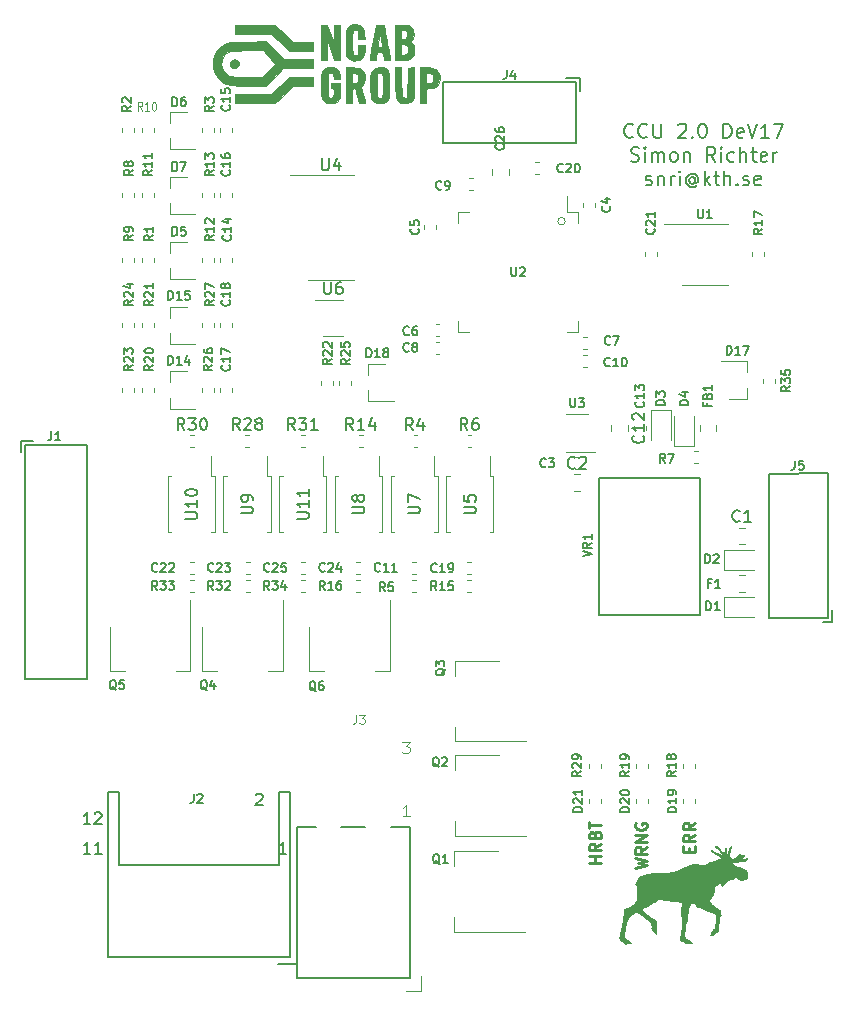
<source format=gbr>
G04 #@! TF.GenerationSoftware,KiCad,Pcbnew,(5.1.4-0)*
G04 #@! TF.CreationDate,2021-02-17T16:02:49+01:00*
G04 #@! TF.ProjectId,cooling control unit,636f6f6c-696e-4672-9063-6f6e74726f6c,rev?*
G04 #@! TF.SameCoordinates,Original*
G04 #@! TF.FileFunction,Legend,Top*
G04 #@! TF.FilePolarity,Positive*
%FSLAX46Y46*%
G04 Gerber Fmt 4.6, Leading zero omitted, Abs format (unit mm)*
G04 Created by KiCad (PCBNEW (5.1.4-0)) date 2021-02-17 16:02:49*
%MOMM*%
%LPD*%
G04 APERTURE LIST*
%ADD10C,0.120000*%
%ADD11C,0.250000*%
%ADD12C,0.200000*%
%ADD13C,0.010000*%
%ADD14C,0.127000*%
%ADD15C,0.150000*%
%ADD16C,0.100000*%
%ADD17C,0.125000*%
G04 APERTURE END LIST*
D10*
X146716228Y-67700000D02*
G75*
G03X146716228Y-67700000I-316228J0D01*
G01*
D11*
X157154571Y-121102285D02*
X157154571Y-120768952D01*
X157678380Y-120626095D02*
X157678380Y-121102285D01*
X156678380Y-121102285D01*
X156678380Y-120626095D01*
X157678380Y-119626095D02*
X157202190Y-119959428D01*
X157678380Y-120197523D02*
X156678380Y-120197523D01*
X156678380Y-119816571D01*
X156726000Y-119721333D01*
X156773619Y-119673714D01*
X156868857Y-119626095D01*
X157011714Y-119626095D01*
X157106952Y-119673714D01*
X157154571Y-119721333D01*
X157202190Y-119816571D01*
X157202190Y-120197523D01*
X157678380Y-118626095D02*
X157202190Y-118959428D01*
X157678380Y-119197523D02*
X156678380Y-119197523D01*
X156678380Y-118816571D01*
X156726000Y-118721333D01*
X156773619Y-118673714D01*
X156868857Y-118626095D01*
X157011714Y-118626095D01*
X157106952Y-118673714D01*
X157154571Y-118721333D01*
X157202190Y-118816571D01*
X157202190Y-119197523D01*
X152614380Y-122483237D02*
X153614380Y-122245142D01*
X152900095Y-122054666D01*
X153614380Y-121864190D01*
X152614380Y-121626095D01*
X153614380Y-120673714D02*
X153138190Y-121007047D01*
X153614380Y-121245142D02*
X152614380Y-121245142D01*
X152614380Y-120864190D01*
X152662000Y-120768952D01*
X152709619Y-120721333D01*
X152804857Y-120673714D01*
X152947714Y-120673714D01*
X153042952Y-120721333D01*
X153090571Y-120768952D01*
X153138190Y-120864190D01*
X153138190Y-121245142D01*
X153614380Y-120245142D02*
X152614380Y-120245142D01*
X153614380Y-119673714D01*
X152614380Y-119673714D01*
X152662000Y-118673714D02*
X152614380Y-118768952D01*
X152614380Y-118911809D01*
X152662000Y-119054666D01*
X152757238Y-119149904D01*
X152852476Y-119197523D01*
X153042952Y-119245142D01*
X153185809Y-119245142D01*
X153376285Y-119197523D01*
X153471523Y-119149904D01*
X153566761Y-119054666D01*
X153614380Y-118911809D01*
X153614380Y-118816571D01*
X153566761Y-118673714D01*
X153519142Y-118626095D01*
X153185809Y-118626095D01*
X153185809Y-118816571D01*
X149719740Y-122007047D02*
X148719740Y-122007047D01*
X149195931Y-122007047D02*
X149195931Y-121435619D01*
X149719740Y-121435619D02*
X148719740Y-121435619D01*
X149719740Y-120388000D02*
X149243550Y-120721333D01*
X149719740Y-120959428D02*
X148719740Y-120959428D01*
X148719740Y-120578476D01*
X148767360Y-120483238D01*
X148814979Y-120435619D01*
X148910217Y-120388000D01*
X149053074Y-120388000D01*
X149148312Y-120435619D01*
X149195931Y-120483238D01*
X149243550Y-120578476D01*
X149243550Y-120959428D01*
X149195931Y-119626095D02*
X149243550Y-119483238D01*
X149291169Y-119435619D01*
X149386407Y-119388000D01*
X149529264Y-119388000D01*
X149624502Y-119435619D01*
X149672121Y-119483238D01*
X149719740Y-119578476D01*
X149719740Y-119959428D01*
X148719740Y-119959428D01*
X148719740Y-119626095D01*
X148767360Y-119530857D01*
X148814979Y-119483238D01*
X148910217Y-119435619D01*
X149005455Y-119435619D01*
X149100693Y-119483238D01*
X149148312Y-119530857D01*
X149195931Y-119626095D01*
X149195931Y-119959428D01*
X148719740Y-119102285D02*
X148719740Y-118530857D01*
X149719740Y-118816571D02*
X148719740Y-118816571D01*
D12*
X152448371Y-60531571D02*
X152391228Y-60588714D01*
X152219800Y-60645857D01*
X152105514Y-60645857D01*
X151934085Y-60588714D01*
X151819800Y-60474428D01*
X151762657Y-60360142D01*
X151705514Y-60131571D01*
X151705514Y-59960142D01*
X151762657Y-59731571D01*
X151819800Y-59617285D01*
X151934085Y-59503000D01*
X152105514Y-59445857D01*
X152219800Y-59445857D01*
X152391228Y-59503000D01*
X152448371Y-59560142D01*
X153648371Y-60531571D02*
X153591228Y-60588714D01*
X153419800Y-60645857D01*
X153305514Y-60645857D01*
X153134085Y-60588714D01*
X153019800Y-60474428D01*
X152962657Y-60360142D01*
X152905514Y-60131571D01*
X152905514Y-59960142D01*
X152962657Y-59731571D01*
X153019800Y-59617285D01*
X153134085Y-59503000D01*
X153305514Y-59445857D01*
X153419800Y-59445857D01*
X153591228Y-59503000D01*
X153648371Y-59560142D01*
X154162657Y-59445857D02*
X154162657Y-60417285D01*
X154219800Y-60531571D01*
X154276942Y-60588714D01*
X154391228Y-60645857D01*
X154619800Y-60645857D01*
X154734085Y-60588714D01*
X154791228Y-60531571D01*
X154848371Y-60417285D01*
X154848371Y-59445857D01*
X156276942Y-59560142D02*
X156334085Y-59503000D01*
X156448371Y-59445857D01*
X156734085Y-59445857D01*
X156848371Y-59503000D01*
X156905514Y-59560142D01*
X156962657Y-59674428D01*
X156962657Y-59788714D01*
X156905514Y-59960142D01*
X156219800Y-60645857D01*
X156962657Y-60645857D01*
X157476942Y-60531571D02*
X157534085Y-60588714D01*
X157476942Y-60645857D01*
X157419800Y-60588714D01*
X157476942Y-60531571D01*
X157476942Y-60645857D01*
X158276942Y-59445857D02*
X158391228Y-59445857D01*
X158505514Y-59503000D01*
X158562657Y-59560142D01*
X158619800Y-59674428D01*
X158676942Y-59903000D01*
X158676942Y-60188714D01*
X158619800Y-60417285D01*
X158562657Y-60531571D01*
X158505514Y-60588714D01*
X158391228Y-60645857D01*
X158276942Y-60645857D01*
X158162657Y-60588714D01*
X158105514Y-60531571D01*
X158048371Y-60417285D01*
X157991228Y-60188714D01*
X157991228Y-59903000D01*
X158048371Y-59674428D01*
X158105514Y-59560142D01*
X158162657Y-59503000D01*
X158276942Y-59445857D01*
X160105514Y-60645857D02*
X160105514Y-59445857D01*
X160391228Y-59445857D01*
X160562657Y-59503000D01*
X160676942Y-59617285D01*
X160734085Y-59731571D01*
X160791228Y-59960142D01*
X160791228Y-60131571D01*
X160734085Y-60360142D01*
X160676942Y-60474428D01*
X160562657Y-60588714D01*
X160391228Y-60645857D01*
X160105514Y-60645857D01*
X161762657Y-60588714D02*
X161648371Y-60645857D01*
X161419800Y-60645857D01*
X161305514Y-60588714D01*
X161248371Y-60474428D01*
X161248371Y-60017285D01*
X161305514Y-59903000D01*
X161419800Y-59845857D01*
X161648371Y-59845857D01*
X161762657Y-59903000D01*
X161819800Y-60017285D01*
X161819800Y-60131571D01*
X161248371Y-60245857D01*
X162162657Y-59445857D02*
X162562657Y-60645857D01*
X162962657Y-59445857D01*
X163991228Y-60645857D02*
X163305514Y-60645857D01*
X163648371Y-60645857D02*
X163648371Y-59445857D01*
X163534085Y-59617285D01*
X163419800Y-59731571D01*
X163305514Y-59788714D01*
X164391228Y-59445857D02*
X165191228Y-59445857D01*
X164676942Y-60645857D01*
X152276942Y-62588714D02*
X152448371Y-62645857D01*
X152734085Y-62645857D01*
X152848371Y-62588714D01*
X152905514Y-62531571D01*
X152962657Y-62417285D01*
X152962657Y-62303000D01*
X152905514Y-62188714D01*
X152848371Y-62131571D01*
X152734085Y-62074428D01*
X152505514Y-62017285D01*
X152391228Y-61960142D01*
X152334085Y-61903000D01*
X152276942Y-61788714D01*
X152276942Y-61674428D01*
X152334085Y-61560142D01*
X152391228Y-61503000D01*
X152505514Y-61445857D01*
X152791228Y-61445857D01*
X152962657Y-61503000D01*
X153476942Y-62645857D02*
X153476942Y-61845857D01*
X153476942Y-61445857D02*
X153419800Y-61503000D01*
X153476942Y-61560142D01*
X153534085Y-61503000D01*
X153476942Y-61445857D01*
X153476942Y-61560142D01*
X154048371Y-62645857D02*
X154048371Y-61845857D01*
X154048371Y-61960142D02*
X154105514Y-61903000D01*
X154219800Y-61845857D01*
X154391228Y-61845857D01*
X154505514Y-61903000D01*
X154562657Y-62017285D01*
X154562657Y-62645857D01*
X154562657Y-62017285D02*
X154619800Y-61903000D01*
X154734085Y-61845857D01*
X154905514Y-61845857D01*
X155019800Y-61903000D01*
X155076942Y-62017285D01*
X155076942Y-62645857D01*
X155819800Y-62645857D02*
X155705514Y-62588714D01*
X155648371Y-62531571D01*
X155591228Y-62417285D01*
X155591228Y-62074428D01*
X155648371Y-61960142D01*
X155705514Y-61903000D01*
X155819800Y-61845857D01*
X155991228Y-61845857D01*
X156105514Y-61903000D01*
X156162657Y-61960142D01*
X156219800Y-62074428D01*
X156219800Y-62417285D01*
X156162657Y-62531571D01*
X156105514Y-62588714D01*
X155991228Y-62645857D01*
X155819800Y-62645857D01*
X156734085Y-61845857D02*
X156734085Y-62645857D01*
X156734085Y-61960142D02*
X156791228Y-61903000D01*
X156905514Y-61845857D01*
X157076942Y-61845857D01*
X157191228Y-61903000D01*
X157248371Y-62017285D01*
X157248371Y-62645857D01*
X159419800Y-62645857D02*
X159019800Y-62074428D01*
X158734085Y-62645857D02*
X158734085Y-61445857D01*
X159191228Y-61445857D01*
X159305514Y-61503000D01*
X159362657Y-61560142D01*
X159419800Y-61674428D01*
X159419800Y-61845857D01*
X159362657Y-61960142D01*
X159305514Y-62017285D01*
X159191228Y-62074428D01*
X158734085Y-62074428D01*
X159934085Y-62645857D02*
X159934085Y-61845857D01*
X159934085Y-61445857D02*
X159876942Y-61503000D01*
X159934085Y-61560142D01*
X159991228Y-61503000D01*
X159934085Y-61445857D01*
X159934085Y-61560142D01*
X161019800Y-62588714D02*
X160905514Y-62645857D01*
X160676942Y-62645857D01*
X160562657Y-62588714D01*
X160505514Y-62531571D01*
X160448371Y-62417285D01*
X160448371Y-62074428D01*
X160505514Y-61960142D01*
X160562657Y-61903000D01*
X160676942Y-61845857D01*
X160905514Y-61845857D01*
X161019800Y-61903000D01*
X161534085Y-62645857D02*
X161534085Y-61445857D01*
X162048371Y-62645857D02*
X162048371Y-62017285D01*
X161991228Y-61903000D01*
X161876942Y-61845857D01*
X161705514Y-61845857D01*
X161591228Y-61903000D01*
X161534085Y-61960142D01*
X162448371Y-61845857D02*
X162905514Y-61845857D01*
X162619800Y-61445857D02*
X162619800Y-62474428D01*
X162676942Y-62588714D01*
X162791228Y-62645857D01*
X162905514Y-62645857D01*
X163762657Y-62588714D02*
X163648371Y-62645857D01*
X163419800Y-62645857D01*
X163305514Y-62588714D01*
X163248371Y-62474428D01*
X163248371Y-62017285D01*
X163305514Y-61903000D01*
X163419800Y-61845857D01*
X163648371Y-61845857D01*
X163762657Y-61903000D01*
X163819800Y-62017285D01*
X163819800Y-62131571D01*
X163248371Y-62245857D01*
X164334085Y-62645857D02*
X164334085Y-61845857D01*
X164334085Y-62074428D02*
X164391228Y-61960142D01*
X164448371Y-61903000D01*
X164562657Y-61845857D01*
X164676942Y-61845857D01*
X153534085Y-64588714D02*
X153648371Y-64645857D01*
X153876942Y-64645857D01*
X153991228Y-64588714D01*
X154048371Y-64474428D01*
X154048371Y-64417285D01*
X153991228Y-64303000D01*
X153876942Y-64245857D01*
X153705514Y-64245857D01*
X153591228Y-64188714D01*
X153534085Y-64074428D01*
X153534085Y-64017285D01*
X153591228Y-63903000D01*
X153705514Y-63845857D01*
X153876942Y-63845857D01*
X153991228Y-63903000D01*
X154562657Y-63845857D02*
X154562657Y-64645857D01*
X154562657Y-63960142D02*
X154619800Y-63903000D01*
X154734085Y-63845857D01*
X154905514Y-63845857D01*
X155019800Y-63903000D01*
X155076942Y-64017285D01*
X155076942Y-64645857D01*
X155648371Y-64645857D02*
X155648371Y-63845857D01*
X155648371Y-64074428D02*
X155705514Y-63960142D01*
X155762657Y-63903000D01*
X155876942Y-63845857D01*
X155991228Y-63845857D01*
X156391228Y-64645857D02*
X156391228Y-63845857D01*
X156391228Y-63445857D02*
X156334085Y-63503000D01*
X156391228Y-63560142D01*
X156448371Y-63503000D01*
X156391228Y-63445857D01*
X156391228Y-63560142D01*
X157705514Y-64074428D02*
X157648371Y-64017285D01*
X157534085Y-63960142D01*
X157419800Y-63960142D01*
X157305514Y-64017285D01*
X157248371Y-64074428D01*
X157191228Y-64188714D01*
X157191228Y-64303000D01*
X157248371Y-64417285D01*
X157305514Y-64474428D01*
X157419800Y-64531571D01*
X157534085Y-64531571D01*
X157648371Y-64474428D01*
X157705514Y-64417285D01*
X157705514Y-63960142D02*
X157705514Y-64417285D01*
X157762657Y-64474428D01*
X157819800Y-64474428D01*
X157934085Y-64417285D01*
X157991228Y-64303000D01*
X157991228Y-64017285D01*
X157876942Y-63845857D01*
X157705514Y-63731571D01*
X157476942Y-63674428D01*
X157248371Y-63731571D01*
X157076942Y-63845857D01*
X156962657Y-64017285D01*
X156905514Y-64245857D01*
X156962657Y-64474428D01*
X157076942Y-64645857D01*
X157248371Y-64760142D01*
X157476942Y-64817285D01*
X157705514Y-64760142D01*
X157876942Y-64645857D01*
X158505514Y-64645857D02*
X158505514Y-63445857D01*
X158619800Y-64188714D02*
X158962657Y-64645857D01*
X158962657Y-63845857D02*
X158505514Y-64303000D01*
X159305514Y-63845857D02*
X159762657Y-63845857D01*
X159476942Y-63445857D02*
X159476942Y-64474428D01*
X159534085Y-64588714D01*
X159648371Y-64645857D01*
X159762657Y-64645857D01*
X160162657Y-64645857D02*
X160162657Y-63445857D01*
X160676942Y-64645857D02*
X160676942Y-64017285D01*
X160619800Y-63903000D01*
X160505514Y-63845857D01*
X160334085Y-63845857D01*
X160219800Y-63903000D01*
X160162657Y-63960142D01*
X161248371Y-64531571D02*
X161305514Y-64588714D01*
X161248371Y-64645857D01*
X161191228Y-64588714D01*
X161248371Y-64531571D01*
X161248371Y-64645857D01*
X161762657Y-64588714D02*
X161876942Y-64645857D01*
X162105514Y-64645857D01*
X162219800Y-64588714D01*
X162276942Y-64474428D01*
X162276942Y-64417285D01*
X162219800Y-64303000D01*
X162105514Y-64245857D01*
X161934085Y-64245857D01*
X161819800Y-64188714D01*
X161762657Y-64074428D01*
X161762657Y-64017285D01*
X161819800Y-63903000D01*
X161934085Y-63845857D01*
X162105514Y-63845857D01*
X162219800Y-63903000D01*
X163248371Y-64588714D02*
X163134085Y-64645857D01*
X162905514Y-64645857D01*
X162791228Y-64588714D01*
X162734085Y-64474428D01*
X162734085Y-64017285D01*
X162791228Y-63903000D01*
X162905514Y-63845857D01*
X163134085Y-63845857D01*
X163248371Y-63903000D01*
X163305514Y-64017285D01*
X163305514Y-64131571D01*
X162734085Y-64245857D01*
D13*
G36*
X118873981Y-54036907D02*
G01*
X119000471Y-54136213D01*
X119069552Y-54286672D01*
X119075200Y-54350372D01*
X119031745Y-54534632D01*
X118916661Y-54665856D01*
X118752864Y-54728197D01*
X118563272Y-54705812D01*
X118561840Y-54705294D01*
X118434730Y-54613593D01*
X118341928Y-54466574D01*
X118313200Y-54335060D01*
X118342618Y-54251350D01*
X118413882Y-54140168D01*
X118418487Y-54134250D01*
X118556145Y-54027092D01*
X118716924Y-53997589D01*
X118873981Y-54036907D01*
X118873981Y-54036907D01*
G37*
X118873981Y-54036907D02*
X119000471Y-54136213D01*
X119069552Y-54286672D01*
X119075200Y-54350372D01*
X119031745Y-54534632D01*
X118916661Y-54665856D01*
X118752864Y-54728197D01*
X118563272Y-54705812D01*
X118561840Y-54705294D01*
X118434730Y-54613593D01*
X118341928Y-54466574D01*
X118313200Y-54335060D01*
X118342618Y-54251350D01*
X118413882Y-54140168D01*
X118418487Y-54134250D01*
X118556145Y-54027092D01*
X118716924Y-53997589D01*
X118873981Y-54036907D01*
G36*
X120446201Y-51064777D02*
G01*
X122172803Y-51079400D01*
X123623071Y-52527200D01*
X125323600Y-52527200D01*
X125323600Y-53289200D01*
X123324623Y-53289200D01*
X122582100Y-52552600D01*
X121839576Y-51816000D01*
X118719600Y-51816000D01*
X118719600Y-51050154D01*
X120446201Y-51064777D01*
X120446201Y-51064777D01*
G37*
X120446201Y-51064777D02*
X122172803Y-51079400D01*
X123623071Y-52527200D01*
X125323600Y-52527200D01*
X125323600Y-53289200D01*
X123324623Y-53289200D01*
X122582100Y-52552600D01*
X121839576Y-51816000D01*
X118719600Y-51816000D01*
X118719600Y-51050154D01*
X120446201Y-51064777D01*
G36*
X133132976Y-51067307D02*
G01*
X133401586Y-51111750D01*
X133597774Y-51194105D01*
X133734646Y-51321151D01*
X133825310Y-51499666D01*
X133857803Y-51611980D01*
X133884725Y-51893650D01*
X133832474Y-52152304D01*
X133706351Y-52362239D01*
X133702108Y-52366844D01*
X133595268Y-52481523D01*
X133726507Y-52612762D01*
X133866022Y-52817505D01*
X133936102Y-53064391D01*
X133939386Y-53327748D01*
X133878514Y-53581902D01*
X133756127Y-53801178D01*
X133588833Y-53951656D01*
X133495344Y-53997974D01*
X133381850Y-54027654D01*
X133224509Y-54044040D01*
X132999477Y-54050472D01*
X132880100Y-54051010D01*
X132334000Y-54051200D01*
X132334000Y-52730400D01*
X132842000Y-52730400D01*
X132842000Y-53594000D01*
X133042319Y-53594000D01*
X133202532Y-53574095D01*
X133303716Y-53504580D01*
X133321719Y-53481096D01*
X133372325Y-53358200D01*
X133399385Y-53193819D01*
X133400800Y-53150896D01*
X133365400Y-52938176D01*
X133260738Y-52798529D01*
X133089123Y-52734502D01*
X133019800Y-52730400D01*
X132842000Y-52730400D01*
X132334000Y-52730400D01*
X132334000Y-51511200D01*
X132842000Y-51511200D01*
X132842000Y-52273200D01*
X132994400Y-52273200D01*
X133143561Y-52238752D01*
X133248400Y-52171600D01*
X133329164Y-52026392D01*
X133345801Y-51843792D01*
X133296549Y-51666615D01*
X133270919Y-51624103D01*
X133159690Y-51533837D01*
X133016919Y-51511200D01*
X132842000Y-51511200D01*
X132334000Y-51511200D01*
X132334000Y-51054000D01*
X132778835Y-51054000D01*
X133132976Y-51067307D01*
X133132976Y-51067307D01*
G37*
X133132976Y-51067307D02*
X133401586Y-51111750D01*
X133597774Y-51194105D01*
X133734646Y-51321151D01*
X133825310Y-51499666D01*
X133857803Y-51611980D01*
X133884725Y-51893650D01*
X133832474Y-52152304D01*
X133706351Y-52362239D01*
X133702108Y-52366844D01*
X133595268Y-52481523D01*
X133726507Y-52612762D01*
X133866022Y-52817505D01*
X133936102Y-53064391D01*
X133939386Y-53327748D01*
X133878514Y-53581902D01*
X133756127Y-53801178D01*
X133588833Y-53951656D01*
X133495344Y-53997974D01*
X133381850Y-54027654D01*
X133224509Y-54044040D01*
X132999477Y-54050472D01*
X132880100Y-54051010D01*
X132334000Y-54051200D01*
X132334000Y-52730400D01*
X132842000Y-52730400D01*
X132842000Y-53594000D01*
X133042319Y-53594000D01*
X133202532Y-53574095D01*
X133303716Y-53504580D01*
X133321719Y-53481096D01*
X133372325Y-53358200D01*
X133399385Y-53193819D01*
X133400800Y-53150896D01*
X133365400Y-52938176D01*
X133260738Y-52798529D01*
X133089123Y-52734502D01*
X133019800Y-52730400D01*
X132842000Y-52730400D01*
X132334000Y-52730400D01*
X132334000Y-51511200D01*
X132842000Y-51511200D01*
X132842000Y-52273200D01*
X132994400Y-52273200D01*
X133143561Y-52238752D01*
X133248400Y-52171600D01*
X133329164Y-52026392D01*
X133345801Y-51843792D01*
X133296549Y-51666615D01*
X133270919Y-51624103D01*
X133159690Y-51533837D01*
X133016919Y-51511200D01*
X132842000Y-51511200D01*
X132334000Y-51511200D01*
X132334000Y-51054000D01*
X132778835Y-51054000D01*
X133132976Y-51067307D01*
G36*
X131441228Y-51549300D02*
G01*
X131481770Y-51768906D01*
X131535642Y-52059414D01*
X131597462Y-52391862D01*
X131661846Y-52737289D01*
X131704544Y-52965879D01*
X131759432Y-53263732D01*
X131807094Y-53530576D01*
X131844534Y-53748964D01*
X131868758Y-53901448D01*
X131876800Y-53969179D01*
X131854148Y-54020189D01*
X131771817Y-54045150D01*
X131627235Y-54051200D01*
X131377670Y-54051200D01*
X131292600Y-53416200D01*
X131030119Y-53400991D01*
X130889978Y-53395506D01*
X130801911Y-53411720D01*
X130749692Y-53468809D01*
X130717097Y-53585952D01*
X130687900Y-53782326D01*
X130684157Y-53809900D01*
X130651374Y-54051200D01*
X130394721Y-54051200D01*
X130243928Y-54048261D01*
X130170966Y-54030010D01*
X130152071Y-53982288D01*
X130160213Y-53911500D01*
X130175102Y-53825506D01*
X130205793Y-53654244D01*
X130249626Y-53412355D01*
X130303938Y-53114478D01*
X130355294Y-52834075D01*
X130860800Y-52834075D01*
X130880805Y-52902048D01*
X130958510Y-52930021D01*
X131044035Y-52933600D01*
X131170227Y-52920795D01*
X131205504Y-52880296D01*
X131202487Y-52869017D01*
X131185036Y-52792561D01*
X131158968Y-52641602D01*
X131128653Y-52442403D01*
X131113283Y-52333026D01*
X131082021Y-52134628D01*
X131050610Y-51986404D01*
X131023671Y-51907980D01*
X131011827Y-51902308D01*
X130989035Y-51967455D01*
X130959156Y-52104933D01*
X130926824Y-52286154D01*
X130896672Y-52482529D01*
X130873335Y-52665466D01*
X130861446Y-52806378D01*
X130860800Y-52834075D01*
X130355294Y-52834075D01*
X130366067Y-52775255D01*
X130432679Y-52412975D01*
X130683000Y-51054151D01*
X131016583Y-51054075D01*
X131350167Y-51054000D01*
X131441228Y-51549300D01*
X131441228Y-51549300D01*
G37*
X131441228Y-51549300D02*
X131481770Y-51768906D01*
X131535642Y-52059414D01*
X131597462Y-52391862D01*
X131661846Y-52737289D01*
X131704544Y-52965879D01*
X131759432Y-53263732D01*
X131807094Y-53530576D01*
X131844534Y-53748964D01*
X131868758Y-53901448D01*
X131876800Y-53969179D01*
X131854148Y-54020189D01*
X131771817Y-54045150D01*
X131627235Y-54051200D01*
X131377670Y-54051200D01*
X131292600Y-53416200D01*
X131030119Y-53400991D01*
X130889978Y-53395506D01*
X130801911Y-53411720D01*
X130749692Y-53468809D01*
X130717097Y-53585952D01*
X130687900Y-53782326D01*
X130684157Y-53809900D01*
X130651374Y-54051200D01*
X130394721Y-54051200D01*
X130243928Y-54048261D01*
X130170966Y-54030010D01*
X130152071Y-53982288D01*
X130160213Y-53911500D01*
X130175102Y-53825506D01*
X130205793Y-53654244D01*
X130249626Y-53412355D01*
X130303938Y-53114478D01*
X130355294Y-52834075D01*
X130860800Y-52834075D01*
X130880805Y-52902048D01*
X130958510Y-52930021D01*
X131044035Y-52933600D01*
X131170227Y-52920795D01*
X131205504Y-52880296D01*
X131202487Y-52869017D01*
X131185036Y-52792561D01*
X131158968Y-52641602D01*
X131128653Y-52442403D01*
X131113283Y-52333026D01*
X131082021Y-52134628D01*
X131050610Y-51986404D01*
X131023671Y-51907980D01*
X131011827Y-51902308D01*
X130989035Y-51967455D01*
X130959156Y-52104933D01*
X130926824Y-52286154D01*
X130896672Y-52482529D01*
X130873335Y-52665466D01*
X130861446Y-52806378D01*
X130860800Y-52834075D01*
X130355294Y-52834075D01*
X130366067Y-52775255D01*
X130432679Y-52412975D01*
X130683000Y-51054151D01*
X131016583Y-51054075D01*
X131350167Y-51054000D01*
X131441228Y-51549300D01*
G36*
X126555748Y-51079400D02*
G01*
X127127000Y-52641090D01*
X127140989Y-51847545D01*
X127154979Y-51054000D01*
X127660400Y-51054000D01*
X127660400Y-54051200D01*
X127171376Y-54051200D01*
X126548920Y-52298600D01*
X126542800Y-54051200D01*
X126034800Y-54051200D01*
X126034800Y-51048690D01*
X126555748Y-51079400D01*
X126555748Y-51079400D01*
G37*
X126555748Y-51079400D02*
X127127000Y-52641090D01*
X127140989Y-51847545D01*
X127154979Y-51054000D01*
X127660400Y-51054000D01*
X127660400Y-54051200D01*
X127171376Y-54051200D01*
X126548920Y-52298600D01*
X126542800Y-54051200D01*
X126034800Y-54051200D01*
X126034800Y-51048690D01*
X126555748Y-51079400D01*
G36*
X129220528Y-51064852D02*
G01*
X129440264Y-51166510D01*
X129593053Y-51341414D01*
X129682340Y-51593322D01*
X129711179Y-51884929D01*
X129717800Y-52247800D01*
X129451100Y-52263154D01*
X129184400Y-52278509D01*
X129184400Y-51955814D01*
X129173046Y-51736193D01*
X129132728Y-51599838D01*
X129054059Y-51530318D01*
X128930400Y-51511199D01*
X128845176Y-51516410D01*
X128781463Y-51540603D01*
X128736147Y-51596625D01*
X128706114Y-51697321D01*
X128688250Y-51855534D01*
X128679443Y-52084112D01*
X128676579Y-52395898D01*
X128676400Y-52559131D01*
X128678274Y-52919357D01*
X128685837Y-53190461D01*
X128702000Y-53384881D01*
X128729671Y-53515058D01*
X128771763Y-53593430D01*
X128831185Y-53632437D01*
X128910847Y-53644519D01*
X128930400Y-53644800D01*
X129053347Y-53614195D01*
X129133100Y-53515403D01*
X129174857Y-53337952D01*
X129184400Y-53133171D01*
X129184400Y-52781200D01*
X129756254Y-52781200D01*
X129733137Y-53180520D01*
X129694203Y-53499612D01*
X129614998Y-53737230D01*
X129488588Y-53907878D01*
X129335071Y-54013021D01*
X129112067Y-54083353D01*
X128859899Y-54098902D01*
X128621628Y-54060196D01*
X128488660Y-54002635D01*
X128377342Y-53929363D01*
X128292710Y-53853324D01*
X128230815Y-53759746D01*
X128187711Y-53633854D01*
X128159449Y-53460876D01*
X128142082Y-53226039D01*
X128131661Y-52914570D01*
X128126457Y-52647224D01*
X128121497Y-52302075D01*
X128120719Y-52041622D01*
X128125302Y-51849003D01*
X128136430Y-51707360D01*
X128155282Y-51599831D01*
X128183040Y-51509556D01*
X128210905Y-51441919D01*
X128342446Y-51235267D01*
X128527031Y-51103854D01*
X128776819Y-51040765D01*
X128930400Y-51032678D01*
X129220528Y-51064852D01*
X129220528Y-51064852D01*
G37*
X129220528Y-51064852D02*
X129440264Y-51166510D01*
X129593053Y-51341414D01*
X129682340Y-51593322D01*
X129711179Y-51884929D01*
X129717800Y-52247800D01*
X129451100Y-52263154D01*
X129184400Y-52278509D01*
X129184400Y-51955814D01*
X129173046Y-51736193D01*
X129132728Y-51599838D01*
X129054059Y-51530318D01*
X128930400Y-51511199D01*
X128845176Y-51516410D01*
X128781463Y-51540603D01*
X128736147Y-51596625D01*
X128706114Y-51697321D01*
X128688250Y-51855534D01*
X128679443Y-52084112D01*
X128676579Y-52395898D01*
X128676400Y-52559131D01*
X128678274Y-52919357D01*
X128685837Y-53190461D01*
X128702000Y-53384881D01*
X128729671Y-53515058D01*
X128771763Y-53593430D01*
X128831185Y-53632437D01*
X128910847Y-53644519D01*
X128930400Y-53644800D01*
X129053347Y-53614195D01*
X129133100Y-53515403D01*
X129174857Y-53337952D01*
X129184400Y-53133171D01*
X129184400Y-52781200D01*
X129756254Y-52781200D01*
X129733137Y-53180520D01*
X129694203Y-53499612D01*
X129614998Y-53737230D01*
X129488588Y-53907878D01*
X129335071Y-54013021D01*
X129112067Y-54083353D01*
X128859899Y-54098902D01*
X128621628Y-54060196D01*
X128488660Y-54002635D01*
X128377342Y-53929363D01*
X128292710Y-53853324D01*
X128230815Y-53759746D01*
X128187711Y-53633854D01*
X128159449Y-53460876D01*
X128142082Y-53226039D01*
X128131661Y-52914570D01*
X128126457Y-52647224D01*
X128121497Y-52302075D01*
X128120719Y-52041622D01*
X128125302Y-51849003D01*
X128136430Y-51707360D01*
X128155282Y-51599831D01*
X128183040Y-51509556D01*
X128210905Y-51441919D01*
X128342446Y-51235267D01*
X128527031Y-51103854D01*
X128776819Y-51040765D01*
X128930400Y-51032678D01*
X129220528Y-51064852D01*
G36*
X122914699Y-54000400D02*
G01*
X125323600Y-54000400D01*
X125323600Y-54762400D01*
X122852102Y-54762400D01*
X122128409Y-55499000D01*
X121404715Y-56235600D01*
X120024057Y-56229661D01*
X119643825Y-56226425D01*
X119283197Y-56220364D01*
X118958823Y-56211991D01*
X118687350Y-56201816D01*
X118485428Y-56190349D01*
X118375021Y-56179037D01*
X118005606Y-56068556D01*
X117658194Y-55871877D01*
X117352250Y-55604372D01*
X117107237Y-55281412D01*
X117013642Y-55103896D01*
X116933428Y-54905956D01*
X116888783Y-54725580D01*
X116870174Y-54515589D01*
X116867870Y-54393799D01*
X117577633Y-54393799D01*
X117640034Y-54713010D01*
X117790071Y-55005143D01*
X117940247Y-55178697D01*
X118033053Y-55262074D01*
X118124308Y-55327837D01*
X118227092Y-55378089D01*
X118354491Y-55414934D01*
X118519584Y-55440477D01*
X118735456Y-55456820D01*
X119015189Y-55466067D01*
X119371865Y-55470322D01*
X119761866Y-55471611D01*
X121083532Y-55473600D01*
X121628579Y-54926857D01*
X122173626Y-54380115D01*
X121635685Y-53808646D01*
X121097745Y-53237177D01*
X119819772Y-53239789D01*
X119454595Y-53242584D01*
X119114688Y-53249045D01*
X118816300Y-53258564D01*
X118575677Y-53270537D01*
X118409067Y-53284357D01*
X118345309Y-53294771D01*
X118138499Y-53392125D01*
X117933103Y-53559453D01*
X117756091Y-53768394D01*
X117634430Y-53990585D01*
X117609243Y-54068880D01*
X117577633Y-54393799D01*
X116867870Y-54393799D01*
X116867635Y-54381400D01*
X116909551Y-53937123D01*
X117040467Y-53541849D01*
X117260398Y-53195546D01*
X117569362Y-52898182D01*
X117639010Y-52846588D01*
X117769924Y-52757642D01*
X117894943Y-52685858D01*
X118026879Y-52629189D01*
X118178546Y-52585591D01*
X118362755Y-52553016D01*
X118592320Y-52529419D01*
X118880055Y-52512754D01*
X119238771Y-52500976D01*
X119681282Y-52492037D01*
X119879140Y-52488882D01*
X121368881Y-52466148D01*
X122914699Y-54000400D01*
X122914699Y-54000400D01*
G37*
X122914699Y-54000400D02*
X125323600Y-54000400D01*
X125323600Y-54762400D01*
X122852102Y-54762400D01*
X122128409Y-55499000D01*
X121404715Y-56235600D01*
X120024057Y-56229661D01*
X119643825Y-56226425D01*
X119283197Y-56220364D01*
X118958823Y-56211991D01*
X118687350Y-56201816D01*
X118485428Y-56190349D01*
X118375021Y-56179037D01*
X118005606Y-56068556D01*
X117658194Y-55871877D01*
X117352250Y-55604372D01*
X117107237Y-55281412D01*
X117013642Y-55103896D01*
X116933428Y-54905956D01*
X116888783Y-54725580D01*
X116870174Y-54515589D01*
X116867870Y-54393799D01*
X117577633Y-54393799D01*
X117640034Y-54713010D01*
X117790071Y-55005143D01*
X117940247Y-55178697D01*
X118033053Y-55262074D01*
X118124308Y-55327837D01*
X118227092Y-55378089D01*
X118354491Y-55414934D01*
X118519584Y-55440477D01*
X118735456Y-55456820D01*
X119015189Y-55466067D01*
X119371865Y-55470322D01*
X119761866Y-55471611D01*
X121083532Y-55473600D01*
X121628579Y-54926857D01*
X122173626Y-54380115D01*
X121635685Y-53808646D01*
X121097745Y-53237177D01*
X119819772Y-53239789D01*
X119454595Y-53242584D01*
X119114688Y-53249045D01*
X118816300Y-53258564D01*
X118575677Y-53270537D01*
X118409067Y-53284357D01*
X118345309Y-53294771D01*
X118138499Y-53392125D01*
X117933103Y-53559453D01*
X117756091Y-53768394D01*
X117634430Y-53990585D01*
X117609243Y-54068880D01*
X117577633Y-54393799D01*
X116867870Y-54393799D01*
X116867635Y-54381400D01*
X116909551Y-53937123D01*
X117040467Y-53541849D01*
X117260398Y-53195546D01*
X117569362Y-52898182D01*
X117639010Y-52846588D01*
X117769924Y-52757642D01*
X117894943Y-52685858D01*
X118026879Y-52629189D01*
X118178546Y-52585591D01*
X118362755Y-52553016D01*
X118592320Y-52529419D01*
X118880055Y-52512754D01*
X119238771Y-52500976D01*
X119681282Y-52492037D01*
X119879140Y-52488882D01*
X121368881Y-52466148D01*
X122914699Y-54000400D01*
G36*
X135184839Y-54673253D02*
G01*
X135465340Y-54713288D01*
X135677387Y-54784916D01*
X135836171Y-54892150D01*
X135884635Y-54941852D01*
X136007933Y-55148325D01*
X136072988Y-55400735D01*
X136080938Y-55670638D01*
X136032917Y-55929594D01*
X135930060Y-56149160D01*
X135832041Y-56259228D01*
X135713027Y-56347301D01*
X135591184Y-56401908D01*
X135433759Y-56433049D01*
X135207999Y-56450725D01*
X135204200Y-56450925D01*
X134950200Y-56464200D01*
X134921672Y-57708800D01*
X134416800Y-57708800D01*
X134416800Y-55118000D01*
X134924800Y-55118000D01*
X134924800Y-55541333D01*
X134929100Y-55740439D01*
X134940545Y-55899402D01*
X134956948Y-55991749D01*
X134962900Y-56002917D01*
X135043861Y-56024934D01*
X135176725Y-56013440D01*
X135320971Y-55977122D01*
X135436081Y-55924669D01*
X135470900Y-55893997D01*
X135508970Y-55794408D01*
X135531638Y-55640282D01*
X135534400Y-55565490D01*
X135505380Y-55343800D01*
X135414456Y-55200429D01*
X135255829Y-55128992D01*
X135128000Y-55118000D01*
X134924800Y-55118000D01*
X134416800Y-55118000D01*
X134416800Y-54660800D01*
X134820699Y-54660800D01*
X135184839Y-54673253D01*
X135184839Y-54673253D01*
G37*
X135184839Y-54673253D02*
X135465340Y-54713288D01*
X135677387Y-54784916D01*
X135836171Y-54892150D01*
X135884635Y-54941852D01*
X136007933Y-55148325D01*
X136072988Y-55400735D01*
X136080938Y-55670638D01*
X136032917Y-55929594D01*
X135930060Y-56149160D01*
X135832041Y-56259228D01*
X135713027Y-56347301D01*
X135591184Y-56401908D01*
X135433759Y-56433049D01*
X135207999Y-56450725D01*
X135204200Y-56450925D01*
X134950200Y-56464200D01*
X134921672Y-57708800D01*
X134416800Y-57708800D01*
X134416800Y-55118000D01*
X134924800Y-55118000D01*
X134924800Y-55541333D01*
X134929100Y-55740439D01*
X134940545Y-55899402D01*
X134956948Y-55991749D01*
X134962900Y-56002917D01*
X135043861Y-56024934D01*
X135176725Y-56013440D01*
X135320971Y-55977122D01*
X135436081Y-55924669D01*
X135470900Y-55893997D01*
X135508970Y-55794408D01*
X135531638Y-55640282D01*
X135534400Y-55565490D01*
X135505380Y-55343800D01*
X135414456Y-55200429D01*
X135255829Y-55128992D01*
X135128000Y-55118000D01*
X134924800Y-55118000D01*
X134416800Y-55118000D01*
X134416800Y-54660800D01*
X134820699Y-54660800D01*
X135184839Y-54673253D01*
G36*
X133908800Y-55916237D02*
G01*
X133907511Y-56349948D01*
X133901928Y-56694292D01*
X133889470Y-56961488D01*
X133867559Y-57163753D01*
X133833617Y-57313306D01*
X133785064Y-57422366D01*
X133719322Y-57503150D01*
X133633812Y-57567879D01*
X133550067Y-57615974D01*
X133332617Y-57688721D01*
X133078363Y-57709169D01*
X132830351Y-57677799D01*
X132648443Y-57605897D01*
X132557866Y-57544172D01*
X132486473Y-57473920D01*
X132432005Y-57382936D01*
X132392202Y-57259018D01*
X132364807Y-57089959D01*
X132347560Y-56863557D01*
X132338201Y-56567607D01*
X132334474Y-56189905D01*
X132334000Y-55907031D01*
X132334000Y-54660800D01*
X132842000Y-54660800D01*
X132842748Y-55816500D01*
X132845095Y-56242152D01*
X132851785Y-56574126D01*
X132863212Y-56820266D01*
X132879772Y-56988417D01*
X132901861Y-57086424D01*
X132907425Y-57099200D01*
X133000243Y-57199344D01*
X133126349Y-57243397D01*
X133246262Y-57222336D01*
X133289908Y-57186595D01*
X133312098Y-57110315D01*
X133330358Y-56938690D01*
X133344779Y-56670120D01*
X133355448Y-56303006D01*
X133361760Y-55901327D01*
X133375400Y-54686200D01*
X133908800Y-54655490D01*
X133908800Y-55916237D01*
X133908800Y-55916237D01*
G37*
X133908800Y-55916237D02*
X133907511Y-56349948D01*
X133901928Y-56694292D01*
X133889470Y-56961488D01*
X133867559Y-57163753D01*
X133833617Y-57313306D01*
X133785064Y-57422366D01*
X133719322Y-57503150D01*
X133633812Y-57567879D01*
X133550067Y-57615974D01*
X133332617Y-57688721D01*
X133078363Y-57709169D01*
X132830351Y-57677799D01*
X132648443Y-57605897D01*
X132557866Y-57544172D01*
X132486473Y-57473920D01*
X132432005Y-57382936D01*
X132392202Y-57259018D01*
X132364807Y-57089959D01*
X132347560Y-56863557D01*
X132338201Y-56567607D01*
X132334474Y-56189905D01*
X132334000Y-55907031D01*
X132334000Y-54660800D01*
X132842000Y-54660800D01*
X132842748Y-55816500D01*
X132845095Y-56242152D01*
X132851785Y-56574126D01*
X132863212Y-56820266D01*
X132879772Y-56988417D01*
X132901861Y-57086424D01*
X132907425Y-57099200D01*
X133000243Y-57199344D01*
X133126349Y-57243397D01*
X133246262Y-57222336D01*
X133289908Y-57186595D01*
X133312098Y-57110315D01*
X133330358Y-56938690D01*
X133344779Y-56670120D01*
X133355448Y-56303006D01*
X133361760Y-55901327D01*
X133375400Y-54686200D01*
X133908800Y-54655490D01*
X133908800Y-55916237D01*
G36*
X131306673Y-54678835D02*
G01*
X131422119Y-54720334D01*
X131488318Y-54757775D01*
X131596641Y-54836501D01*
X131679501Y-54930969D01*
X131740154Y-55055081D01*
X131781858Y-55222740D01*
X131807871Y-55447846D01*
X131821449Y-55744300D01*
X131825850Y-56126005D01*
X131825921Y-56198528D01*
X131823224Y-56579163D01*
X131812703Y-56873244D01*
X131790599Y-57095737D01*
X131753153Y-57261605D01*
X131696607Y-57385813D01*
X131617204Y-57483327D01*
X131511183Y-57569111D01*
X131475587Y-57593487D01*
X131257265Y-57685684D01*
X131000567Y-57714271D01*
X130745979Y-57679285D01*
X130550812Y-57592603D01*
X130438034Y-57506952D01*
X130354244Y-57412444D01*
X130294734Y-57292550D01*
X130254794Y-57130741D01*
X130229716Y-56910489D01*
X130214789Y-56615263D01*
X130208666Y-56391705D01*
X130205640Y-56203231D01*
X130759200Y-56203231D01*
X130760570Y-56534783D01*
X130765481Y-56779274D01*
X130775126Y-56951216D01*
X130790704Y-57065123D01*
X130813409Y-57135504D01*
X130839028Y-57171771D01*
X130963664Y-57239428D01*
X131106297Y-57242357D01*
X131206240Y-57190640D01*
X131229069Y-57117906D01*
X131246927Y-56963625D01*
X131259813Y-56747727D01*
X131267726Y-56490141D01*
X131270668Y-56210797D01*
X131268638Y-55929627D01*
X131261635Y-55666561D01*
X131249661Y-55441528D01*
X131232715Y-55274459D01*
X131210797Y-55185285D01*
X131206239Y-55178959D01*
X131093670Y-55124120D01*
X130956483Y-55125447D01*
X130842194Y-55178447D01*
X130811787Y-55216260D01*
X130793212Y-55301607D01*
X130777873Y-55472664D01*
X130766615Y-55713571D01*
X130760283Y-56008465D01*
X130759200Y-56203231D01*
X130205640Y-56203231D01*
X130202170Y-55987223D01*
X130204554Y-55669639D01*
X130217906Y-55424478D01*
X130244312Y-55237265D01*
X130285860Y-55093527D01*
X130344636Y-54978787D01*
X130422728Y-54878572D01*
X130427618Y-54873201D01*
X130523960Y-54776008D01*
X130612648Y-54718940D01*
X130727515Y-54688936D01*
X130902396Y-54672937D01*
X130954322Y-54669884D01*
X131162747Y-54663995D01*
X131306673Y-54678835D01*
X131306673Y-54678835D01*
G37*
X131306673Y-54678835D02*
X131422119Y-54720334D01*
X131488318Y-54757775D01*
X131596641Y-54836501D01*
X131679501Y-54930969D01*
X131740154Y-55055081D01*
X131781858Y-55222740D01*
X131807871Y-55447846D01*
X131821449Y-55744300D01*
X131825850Y-56126005D01*
X131825921Y-56198528D01*
X131823224Y-56579163D01*
X131812703Y-56873244D01*
X131790599Y-57095737D01*
X131753153Y-57261605D01*
X131696607Y-57385813D01*
X131617204Y-57483327D01*
X131511183Y-57569111D01*
X131475587Y-57593487D01*
X131257265Y-57685684D01*
X131000567Y-57714271D01*
X130745979Y-57679285D01*
X130550812Y-57592603D01*
X130438034Y-57506952D01*
X130354244Y-57412444D01*
X130294734Y-57292550D01*
X130254794Y-57130741D01*
X130229716Y-56910489D01*
X130214789Y-56615263D01*
X130208666Y-56391705D01*
X130205640Y-56203231D01*
X130759200Y-56203231D01*
X130760570Y-56534783D01*
X130765481Y-56779274D01*
X130775126Y-56951216D01*
X130790704Y-57065123D01*
X130813409Y-57135504D01*
X130839028Y-57171771D01*
X130963664Y-57239428D01*
X131106297Y-57242357D01*
X131206240Y-57190640D01*
X131229069Y-57117906D01*
X131246927Y-56963625D01*
X131259813Y-56747727D01*
X131267726Y-56490141D01*
X131270668Y-56210797D01*
X131268638Y-55929627D01*
X131261635Y-55666561D01*
X131249661Y-55441528D01*
X131232715Y-55274459D01*
X131210797Y-55185285D01*
X131206239Y-55178959D01*
X131093670Y-55124120D01*
X130956483Y-55125447D01*
X130842194Y-55178447D01*
X130811787Y-55216260D01*
X130793212Y-55301607D01*
X130777873Y-55472664D01*
X130766615Y-55713571D01*
X130760283Y-56008465D01*
X130759200Y-56203231D01*
X130205640Y-56203231D01*
X130202170Y-55987223D01*
X130204554Y-55669639D01*
X130217906Y-55424478D01*
X130244312Y-55237265D01*
X130285860Y-55093527D01*
X130344636Y-54978787D01*
X130422728Y-54878572D01*
X130427618Y-54873201D01*
X130523960Y-54776008D01*
X130612648Y-54718940D01*
X130727515Y-54688936D01*
X130902396Y-54672937D01*
X130954322Y-54669884D01*
X131162747Y-54663995D01*
X131306673Y-54678835D01*
G36*
X128663700Y-54670935D02*
G01*
X128987195Y-54692934D01*
X129226943Y-54732280D01*
X129400298Y-54796268D01*
X129524612Y-54892194D01*
X129617241Y-55027354D01*
X129644476Y-55083268D01*
X129721146Y-55338105D01*
X129739969Y-55613037D01*
X129704133Y-55878456D01*
X129616828Y-56104756D01*
X129521001Y-56229586D01*
X129400248Y-56343028D01*
X129596459Y-56962414D01*
X129670804Y-57201897D01*
X129732331Y-57409220D01*
X129775087Y-57563649D01*
X129793116Y-57644449D01*
X129793335Y-57647954D01*
X129760590Y-57688073D01*
X129651876Y-57702242D01*
X129532409Y-57698754D01*
X129270818Y-57683400D01*
X129091171Y-57061100D01*
X129015207Y-56803302D01*
X128958015Y-56628031D01*
X128912131Y-56519656D01*
X128870089Y-56462548D01*
X128824425Y-56441080D01*
X128793962Y-56438800D01*
X128745259Y-56441981D01*
X128712296Y-56462587D01*
X128691999Y-56517205D01*
X128681299Y-56622425D01*
X128677123Y-56794838D01*
X128676400Y-57051031D01*
X128676400Y-57708800D01*
X128430866Y-57708800D01*
X128280376Y-57702319D01*
X128175574Y-57685857D01*
X128151466Y-57674933D01*
X128142888Y-57617402D01*
X128135108Y-57471184D01*
X128128414Y-57249188D01*
X128123090Y-56964325D01*
X128119422Y-56629506D01*
X128117696Y-56257641D01*
X128117600Y-56144408D01*
X128117600Y-55118000D01*
X128676400Y-55118000D01*
X128676400Y-56045693D01*
X128858732Y-56016105D01*
X129001424Y-55980200D01*
X129106098Y-55932118D01*
X129112732Y-55927038D01*
X129161384Y-55828193D01*
X129183289Y-55639254D01*
X129184400Y-55571860D01*
X129177916Y-55394168D01*
X129152189Y-55286337D01*
X129097799Y-55217106D01*
X129071496Y-55197080D01*
X128931916Y-55135821D01*
X128817496Y-55118000D01*
X128676400Y-55118000D01*
X128117600Y-55118000D01*
X128117600Y-54647749D01*
X128663700Y-54670935D01*
X128663700Y-54670935D01*
G37*
X128663700Y-54670935D02*
X128987195Y-54692934D01*
X129226943Y-54732280D01*
X129400298Y-54796268D01*
X129524612Y-54892194D01*
X129617241Y-55027354D01*
X129644476Y-55083268D01*
X129721146Y-55338105D01*
X129739969Y-55613037D01*
X129704133Y-55878456D01*
X129616828Y-56104756D01*
X129521001Y-56229586D01*
X129400248Y-56343028D01*
X129596459Y-56962414D01*
X129670804Y-57201897D01*
X129732331Y-57409220D01*
X129775087Y-57563649D01*
X129793116Y-57644449D01*
X129793335Y-57647954D01*
X129760590Y-57688073D01*
X129651876Y-57702242D01*
X129532409Y-57698754D01*
X129270818Y-57683400D01*
X129091171Y-57061100D01*
X129015207Y-56803302D01*
X128958015Y-56628031D01*
X128912131Y-56519656D01*
X128870089Y-56462548D01*
X128824425Y-56441080D01*
X128793962Y-56438800D01*
X128745259Y-56441981D01*
X128712296Y-56462587D01*
X128691999Y-56517205D01*
X128681299Y-56622425D01*
X128677123Y-56794838D01*
X128676400Y-57051031D01*
X128676400Y-57708800D01*
X128430866Y-57708800D01*
X128280376Y-57702319D01*
X128175574Y-57685857D01*
X128151466Y-57674933D01*
X128142888Y-57617402D01*
X128135108Y-57471184D01*
X128128414Y-57249188D01*
X128123090Y-56964325D01*
X128119422Y-56629506D01*
X128117696Y-56257641D01*
X128117600Y-56144408D01*
X128117600Y-55118000D01*
X128676400Y-55118000D01*
X128676400Y-56045693D01*
X128858732Y-56016105D01*
X129001424Y-55980200D01*
X129106098Y-55932118D01*
X129112732Y-55927038D01*
X129161384Y-55828193D01*
X129183289Y-55639254D01*
X129184400Y-55571860D01*
X129177916Y-55394168D01*
X129152189Y-55286337D01*
X129097799Y-55217106D01*
X129071496Y-55197080D01*
X128931916Y-55135821D01*
X128817496Y-55118000D01*
X128676400Y-55118000D01*
X128117600Y-55118000D01*
X128117600Y-54647749D01*
X128663700Y-54670935D01*
G36*
X127018862Y-54675747D02*
G01*
X127209802Y-54714888D01*
X127282177Y-54741722D01*
X127441832Y-54867967D01*
X127567855Y-55064153D01*
X127644504Y-55300206D01*
X127660400Y-55464238D01*
X127660400Y-55676800D01*
X127101600Y-55676800D01*
X127101600Y-55458359D01*
X127088192Y-55308667D01*
X127054665Y-55198859D01*
X127040639Y-55178959D01*
X126928070Y-55124120D01*
X126790883Y-55125447D01*
X126676594Y-55178447D01*
X126646187Y-55216260D01*
X126627612Y-55301607D01*
X126612273Y-55472664D01*
X126601015Y-55713571D01*
X126594683Y-56008465D01*
X126593600Y-56203231D01*
X126594970Y-56534783D01*
X126599881Y-56779274D01*
X126609526Y-56951216D01*
X126625104Y-57065123D01*
X126647809Y-57135504D01*
X126673428Y-57171771D01*
X126800041Y-57244914D01*
X126949475Y-57224427D01*
X127003339Y-57199012D01*
X127056511Y-57154781D01*
X127086553Y-57076914D01*
X127099491Y-56940483D01*
X127101600Y-56792612D01*
X127099709Y-56607404D01*
X127088728Y-56501596D01*
X127060689Y-56452994D01*
X127007626Y-56439405D01*
X126974600Y-56438800D01*
X126896230Y-56429325D01*
X126859100Y-56382751D01*
X126848085Y-56271858D01*
X126847600Y-56210200D01*
X126847600Y-55981600D01*
X127670847Y-55981600D01*
X127652923Y-56606200D01*
X127641613Y-56891764D01*
X127624930Y-57095311D01*
X127600072Y-57236394D01*
X127564236Y-57334564D01*
X127543339Y-57370626D01*
X127359227Y-57564164D01*
X127114055Y-57676684D01*
X126847600Y-57708420D01*
X126569850Y-57677192D01*
X126405860Y-57609435D01*
X126291980Y-57533988D01*
X126206058Y-57455112D01*
X126143838Y-57357523D01*
X126101061Y-57225938D01*
X126073471Y-57045075D01*
X126056810Y-56799652D01*
X126046822Y-56474386D01*
X126043566Y-56308847D01*
X126039159Y-55910824D01*
X126043817Y-55599625D01*
X126060208Y-55360677D01*
X126091004Y-55179406D01*
X126138873Y-55041238D01*
X126206484Y-54931600D01*
X126296508Y-54835917D01*
X126316676Y-54817840D01*
X126432647Y-54727366D01*
X126542840Y-54680103D01*
X126688938Y-54662607D01*
X126803590Y-54660800D01*
X127018862Y-54675747D01*
X127018862Y-54675747D01*
G37*
X127018862Y-54675747D02*
X127209802Y-54714888D01*
X127282177Y-54741722D01*
X127441832Y-54867967D01*
X127567855Y-55064153D01*
X127644504Y-55300206D01*
X127660400Y-55464238D01*
X127660400Y-55676800D01*
X127101600Y-55676800D01*
X127101600Y-55458359D01*
X127088192Y-55308667D01*
X127054665Y-55198859D01*
X127040639Y-55178959D01*
X126928070Y-55124120D01*
X126790883Y-55125447D01*
X126676594Y-55178447D01*
X126646187Y-55216260D01*
X126627612Y-55301607D01*
X126612273Y-55472664D01*
X126601015Y-55713571D01*
X126594683Y-56008465D01*
X126593600Y-56203231D01*
X126594970Y-56534783D01*
X126599881Y-56779274D01*
X126609526Y-56951216D01*
X126625104Y-57065123D01*
X126647809Y-57135504D01*
X126673428Y-57171771D01*
X126800041Y-57244914D01*
X126949475Y-57224427D01*
X127003339Y-57199012D01*
X127056511Y-57154781D01*
X127086553Y-57076914D01*
X127099491Y-56940483D01*
X127101600Y-56792612D01*
X127099709Y-56607404D01*
X127088728Y-56501596D01*
X127060689Y-56452994D01*
X127007626Y-56439405D01*
X126974600Y-56438800D01*
X126896230Y-56429325D01*
X126859100Y-56382751D01*
X126848085Y-56271858D01*
X126847600Y-56210200D01*
X126847600Y-55981600D01*
X127670847Y-55981600D01*
X127652923Y-56606200D01*
X127641613Y-56891764D01*
X127624930Y-57095311D01*
X127600072Y-57236394D01*
X127564236Y-57334564D01*
X127543339Y-57370626D01*
X127359227Y-57564164D01*
X127114055Y-57676684D01*
X126847600Y-57708420D01*
X126569850Y-57677192D01*
X126405860Y-57609435D01*
X126291980Y-57533988D01*
X126206058Y-57455112D01*
X126143838Y-57357523D01*
X126101061Y-57225938D01*
X126073471Y-57045075D01*
X126056810Y-56799652D01*
X126046822Y-56474386D01*
X126043566Y-56308847D01*
X126039159Y-55910824D01*
X126043817Y-55599625D01*
X126060208Y-55360677D01*
X126091004Y-55179406D01*
X126138873Y-55041238D01*
X126206484Y-54931600D01*
X126296508Y-54835917D01*
X126316676Y-54817840D01*
X126432647Y-54727366D01*
X126542840Y-54680103D01*
X126688938Y-54662607D01*
X126803590Y-54660800D01*
X127018862Y-54675747D01*
G36*
X125323600Y-56235600D02*
G01*
X123620485Y-56235600D01*
X122885199Y-56972200D01*
X122149914Y-57708800D01*
X118719600Y-57708800D01*
X118719600Y-56946800D01*
X121839576Y-56946800D01*
X122582100Y-56210200D01*
X123324623Y-55473600D01*
X125323600Y-55473600D01*
X125323600Y-56235600D01*
X125323600Y-56235600D01*
G37*
X125323600Y-56235600D02*
X123620485Y-56235600D01*
X122885199Y-56972200D01*
X122149914Y-57708800D01*
X118719600Y-57708800D01*
X118719600Y-56946800D01*
X121839576Y-56946800D01*
X122582100Y-56210200D01*
X123324623Y-55473600D01*
X125323600Y-55473600D01*
X125323600Y-56235600D01*
G36*
X159483322Y-120587571D02*
G01*
X159526013Y-120603318D01*
X159533167Y-120606666D01*
X159560582Y-120620900D01*
X159585958Y-120636907D01*
X159611141Y-120656478D01*
X159637980Y-120681405D01*
X159668322Y-120713479D01*
X159704015Y-120754492D01*
X159746907Y-120806235D01*
X159776084Y-120842208D01*
X159838232Y-120917248D01*
X159892768Y-120978477D01*
X159940760Y-121026620D01*
X159983278Y-121062404D01*
X160021391Y-121086557D01*
X160056169Y-121099804D01*
X160088679Y-121102873D01*
X160119992Y-121096490D01*
X160138465Y-121088520D01*
X160176852Y-121061465D01*
X160203695Y-121024440D01*
X160220493Y-120975243D01*
X160222577Y-120964861D01*
X160229460Y-120927346D01*
X160236798Y-120887401D01*
X160239803Y-120871067D01*
X160250635Y-120828490D01*
X160265146Y-120801160D01*
X160284351Y-120787603D01*
X160298657Y-120785467D01*
X160323864Y-120790878D01*
X160341709Y-120800678D01*
X160360494Y-120815889D01*
X160338404Y-120848440D01*
X160328261Y-120864724D01*
X160321866Y-120880325D01*
X160318430Y-120899659D01*
X160317163Y-120927142D01*
X160317267Y-120966579D01*
X160316633Y-121016083D01*
X160313205Y-121052264D01*
X160306613Y-121078556D01*
X160304576Y-121083645D01*
X160295587Y-121109814D01*
X160291062Y-121133618D01*
X160290934Y-121136899D01*
X160297679Y-121168919D01*
X160315629Y-121203562D01*
X160341352Y-121234934D01*
X160354793Y-121246600D01*
X160374572Y-121260754D01*
X160388101Y-121265556D01*
X160402347Y-121262239D01*
X160413776Y-121257035D01*
X160437871Y-121242233D01*
X160458003Y-121221472D01*
X160475572Y-121192250D01*
X160491980Y-121152065D01*
X160508626Y-121098413D01*
X160514460Y-121077142D01*
X160530406Y-121018638D01*
X160543610Y-120973076D01*
X160555273Y-120936929D01*
X160566593Y-120906670D01*
X160578772Y-120878772D01*
X160589414Y-120856830D01*
X160603468Y-120825743D01*
X160618567Y-120787754D01*
X160628961Y-120758408D01*
X160647744Y-120710378D01*
X160668574Y-120676493D01*
X160693464Y-120653965D01*
X160710982Y-120644825D01*
X160734493Y-120637277D01*
X160751147Y-120637800D01*
X160760888Y-120647397D01*
X160763660Y-120667070D01*
X160759407Y-120697823D01*
X160748074Y-120740660D01*
X160729605Y-120796582D01*
X160703944Y-120866594D01*
X160697769Y-120882833D01*
X160667259Y-120962891D01*
X160642334Y-121028993D01*
X160622438Y-121082961D01*
X160607011Y-121126618D01*
X160595494Y-121161787D01*
X160587329Y-121190291D01*
X160581957Y-121213952D01*
X160578820Y-121234592D01*
X160577358Y-121254035D01*
X160577013Y-121274103D01*
X160577021Y-121276757D01*
X160584088Y-121347231D01*
X160603765Y-121423493D01*
X160634638Y-121501845D01*
X160675290Y-121578588D01*
X160715495Y-121638483D01*
X160732181Y-121659331D01*
X160747881Y-121673334D01*
X160765817Y-121681023D01*
X160789210Y-121682931D01*
X160821281Y-121679587D01*
X160865251Y-121671524D01*
X160887834Y-121666901D01*
X160969540Y-121646473D01*
X161044065Y-121619828D01*
X161115186Y-121585050D01*
X161186677Y-121540224D01*
X161262314Y-121483433D01*
X161283599Y-121466079D01*
X161317747Y-121436157D01*
X161342727Y-121409102D01*
X161363635Y-121378655D01*
X161382307Y-121344866D01*
X161409843Y-121298136D01*
X161436549Y-121266577D01*
X161464162Y-121248623D01*
X161494420Y-121242706D01*
X161495583Y-121242698D01*
X161516583Y-121247528D01*
X161524315Y-121261350D01*
X161519097Y-121283048D01*
X161501246Y-121311506D01*
X161471081Y-121345608D01*
X161464357Y-121352271D01*
X161442218Y-121377274D01*
X161424242Y-121403867D01*
X161412525Y-121428104D01*
X161409163Y-121446039D01*
X161411528Y-121451683D01*
X161424611Y-121454336D01*
X161447244Y-121450148D01*
X161474264Y-121440660D01*
X161500508Y-121427414D01*
X161507165Y-121423138D01*
X161544953Y-121404779D01*
X161579984Y-121396885D01*
X161604266Y-121395211D01*
X161616141Y-121397523D01*
X161619955Y-121405359D01*
X161620200Y-121411113D01*
X161612896Y-121430436D01*
X161592401Y-121455177D01*
X161560843Y-121483537D01*
X161520349Y-121513714D01*
X161473047Y-121543910D01*
X161443497Y-121560633D01*
X161386750Y-121591396D01*
X161342599Y-121615712D01*
X161308685Y-121635072D01*
X161282647Y-121650966D01*
X161262124Y-121664886D01*
X161244755Y-121678322D01*
X161228181Y-121692765D01*
X161215209Y-121704818D01*
X161167234Y-121750049D01*
X161205334Y-121750093D01*
X161226712Y-121748615D01*
X161249116Y-121743338D01*
X161275178Y-121733073D01*
X161307533Y-121716631D01*
X161348812Y-121692823D01*
X161395834Y-121664076D01*
X161464658Y-121621051D01*
X161520568Y-121585236D01*
X161565242Y-121555248D01*
X161600354Y-121529701D01*
X161627582Y-121507213D01*
X161648602Y-121486400D01*
X161665090Y-121465877D01*
X161678724Y-121444261D01*
X161691093Y-121420347D01*
X161708600Y-121387620D01*
X161724968Y-121366579D01*
X161743940Y-121352698D01*
X161749282Y-121349936D01*
X161781140Y-121339685D01*
X161809033Y-121340332D01*
X161829177Y-121351221D01*
X161836780Y-121365128D01*
X161835423Y-121390242D01*
X161822296Y-121422785D01*
X161799274Y-121460161D01*
X161768231Y-121499773D01*
X161731045Y-121539024D01*
X161689590Y-121575317D01*
X161679219Y-121583295D01*
X161645840Y-121610292D01*
X161626606Y-121631762D01*
X161620605Y-121649924D01*
X161626925Y-121666997D01*
X161639250Y-121680467D01*
X161684830Y-121711232D01*
X161737406Y-121728625D01*
X161793723Y-121732753D01*
X161850525Y-121723720D01*
X161904554Y-121701631D01*
X161948327Y-121670489D01*
X161983989Y-121641452D01*
X162014866Y-121624138D01*
X162045737Y-121616295D01*
X162065808Y-121615200D01*
X162098369Y-121619258D01*
X162120075Y-121630476D01*
X162128195Y-121647421D01*
X162128200Y-121647913D01*
X162121853Y-121669801D01*
X162104656Y-121698219D01*
X162079377Y-121729630D01*
X162048782Y-121760497D01*
X162023841Y-121781292D01*
X161960910Y-121823044D01*
X161896457Y-121855043D01*
X161835057Y-121875094D01*
X161823087Y-121877561D01*
X161789824Y-121882368D01*
X161743791Y-121887273D01*
X161689147Y-121891982D01*
X161630049Y-121896202D01*
X161570656Y-121899638D01*
X161515127Y-121901995D01*
X161467620Y-121902981D01*
X161463642Y-121902992D01*
X161425258Y-121903593D01*
X161397218Y-121906290D01*
X161372945Y-121912558D01*
X161345861Y-121923873D01*
X161324531Y-121934188D01*
X161286070Y-121951663D01*
X161253336Y-121962000D01*
X161217968Y-121967458D01*
X161195084Y-121969158D01*
X161142906Y-121969330D01*
X161093029Y-121964505D01*
X161075961Y-121961319D01*
X161035991Y-121954961D01*
X160990151Y-121951691D01*
X160941594Y-121951264D01*
X160893473Y-121953432D01*
X160848941Y-121957949D01*
X160811152Y-121964567D01*
X160783259Y-121973040D01*
X160768414Y-121983121D01*
X160767227Y-121985486D01*
X160771700Y-121994685D01*
X160786186Y-122013308D01*
X160808616Y-122038917D01*
X160836920Y-122069075D01*
X160847091Y-122079504D01*
X160886773Y-122118190D01*
X160926782Y-122153441D01*
X160968706Y-122186085D01*
X161014133Y-122216948D01*
X161064652Y-122246856D01*
X161121852Y-122276637D01*
X161187322Y-122307117D01*
X161262649Y-122339122D01*
X161349424Y-122373480D01*
X161449233Y-122411017D01*
X161563667Y-122452560D01*
X161564762Y-122452952D01*
X161651916Y-122484731D01*
X161724866Y-122512729D01*
X161785644Y-122537983D01*
X161836278Y-122561531D01*
X161878800Y-122584411D01*
X161915239Y-122607659D01*
X161947625Y-122632313D01*
X161977989Y-122659410D01*
X161988148Y-122669300D01*
X162038513Y-122729305D01*
X162079975Y-122798876D01*
X162109247Y-122872189D01*
X162115278Y-122894540D01*
X162121153Y-122926168D01*
X162126765Y-122968387D01*
X162131351Y-123014859D01*
X162133518Y-123046067D01*
X162135129Y-123116666D01*
X162130883Y-123175511D01*
X162120073Y-123226979D01*
X162101997Y-123275446D01*
X162093851Y-123292455D01*
X162061475Y-123346727D01*
X162027135Y-123385535D01*
X161991466Y-123408576D01*
X161955105Y-123415545D01*
X161918687Y-123406140D01*
X161892353Y-123388693D01*
X161868577Y-123368688D01*
X161838813Y-123404296D01*
X161794794Y-123444807D01*
X161741349Y-123474635D01*
X161683718Y-123491019D01*
X161671398Y-123492509D01*
X161609403Y-123491553D01*
X161546164Y-123477098D01*
X161480351Y-123448584D01*
X161410632Y-123405450D01*
X161345034Y-123354989D01*
X161288543Y-123310857D01*
X161239261Y-123278940D01*
X161194396Y-123257788D01*
X161151157Y-123245948D01*
X161129872Y-123243121D01*
X161087063Y-123242428D01*
X161049870Y-123250090D01*
X161013501Y-123267882D01*
X160973167Y-123297576D01*
X160965632Y-123303883D01*
X160920871Y-123339155D01*
X160880202Y-123363966D01*
X160837405Y-123381206D01*
X160786261Y-123393768D01*
X160763458Y-123397898D01*
X160682920Y-123413828D01*
X160613184Y-123433090D01*
X160548185Y-123457540D01*
X160506834Y-123476495D01*
X160441832Y-123511092D01*
X160387411Y-123547446D01*
X160340100Y-123588790D01*
X160296426Y-123638356D01*
X160252916Y-123699379D01*
X160231667Y-123732725D01*
X160211838Y-123761061D01*
X160183034Y-123797436D01*
X160148413Y-123838077D01*
X160111130Y-123879210D01*
X160094799Y-123896384D01*
X159996032Y-123998566D01*
X159964571Y-123968933D01*
X159925945Y-123925048D01*
X159890335Y-123870849D01*
X159860640Y-123811846D01*
X159839760Y-123753553D01*
X159832076Y-123717121D01*
X159830359Y-123709348D01*
X159826036Y-123705610D01*
X159816448Y-123706544D01*
X159798940Y-123712789D01*
X159770852Y-123724983D01*
X159738812Y-123739527D01*
X159691283Y-123762414D01*
X159637626Y-123790118D01*
X159585994Y-123818357D01*
X159560014Y-123833399D01*
X159519126Y-123858689D01*
X159475741Y-123887119D01*
X159432170Y-123916992D01*
X159390723Y-123946612D01*
X159353711Y-123974283D01*
X159323443Y-123998308D01*
X159302230Y-124016991D01*
X159292383Y-124028635D01*
X159291967Y-124030230D01*
X159294095Y-124043877D01*
X159299469Y-124067759D01*
X159304492Y-124087466D01*
X159319331Y-124167504D01*
X159323472Y-124251876D01*
X159316657Y-124332979D01*
X159313498Y-124350439D01*
X159294094Y-124425787D01*
X159264906Y-124510951D01*
X159227397Y-124603090D01*
X159183033Y-124699361D01*
X159133276Y-124796923D01*
X159079590Y-124892933D01*
X159023438Y-124984550D01*
X158966285Y-125068931D01*
X158909594Y-125143235D01*
X158898052Y-125157096D01*
X158841878Y-125223425D01*
X158890716Y-125288329D01*
X158914414Y-125317367D01*
X158948114Y-125355289D01*
X158989535Y-125399807D01*
X159036392Y-125448637D01*
X159086405Y-125499493D01*
X159137290Y-125550089D01*
X159186765Y-125598140D01*
X159232547Y-125641360D01*
X159272354Y-125677463D01*
X159303903Y-125704164D01*
X159313033Y-125711209D01*
X159344424Y-125733269D01*
X159385111Y-125760145D01*
X159429655Y-125788315D01*
X159469486Y-125812422D01*
X159568804Y-125874647D01*
X159657822Y-125937930D01*
X159733488Y-126000092D01*
X159737455Y-126003664D01*
X159780876Y-126042986D01*
X159787001Y-126157348D01*
X159789667Y-126203781D01*
X159792327Y-126236725D01*
X159795704Y-126259610D01*
X159800518Y-126275862D01*
X159807492Y-126288912D01*
X159817347Y-126302188D01*
X159817546Y-126302438D01*
X159842781Y-126344788D01*
X159856941Y-126391651D01*
X159859004Y-126415800D01*
X159852445Y-126449815D01*
X159835145Y-126487264D01*
X159810518Y-126522282D01*
X159781976Y-126549007D01*
X159781124Y-126549599D01*
X159743752Y-126575312D01*
X159729108Y-126722039D01*
X159716109Y-126853333D01*
X159704899Y-126969010D01*
X159695388Y-127070280D01*
X159687484Y-127158354D01*
X159681097Y-127234444D01*
X159676135Y-127299760D01*
X159672509Y-127355513D01*
X159670127Y-127402915D01*
X159668899Y-127443177D01*
X159668733Y-127477509D01*
X159669539Y-127507122D01*
X159669817Y-127512751D01*
X159671289Y-127586670D01*
X159666120Y-127649167D01*
X159652865Y-127703243D01*
X159630080Y-127751900D01*
X159596318Y-127798140D01*
X159550136Y-127844966D01*
X159490088Y-127895380D01*
X159482947Y-127900982D01*
X159425323Y-127944086D01*
X159364511Y-127986234D01*
X159302464Y-128026358D01*
X159241134Y-128063391D01*
X159182474Y-128096265D01*
X159128437Y-128123910D01*
X159080974Y-128145260D01*
X159042039Y-128159247D01*
X159013585Y-128164801D01*
X159002588Y-128163718D01*
X158989713Y-128152221D01*
X158987067Y-128142072D01*
X158990758Y-128130351D01*
X159001175Y-128105673D01*
X159017330Y-128070158D01*
X159038239Y-128025924D01*
X159062913Y-127975090D01*
X159090368Y-127919776D01*
X159092692Y-127915147D01*
X159124442Y-127852214D01*
X159149998Y-127802403D01*
X159170625Y-127763635D01*
X159187586Y-127733829D01*
X159202146Y-127710906D01*
X159215569Y-127692785D01*
X159229119Y-127677386D01*
X159244060Y-127662629D01*
X159248922Y-127658091D01*
X159280400Y-127631689D01*
X159315021Y-127606837D01*
X159345487Y-127588759D01*
X159346497Y-127588259D01*
X159376574Y-127570994D01*
X159391778Y-127556142D01*
X159393467Y-127550434D01*
X159394592Y-127528568D01*
X159397768Y-127492468D01*
X159402697Y-127444669D01*
X159409081Y-127387705D01*
X159416623Y-127324113D01*
X159425024Y-127256428D01*
X159433986Y-127187184D01*
X159443211Y-127118917D01*
X159449167Y-127076549D01*
X159458069Y-127010628D01*
X159466368Y-126942308D01*
X159473603Y-126875934D01*
X159479309Y-126815855D01*
X159483025Y-126766415D01*
X159483852Y-126750583D01*
X159484904Y-126703372D01*
X159484498Y-126650399D01*
X159482829Y-126594762D01*
X159480091Y-126539556D01*
X159476478Y-126487877D01*
X159472186Y-126442822D01*
X159467408Y-126407487D01*
X159462338Y-126384968D01*
X159460636Y-126380878D01*
X159449238Y-126368973D01*
X159425915Y-126351088D01*
X159393699Y-126329179D01*
X159355624Y-126305200D01*
X159314724Y-126281104D01*
X159274032Y-126258848D01*
X159260294Y-126251801D01*
X159144911Y-126199893D01*
X159028653Y-126160412D01*
X158985368Y-126148747D01*
X158893326Y-126123440D01*
X158799353Y-126093807D01*
X158706007Y-126060905D01*
X158615843Y-126025792D01*
X158531416Y-125989526D01*
X158455283Y-125953164D01*
X158390000Y-125917766D01*
X158338123Y-125884387D01*
X158327553Y-125876486D01*
X158274229Y-125836442D01*
X158230153Y-125806938D01*
X158192343Y-125786807D01*
X158157815Y-125774880D01*
X158123585Y-125769988D01*
X158086670Y-125770964D01*
X158064616Y-125773512D01*
X157991365Y-125775644D01*
X157922152Y-125761375D01*
X157880500Y-125743860D01*
X157853023Y-125728089D01*
X157829982Y-125709950D01*
X157809020Y-125686547D01*
X157787774Y-125654983D01*
X157763886Y-125612362D01*
X157747466Y-125580599D01*
X157726734Y-125540855D01*
X157706286Y-125503592D01*
X157688559Y-125473142D01*
X157676577Y-125454631D01*
X157653567Y-125423031D01*
X157488750Y-125424601D01*
X157421964Y-125425750D01*
X157370473Y-125427762D01*
X157334761Y-125430606D01*
X157315311Y-125434253D01*
X157312411Y-125435732D01*
X157302350Y-125448966D01*
X157287235Y-125474990D01*
X157268426Y-125510919D01*
X157247279Y-125553869D01*
X157225152Y-125600957D01*
X157203402Y-125649299D01*
X157183388Y-125696011D01*
X157166466Y-125738209D01*
X157154796Y-125770564D01*
X157138302Y-125822146D01*
X157124088Y-125871198D01*
X157111835Y-125919847D01*
X157101219Y-125970215D01*
X157091921Y-126024427D01*
X157083619Y-126084607D01*
X157075992Y-126152878D01*
X157068718Y-126231365D01*
X157061476Y-126322191D01*
X157053945Y-126427482D01*
X157052718Y-126445433D01*
X157046274Y-126538372D01*
X157040567Y-126616269D01*
X157035399Y-126680992D01*
X157030573Y-126734405D01*
X157025893Y-126778375D01*
X157021161Y-126814769D01*
X157016181Y-126845452D01*
X157010757Y-126872291D01*
X157005331Y-126894705D01*
X156980383Y-126973032D01*
X156946355Y-127054656D01*
X156906771Y-127131567D01*
X156886078Y-127165628D01*
X156847693Y-127224965D01*
X156818250Y-127698799D01*
X156811958Y-127800228D01*
X156806682Y-127886219D01*
X156802383Y-127958237D01*
X156799023Y-128017744D01*
X156796565Y-128066204D01*
X156794970Y-128105081D01*
X156794201Y-128135837D01*
X156794218Y-128159936D01*
X156794985Y-128178841D01*
X156796463Y-128194016D01*
X156798613Y-128206924D01*
X156801398Y-128219028D01*
X156804418Y-128230449D01*
X156832169Y-128310896D01*
X156868319Y-128377000D01*
X156913360Y-128429390D01*
X156967783Y-128468694D01*
X157003496Y-128485606D01*
X157055660Y-128508259D01*
X157104094Y-128533769D01*
X157153334Y-128564863D01*
X157207918Y-128604269D01*
X157233309Y-128623784D01*
X157297311Y-128674057D01*
X157348337Y-128715074D01*
X157387132Y-128747500D01*
X157414444Y-128771997D01*
X157431020Y-128789230D01*
X157437606Y-128799862D01*
X157436162Y-128804074D01*
X157418883Y-128809243D01*
X157388048Y-128814110D01*
X157347034Y-128818458D01*
X157299221Y-128822068D01*
X157247984Y-128824722D01*
X157196702Y-128826203D01*
X157148752Y-128826291D01*
X157111700Y-128825027D01*
X157061023Y-128821210D01*
X157007118Y-128815671D01*
X156954318Y-128808992D01*
X156906953Y-128801754D01*
X156869356Y-128794541D01*
X156852261Y-128790156D01*
X156839279Y-128779784D01*
X156828327Y-128761694D01*
X156811161Y-128733905D01*
X156783133Y-128702832D01*
X156748642Y-128672532D01*
X156712083Y-128647065D01*
X156692924Y-128636701D01*
X156663240Y-128624583D01*
X156631694Y-128616601D01*
X156592463Y-128611525D01*
X156563717Y-128609418D01*
X156521203Y-128606388D01*
X156490039Y-128601620D01*
X156468481Y-128592732D01*
X156454787Y-128577345D01*
X156447213Y-128553079D01*
X156444016Y-128517554D01*
X156443451Y-128468391D01*
X156443566Y-128445403D01*
X156445976Y-128364036D01*
X156452521Y-128292564D01*
X156462292Y-128231900D01*
X156470084Y-128189502D01*
X156479805Y-128133315D01*
X156490982Y-128066312D01*
X156503140Y-127991467D01*
X156515805Y-127911753D01*
X156528502Y-127830141D01*
X156540757Y-127749607D01*
X156552095Y-127673121D01*
X156558210Y-127630766D01*
X156568041Y-127544954D01*
X156575162Y-127446940D01*
X156579488Y-127341254D01*
X156580932Y-127232424D01*
X156579409Y-127124978D01*
X156574833Y-127023444D01*
X156570731Y-126968863D01*
X156565970Y-126906841D01*
X156561920Y-126838591D01*
X156558902Y-126770742D01*
X156557236Y-126709923D01*
X156557011Y-126685230D01*
X156555552Y-126586454D01*
X156551462Y-126474209D01*
X156544907Y-126351728D01*
X156536056Y-126222240D01*
X156527388Y-126115233D01*
X156514919Y-125971300D01*
X156560376Y-125645333D01*
X156571530Y-125563772D01*
X156580973Y-125491504D01*
X156588560Y-125429808D01*
X156594145Y-125379961D01*
X156597584Y-125343245D01*
X156598732Y-125320936D01*
X156597856Y-125314288D01*
X156586685Y-125311865D01*
X156562245Y-125309065D01*
X156528188Y-125306238D01*
X156489742Y-125303824D01*
X156453936Y-125301717D01*
X156416627Y-125299114D01*
X156376420Y-125295863D01*
X156331919Y-125291810D01*
X156281729Y-125286802D01*
X156224454Y-125280687D01*
X156158700Y-125273312D01*
X156083070Y-125264524D01*
X155996169Y-125254170D01*
X155896602Y-125242097D01*
X155782973Y-125228153D01*
X155659667Y-125212901D01*
X155511459Y-125194410D01*
X155379204Y-125177672D01*
X155262025Y-125162564D01*
X155159045Y-125148962D01*
X155069389Y-125136741D01*
X154992178Y-125125778D01*
X154926538Y-125115949D01*
X154871591Y-125107129D01*
X154826460Y-125099196D01*
X154790271Y-125092024D01*
X154766433Y-125086570D01*
X154705042Y-125074152D01*
X154653944Y-125070476D01*
X154608981Y-125075460D01*
X154582283Y-125082889D01*
X154562912Y-125091065D01*
X154543681Y-125103187D01*
X154522430Y-125121255D01*
X154496996Y-125147270D01*
X154465220Y-125183231D01*
X154434427Y-125219728D01*
X154406228Y-125249182D01*
X154374866Y-125271936D01*
X154336535Y-125289934D01*
X154287433Y-125305119D01*
X154249967Y-125313961D01*
X154177764Y-125332313D01*
X154113664Y-125354970D01*
X154054084Y-125383912D01*
X153995440Y-125421120D01*
X153934146Y-125468576D01*
X153873200Y-125522195D01*
X153832259Y-125559029D01*
X153797775Y-125587514D01*
X153765691Y-125610052D01*
X153731945Y-125629043D01*
X153692476Y-125646890D01*
X153643227Y-125665993D01*
X153609036Y-125678431D01*
X153472104Y-125733648D01*
X153348538Y-125796372D01*
X153235982Y-125867819D01*
X153220065Y-125879245D01*
X153180763Y-125907899D01*
X153207365Y-125985073D01*
X153233967Y-126062248D01*
X153339800Y-126162114D01*
X153416691Y-126233631D01*
X153486802Y-126296375D01*
X153554663Y-126354178D01*
X153624802Y-126410868D01*
X153701751Y-126470276D01*
X153725034Y-126487844D01*
X153770048Y-126520804D01*
X153826636Y-126560882D01*
X153892021Y-126606207D01*
X153963423Y-126654913D01*
X154038064Y-126705129D01*
X154113166Y-126754987D01*
X154185951Y-126802619D01*
X154253640Y-126846155D01*
X154313455Y-126883727D01*
X154315335Y-126884889D01*
X154343266Y-126902238D01*
X154362622Y-126916161D01*
X154375261Y-126930286D01*
X154383040Y-126948240D01*
X154387818Y-126973653D01*
X154391453Y-127010151D01*
X154393792Y-127038100D01*
X154397107Y-127068374D01*
X154402745Y-127110372D01*
X154409994Y-127159156D01*
X154418143Y-127209790D01*
X154420617Y-127224366D01*
X154429310Y-127276885D01*
X154434971Y-127317691D01*
X154437922Y-127351672D01*
X154438484Y-127383711D01*
X154436978Y-127418696D01*
X154435110Y-127444500D01*
X154432986Y-127479888D01*
X154431025Y-127528472D01*
X154429326Y-127586515D01*
X154427989Y-127650279D01*
X154427114Y-127716027D01*
X154426857Y-127753533D01*
X154426585Y-127824353D01*
X154426317Y-127880082D01*
X154425881Y-127922564D01*
X154425103Y-127953641D01*
X154423809Y-127975154D01*
X154421826Y-127988948D01*
X154418980Y-127996863D01*
X154415097Y-128000743D01*
X154410005Y-128002430D01*
X154403529Y-128003765D01*
X154403279Y-128003828D01*
X154381409Y-128004009D01*
X154355267Y-127993648D01*
X154323007Y-127971706D01*
X154282783Y-127937146D01*
X154279979Y-127934559D01*
X154200806Y-127852074D01*
X154127548Y-127757759D01*
X154063829Y-127656563D01*
X154032781Y-127596900D01*
X154000294Y-127529166D01*
X154022436Y-127474553D01*
X154036678Y-127429063D01*
X154040717Y-127384807D01*
X154034255Y-127337713D01*
X154016992Y-127283707D01*
X154006556Y-127258233D01*
X153989165Y-127215464D01*
X153970755Y-127166533D01*
X153955106Y-127121519D01*
X153954133Y-127118533D01*
X153946061Y-127094460D01*
X153937929Y-127073977D01*
X153928162Y-127055320D01*
X153915189Y-127036720D01*
X153897437Y-127016412D01*
X153873333Y-126992630D01*
X153841304Y-126963605D01*
X153799777Y-126927573D01*
X153747180Y-126882765D01*
X153735090Y-126872508D01*
X153690877Y-126835342D01*
X153650510Y-126802298D01*
X153611312Y-126771381D01*
X153570607Y-126740596D01*
X153525719Y-126707951D01*
X153473971Y-126671451D01*
X153412688Y-126629103D01*
X153360638Y-126593517D01*
X153272255Y-126532399D01*
X153195880Y-126477521D01*
X153128812Y-126426737D01*
X153068348Y-126377900D01*
X153011787Y-126328865D01*
X152956426Y-126277484D01*
X152927730Y-126249633D01*
X152823339Y-126146966D01*
X152768297Y-126166945D01*
X152707731Y-126190565D01*
X152640134Y-126219710D01*
X152568550Y-126252827D01*
X152496024Y-126288365D01*
X152425598Y-126324770D01*
X152360318Y-126360490D01*
X152303227Y-126393972D01*
X152257369Y-126423665D01*
X152239692Y-126436537D01*
X152175913Y-126493699D01*
X152113323Y-126565166D01*
X152053474Y-126648315D01*
X151997921Y-126740521D01*
X151948216Y-126839160D01*
X151905915Y-126941608D01*
X151872570Y-127045241D01*
X151867175Y-127065633D01*
X151862061Y-127088675D01*
X151854660Y-127126172D01*
X151845381Y-127175861D01*
X151834630Y-127235481D01*
X151822813Y-127302768D01*
X151810339Y-127375460D01*
X151797613Y-127451294D01*
X151795234Y-127465666D01*
X151781270Y-127549209D01*
X151766399Y-127636379D01*
X151751234Y-127723699D01*
X151736391Y-127807690D01*
X151722482Y-127884873D01*
X151710121Y-127951769D01*
X151701300Y-127997898D01*
X151662597Y-128195697D01*
X151696576Y-128252892D01*
X151728385Y-128303081D01*
X151765692Y-128356643D01*
X151804898Y-128408752D01*
X151842400Y-128454581D01*
X151868122Y-128482831D01*
X151910932Y-128522961D01*
X151956026Y-128556792D01*
X152008865Y-128588126D01*
X152047328Y-128607686D01*
X152121888Y-128651951D01*
X152183775Y-128705784D01*
X152231722Y-128768066D01*
X152234852Y-128773268D01*
X152249699Y-128799184D01*
X152260344Y-128819202D01*
X152264531Y-128829078D01*
X152264533Y-128829155D01*
X152256506Y-128831191D01*
X152234168Y-128833515D01*
X152200136Y-128835941D01*
X152157026Y-128838282D01*
X152107454Y-128840354D01*
X152105784Y-128840415D01*
X152045900Y-128842626D01*
X151982731Y-128845079D01*
X151921821Y-128847550D01*
X151868715Y-128849817D01*
X151841200Y-128851066D01*
X151796900Y-128852980D01*
X151765928Y-128853550D01*
X151744703Y-128852374D01*
X151729646Y-128849049D01*
X151717178Y-128843174D01*
X151705935Y-128835869D01*
X151682951Y-128817397D01*
X151663731Y-128794829D01*
X151646575Y-128765148D01*
X151629784Y-128725333D01*
X151611656Y-128672366D01*
X151608798Y-128663358D01*
X151578127Y-128565975D01*
X151541703Y-128587321D01*
X151496385Y-128605192D01*
X151451331Y-128606752D01*
X151408788Y-128592503D01*
X151371003Y-128562951D01*
X151356914Y-128545852D01*
X151332202Y-128507715D01*
X151316120Y-128470939D01*
X151306631Y-128429385D01*
X151301876Y-128380066D01*
X151300707Y-128346687D01*
X151301811Y-128315648D01*
X151305737Y-128282289D01*
X151313036Y-128241950D01*
X151324257Y-128189971D01*
X151324348Y-128189566D01*
X151335075Y-128141702D01*
X151348222Y-128082656D01*
X151362601Y-128017790D01*
X151377023Y-127952468D01*
X151388183Y-127901700D01*
X151402894Y-127835815D01*
X151419820Y-127761943D01*
X151437407Y-127686752D01*
X151454100Y-127616909D01*
X151464183Y-127575733D01*
X151481319Y-127503242D01*
X151498352Y-127424051D01*
X151515457Y-127337065D01*
X151532811Y-127241186D01*
X151550590Y-127135317D01*
X151568971Y-127018361D01*
X151588131Y-126889220D01*
X151608246Y-126746798D01*
X151629492Y-126589998D01*
X151652047Y-126417722D01*
X151658278Y-126369233D01*
X151667823Y-126292567D01*
X151674841Y-126230976D01*
X151679469Y-126182812D01*
X151681844Y-126146430D01*
X151682102Y-126120181D01*
X151680402Y-126102533D01*
X151676376Y-126050447D01*
X151685960Y-126006269D01*
X151709888Y-125968886D01*
X151748893Y-125937180D01*
X151803708Y-125910038D01*
X151808124Y-125908293D01*
X151845016Y-125892894D01*
X151892672Y-125871475D01*
X151948222Y-125845465D01*
X152008793Y-125816297D01*
X152071517Y-125785400D01*
X152133522Y-125754206D01*
X152191937Y-125724144D01*
X152243892Y-125696648D01*
X152286517Y-125673146D01*
X152316939Y-125655069D01*
X152319567Y-125653376D01*
X152387477Y-125605346D01*
X152457225Y-125549271D01*
X152525558Y-125488231D01*
X152589224Y-125425306D01*
X152644972Y-125363579D01*
X152689551Y-125306128D01*
X152695876Y-125296870D01*
X152713827Y-125268900D01*
X152729212Y-125241778D01*
X152742225Y-125213981D01*
X152753065Y-125183986D01*
X152761925Y-125150272D01*
X152769004Y-125111315D01*
X152774496Y-125065593D01*
X152778599Y-125011584D01*
X152781507Y-124947766D01*
X152783417Y-124872615D01*
X152784526Y-124784609D01*
X152785029Y-124682226D01*
X152785125Y-124603933D01*
X152785062Y-124505449D01*
X152784778Y-124422000D01*
X152784219Y-124351688D01*
X152783330Y-124292616D01*
X152782054Y-124242885D01*
X152780337Y-124200599D01*
X152778124Y-124163859D01*
X152775359Y-124130767D01*
X152771987Y-124099427D01*
X152769981Y-124083233D01*
X152761067Y-124015025D01*
X152753725Y-123961910D01*
X152747593Y-123922161D01*
X152742308Y-123894047D01*
X152737507Y-123875841D01*
X152732828Y-123865813D01*
X152727907Y-123862236D01*
X152723712Y-123862794D01*
X152703605Y-123863870D01*
X152679634Y-123856962D01*
X152659051Y-123845000D01*
X152649559Y-123832810D01*
X152647765Y-123822376D01*
X152648884Y-123808981D01*
X152653606Y-123790942D01*
X152662620Y-123766579D01*
X152676616Y-123734210D01*
X152696285Y-123692154D01*
X152722317Y-123638730D01*
X152755402Y-123572257D01*
X152761435Y-123560220D01*
X152793072Y-123497660D01*
X152818868Y-123448070D01*
X152840223Y-123409112D01*
X152858533Y-123378449D01*
X152875199Y-123353742D01*
X152891618Y-123332653D01*
X152909189Y-123312844D01*
X152909762Y-123312230D01*
X152988209Y-123239093D01*
X153079620Y-123172524D01*
X153180638Y-123114586D01*
X153287903Y-123067341D01*
X153335567Y-123050681D01*
X153370282Y-123040684D01*
X153419211Y-123028292D01*
X153479890Y-123014038D01*
X153549855Y-122998455D01*
X153626643Y-122982075D01*
X153707789Y-122965431D01*
X153790829Y-122949055D01*
X153873298Y-122933479D01*
X153902834Y-122928088D01*
X154033289Y-122905538D01*
X154149248Y-122887820D01*
X154252423Y-122874860D01*
X154344525Y-122866586D01*
X154427264Y-122862926D01*
X154502354Y-122863806D01*
X154571504Y-122869153D01*
X154636427Y-122878895D01*
X154698834Y-122892959D01*
X154702933Y-122894045D01*
X154744201Y-122903144D01*
X154792248Y-122910915D01*
X154836924Y-122915726D01*
X154838400Y-122915827D01*
X154875085Y-122917208D01*
X154907870Y-122915403D01*
X154940724Y-122909502D01*
X154977614Y-122898595D01*
X155022507Y-122881771D01*
X155067000Y-122863376D01*
X155086192Y-122855738D01*
X155105005Y-122849754D01*
X155125628Y-122845287D01*
X155150254Y-122842201D01*
X155181072Y-122840359D01*
X155220274Y-122839625D01*
X155270051Y-122839860D01*
X155332593Y-122840929D01*
X155401433Y-122842486D01*
X155498751Y-122840806D01*
X155606566Y-122831899D01*
X155720413Y-122816469D01*
X155835829Y-122795221D01*
X155948351Y-122768860D01*
X156044708Y-122740944D01*
X156120523Y-122714582D01*
X156195414Y-122684091D01*
X156273446Y-122647633D01*
X156358683Y-122603368D01*
X156404127Y-122578375D01*
X156461351Y-122546942D01*
X156516707Y-122517758D01*
X156572005Y-122490059D01*
X156629054Y-122463079D01*
X156689663Y-122436053D01*
X156755640Y-122408216D01*
X156828796Y-122378803D01*
X156910939Y-122347050D01*
X157003879Y-122312191D01*
X157109424Y-122273461D01*
X157218616Y-122233969D01*
X157307931Y-122201914D01*
X157383093Y-122175209D01*
X157445844Y-122153364D01*
X157497924Y-122135886D01*
X157541075Y-122122284D01*
X157577039Y-122112067D01*
X157607556Y-122104744D01*
X157634367Y-122099824D01*
X157659214Y-122096815D01*
X157683838Y-122095226D01*
X157709981Y-122094566D01*
X157712834Y-122094531D01*
X157759786Y-122095214D01*
X157799006Y-122099380D01*
X157835260Y-122108415D01*
X157873314Y-122123706D01*
X157917932Y-122146638D01*
X157945667Y-122162247D01*
X158009951Y-122194426D01*
X158074178Y-122216161D01*
X158143333Y-122228678D01*
X158222401Y-122233201D01*
X158234545Y-122233267D01*
X158282802Y-122232028D01*
X158333384Y-122228693D01*
X158379019Y-122223829D01*
X158402471Y-122220138D01*
X158491523Y-122198070D01*
X158587063Y-122165160D01*
X158684518Y-122123384D01*
X158779312Y-122074719D01*
X158866869Y-122021141D01*
X158873495Y-122016654D01*
X158916175Y-121988247D01*
X158951135Y-121967549D01*
X158983204Y-121952713D01*
X159017216Y-121941893D01*
X159058001Y-121933243D01*
X159110392Y-121924917D01*
X159115561Y-121924161D01*
X159160705Y-121916932D01*
X159201199Y-121908656D01*
X159240147Y-121898257D01*
X159280656Y-121884659D01*
X159325832Y-121866785D01*
X159378781Y-121843562D01*
X159442608Y-121813911D01*
X159466383Y-121802630D01*
X159516384Y-121779520D01*
X159565459Y-121758095D01*
X159609917Y-121739874D01*
X159646066Y-121726379D01*
X159667609Y-121719734D01*
X159695078Y-121713362D01*
X159716253Y-121710426D01*
X159736746Y-121711140D01*
X159762172Y-121715718D01*
X159798147Y-121724377D01*
X159799811Y-121724792D01*
X159856360Y-121736132D01*
X159902376Y-121738521D01*
X159941773Y-121731844D01*
X159971317Y-121719815D01*
X159989526Y-121702681D01*
X159993703Y-121678048D01*
X159984372Y-121647070D01*
X159962056Y-121610901D01*
X159927279Y-121570695D01*
X159886359Y-121532527D01*
X159854547Y-121506239D01*
X159821751Y-121481479D01*
X159785504Y-121456690D01*
X159743339Y-121430312D01*
X159692791Y-121400789D01*
X159631394Y-121366564D01*
X159575500Y-121336202D01*
X159523534Y-121307680D01*
X159472698Y-121278851D01*
X159426324Y-121251673D01*
X159387747Y-121228107D01*
X159360301Y-121210111D01*
X159357127Y-121207852D01*
X159322339Y-121183800D01*
X159285054Y-121159796D01*
X159252995Y-121140803D01*
X159251294Y-121139870D01*
X159185996Y-121102248D01*
X159135806Y-121068509D01*
X159099630Y-121037628D01*
X159076367Y-121008580D01*
X159064923Y-120980342D01*
X159063267Y-120964303D01*
X159066675Y-120936570D01*
X159075450Y-120914964D01*
X159087414Y-120904369D01*
X159090141Y-120904000D01*
X159099797Y-120909535D01*
X159118539Y-120924489D01*
X159143398Y-120946388D01*
X159163926Y-120965550D01*
X159222249Y-121015116D01*
X159292107Y-121063070D01*
X159374891Y-121110214D01*
X159471990Y-121157352D01*
X159565360Y-121197419D01*
X159606917Y-121214884D01*
X159658437Y-121237278D01*
X159714595Y-121262246D01*
X159770067Y-121287433D01*
X159795634Y-121299257D01*
X159840244Y-121320019D01*
X159879900Y-121338436D01*
X159911893Y-121353255D01*
X159933519Y-121363221D01*
X159941691Y-121366925D01*
X159951008Y-121362768D01*
X159962383Y-121346972D01*
X159973523Y-121324259D01*
X159982135Y-121299354D01*
X159985923Y-121276980D01*
X159985948Y-121275769D01*
X159978871Y-121239216D01*
X159957777Y-121196488D01*
X159923704Y-121149155D01*
X159877692Y-121098788D01*
X159853392Y-121075572D01*
X159815763Y-121039282D01*
X159776513Y-120998587D01*
X159740820Y-120958999D01*
X159718390Y-120931932D01*
X159643013Y-120848061D01*
X159553355Y-120770597D01*
X159503769Y-120734826D01*
X159462409Y-120703751D01*
X159434853Y-120675360D01*
X159418823Y-120647039D01*
X159414470Y-120632322D01*
X159414093Y-120605472D01*
X159426211Y-120588897D01*
X159449671Y-120582848D01*
X159483322Y-120587571D01*
X159483322Y-120587571D01*
G37*
X159483322Y-120587571D02*
X159526013Y-120603318D01*
X159533167Y-120606666D01*
X159560582Y-120620900D01*
X159585958Y-120636907D01*
X159611141Y-120656478D01*
X159637980Y-120681405D01*
X159668322Y-120713479D01*
X159704015Y-120754492D01*
X159746907Y-120806235D01*
X159776084Y-120842208D01*
X159838232Y-120917248D01*
X159892768Y-120978477D01*
X159940760Y-121026620D01*
X159983278Y-121062404D01*
X160021391Y-121086557D01*
X160056169Y-121099804D01*
X160088679Y-121102873D01*
X160119992Y-121096490D01*
X160138465Y-121088520D01*
X160176852Y-121061465D01*
X160203695Y-121024440D01*
X160220493Y-120975243D01*
X160222577Y-120964861D01*
X160229460Y-120927346D01*
X160236798Y-120887401D01*
X160239803Y-120871067D01*
X160250635Y-120828490D01*
X160265146Y-120801160D01*
X160284351Y-120787603D01*
X160298657Y-120785467D01*
X160323864Y-120790878D01*
X160341709Y-120800678D01*
X160360494Y-120815889D01*
X160338404Y-120848440D01*
X160328261Y-120864724D01*
X160321866Y-120880325D01*
X160318430Y-120899659D01*
X160317163Y-120927142D01*
X160317267Y-120966579D01*
X160316633Y-121016083D01*
X160313205Y-121052264D01*
X160306613Y-121078556D01*
X160304576Y-121083645D01*
X160295587Y-121109814D01*
X160291062Y-121133618D01*
X160290934Y-121136899D01*
X160297679Y-121168919D01*
X160315629Y-121203562D01*
X160341352Y-121234934D01*
X160354793Y-121246600D01*
X160374572Y-121260754D01*
X160388101Y-121265556D01*
X160402347Y-121262239D01*
X160413776Y-121257035D01*
X160437871Y-121242233D01*
X160458003Y-121221472D01*
X160475572Y-121192250D01*
X160491980Y-121152065D01*
X160508626Y-121098413D01*
X160514460Y-121077142D01*
X160530406Y-121018638D01*
X160543610Y-120973076D01*
X160555273Y-120936929D01*
X160566593Y-120906670D01*
X160578772Y-120878772D01*
X160589414Y-120856830D01*
X160603468Y-120825743D01*
X160618567Y-120787754D01*
X160628961Y-120758408D01*
X160647744Y-120710378D01*
X160668574Y-120676493D01*
X160693464Y-120653965D01*
X160710982Y-120644825D01*
X160734493Y-120637277D01*
X160751147Y-120637800D01*
X160760888Y-120647397D01*
X160763660Y-120667070D01*
X160759407Y-120697823D01*
X160748074Y-120740660D01*
X160729605Y-120796582D01*
X160703944Y-120866594D01*
X160697769Y-120882833D01*
X160667259Y-120962891D01*
X160642334Y-121028993D01*
X160622438Y-121082961D01*
X160607011Y-121126618D01*
X160595494Y-121161787D01*
X160587329Y-121190291D01*
X160581957Y-121213952D01*
X160578820Y-121234592D01*
X160577358Y-121254035D01*
X160577013Y-121274103D01*
X160577021Y-121276757D01*
X160584088Y-121347231D01*
X160603765Y-121423493D01*
X160634638Y-121501845D01*
X160675290Y-121578588D01*
X160715495Y-121638483D01*
X160732181Y-121659331D01*
X160747881Y-121673334D01*
X160765817Y-121681023D01*
X160789210Y-121682931D01*
X160821281Y-121679587D01*
X160865251Y-121671524D01*
X160887834Y-121666901D01*
X160969540Y-121646473D01*
X161044065Y-121619828D01*
X161115186Y-121585050D01*
X161186677Y-121540224D01*
X161262314Y-121483433D01*
X161283599Y-121466079D01*
X161317747Y-121436157D01*
X161342727Y-121409102D01*
X161363635Y-121378655D01*
X161382307Y-121344866D01*
X161409843Y-121298136D01*
X161436549Y-121266577D01*
X161464162Y-121248623D01*
X161494420Y-121242706D01*
X161495583Y-121242698D01*
X161516583Y-121247528D01*
X161524315Y-121261350D01*
X161519097Y-121283048D01*
X161501246Y-121311506D01*
X161471081Y-121345608D01*
X161464357Y-121352271D01*
X161442218Y-121377274D01*
X161424242Y-121403867D01*
X161412525Y-121428104D01*
X161409163Y-121446039D01*
X161411528Y-121451683D01*
X161424611Y-121454336D01*
X161447244Y-121450148D01*
X161474264Y-121440660D01*
X161500508Y-121427414D01*
X161507165Y-121423138D01*
X161544953Y-121404779D01*
X161579984Y-121396885D01*
X161604266Y-121395211D01*
X161616141Y-121397523D01*
X161619955Y-121405359D01*
X161620200Y-121411113D01*
X161612896Y-121430436D01*
X161592401Y-121455177D01*
X161560843Y-121483537D01*
X161520349Y-121513714D01*
X161473047Y-121543910D01*
X161443497Y-121560633D01*
X161386750Y-121591396D01*
X161342599Y-121615712D01*
X161308685Y-121635072D01*
X161282647Y-121650966D01*
X161262124Y-121664886D01*
X161244755Y-121678322D01*
X161228181Y-121692765D01*
X161215209Y-121704818D01*
X161167234Y-121750049D01*
X161205334Y-121750093D01*
X161226712Y-121748615D01*
X161249116Y-121743338D01*
X161275178Y-121733073D01*
X161307533Y-121716631D01*
X161348812Y-121692823D01*
X161395834Y-121664076D01*
X161464658Y-121621051D01*
X161520568Y-121585236D01*
X161565242Y-121555248D01*
X161600354Y-121529701D01*
X161627582Y-121507213D01*
X161648602Y-121486400D01*
X161665090Y-121465877D01*
X161678724Y-121444261D01*
X161691093Y-121420347D01*
X161708600Y-121387620D01*
X161724968Y-121366579D01*
X161743940Y-121352698D01*
X161749282Y-121349936D01*
X161781140Y-121339685D01*
X161809033Y-121340332D01*
X161829177Y-121351221D01*
X161836780Y-121365128D01*
X161835423Y-121390242D01*
X161822296Y-121422785D01*
X161799274Y-121460161D01*
X161768231Y-121499773D01*
X161731045Y-121539024D01*
X161689590Y-121575317D01*
X161679219Y-121583295D01*
X161645840Y-121610292D01*
X161626606Y-121631762D01*
X161620605Y-121649924D01*
X161626925Y-121666997D01*
X161639250Y-121680467D01*
X161684830Y-121711232D01*
X161737406Y-121728625D01*
X161793723Y-121732753D01*
X161850525Y-121723720D01*
X161904554Y-121701631D01*
X161948327Y-121670489D01*
X161983989Y-121641452D01*
X162014866Y-121624138D01*
X162045737Y-121616295D01*
X162065808Y-121615200D01*
X162098369Y-121619258D01*
X162120075Y-121630476D01*
X162128195Y-121647421D01*
X162128200Y-121647913D01*
X162121853Y-121669801D01*
X162104656Y-121698219D01*
X162079377Y-121729630D01*
X162048782Y-121760497D01*
X162023841Y-121781292D01*
X161960910Y-121823044D01*
X161896457Y-121855043D01*
X161835057Y-121875094D01*
X161823087Y-121877561D01*
X161789824Y-121882368D01*
X161743791Y-121887273D01*
X161689147Y-121891982D01*
X161630049Y-121896202D01*
X161570656Y-121899638D01*
X161515127Y-121901995D01*
X161467620Y-121902981D01*
X161463642Y-121902992D01*
X161425258Y-121903593D01*
X161397218Y-121906290D01*
X161372945Y-121912558D01*
X161345861Y-121923873D01*
X161324531Y-121934188D01*
X161286070Y-121951663D01*
X161253336Y-121962000D01*
X161217968Y-121967458D01*
X161195084Y-121969158D01*
X161142906Y-121969330D01*
X161093029Y-121964505D01*
X161075961Y-121961319D01*
X161035991Y-121954961D01*
X160990151Y-121951691D01*
X160941594Y-121951264D01*
X160893473Y-121953432D01*
X160848941Y-121957949D01*
X160811152Y-121964567D01*
X160783259Y-121973040D01*
X160768414Y-121983121D01*
X160767227Y-121985486D01*
X160771700Y-121994685D01*
X160786186Y-122013308D01*
X160808616Y-122038917D01*
X160836920Y-122069075D01*
X160847091Y-122079504D01*
X160886773Y-122118190D01*
X160926782Y-122153441D01*
X160968706Y-122186085D01*
X161014133Y-122216948D01*
X161064652Y-122246856D01*
X161121852Y-122276637D01*
X161187322Y-122307117D01*
X161262649Y-122339122D01*
X161349424Y-122373480D01*
X161449233Y-122411017D01*
X161563667Y-122452560D01*
X161564762Y-122452952D01*
X161651916Y-122484731D01*
X161724866Y-122512729D01*
X161785644Y-122537983D01*
X161836278Y-122561531D01*
X161878800Y-122584411D01*
X161915239Y-122607659D01*
X161947625Y-122632313D01*
X161977989Y-122659410D01*
X161988148Y-122669300D01*
X162038513Y-122729305D01*
X162079975Y-122798876D01*
X162109247Y-122872189D01*
X162115278Y-122894540D01*
X162121153Y-122926168D01*
X162126765Y-122968387D01*
X162131351Y-123014859D01*
X162133518Y-123046067D01*
X162135129Y-123116666D01*
X162130883Y-123175511D01*
X162120073Y-123226979D01*
X162101997Y-123275446D01*
X162093851Y-123292455D01*
X162061475Y-123346727D01*
X162027135Y-123385535D01*
X161991466Y-123408576D01*
X161955105Y-123415545D01*
X161918687Y-123406140D01*
X161892353Y-123388693D01*
X161868577Y-123368688D01*
X161838813Y-123404296D01*
X161794794Y-123444807D01*
X161741349Y-123474635D01*
X161683718Y-123491019D01*
X161671398Y-123492509D01*
X161609403Y-123491553D01*
X161546164Y-123477098D01*
X161480351Y-123448584D01*
X161410632Y-123405450D01*
X161345034Y-123354989D01*
X161288543Y-123310857D01*
X161239261Y-123278940D01*
X161194396Y-123257788D01*
X161151157Y-123245948D01*
X161129872Y-123243121D01*
X161087063Y-123242428D01*
X161049870Y-123250090D01*
X161013501Y-123267882D01*
X160973167Y-123297576D01*
X160965632Y-123303883D01*
X160920871Y-123339155D01*
X160880202Y-123363966D01*
X160837405Y-123381206D01*
X160786261Y-123393768D01*
X160763458Y-123397898D01*
X160682920Y-123413828D01*
X160613184Y-123433090D01*
X160548185Y-123457540D01*
X160506834Y-123476495D01*
X160441832Y-123511092D01*
X160387411Y-123547446D01*
X160340100Y-123588790D01*
X160296426Y-123638356D01*
X160252916Y-123699379D01*
X160231667Y-123732725D01*
X160211838Y-123761061D01*
X160183034Y-123797436D01*
X160148413Y-123838077D01*
X160111130Y-123879210D01*
X160094799Y-123896384D01*
X159996032Y-123998566D01*
X159964571Y-123968933D01*
X159925945Y-123925048D01*
X159890335Y-123870849D01*
X159860640Y-123811846D01*
X159839760Y-123753553D01*
X159832076Y-123717121D01*
X159830359Y-123709348D01*
X159826036Y-123705610D01*
X159816448Y-123706544D01*
X159798940Y-123712789D01*
X159770852Y-123724983D01*
X159738812Y-123739527D01*
X159691283Y-123762414D01*
X159637626Y-123790118D01*
X159585994Y-123818357D01*
X159560014Y-123833399D01*
X159519126Y-123858689D01*
X159475741Y-123887119D01*
X159432170Y-123916992D01*
X159390723Y-123946612D01*
X159353711Y-123974283D01*
X159323443Y-123998308D01*
X159302230Y-124016991D01*
X159292383Y-124028635D01*
X159291967Y-124030230D01*
X159294095Y-124043877D01*
X159299469Y-124067759D01*
X159304492Y-124087466D01*
X159319331Y-124167504D01*
X159323472Y-124251876D01*
X159316657Y-124332979D01*
X159313498Y-124350439D01*
X159294094Y-124425787D01*
X159264906Y-124510951D01*
X159227397Y-124603090D01*
X159183033Y-124699361D01*
X159133276Y-124796923D01*
X159079590Y-124892933D01*
X159023438Y-124984550D01*
X158966285Y-125068931D01*
X158909594Y-125143235D01*
X158898052Y-125157096D01*
X158841878Y-125223425D01*
X158890716Y-125288329D01*
X158914414Y-125317367D01*
X158948114Y-125355289D01*
X158989535Y-125399807D01*
X159036392Y-125448637D01*
X159086405Y-125499493D01*
X159137290Y-125550089D01*
X159186765Y-125598140D01*
X159232547Y-125641360D01*
X159272354Y-125677463D01*
X159303903Y-125704164D01*
X159313033Y-125711209D01*
X159344424Y-125733269D01*
X159385111Y-125760145D01*
X159429655Y-125788315D01*
X159469486Y-125812422D01*
X159568804Y-125874647D01*
X159657822Y-125937930D01*
X159733488Y-126000092D01*
X159737455Y-126003664D01*
X159780876Y-126042986D01*
X159787001Y-126157348D01*
X159789667Y-126203781D01*
X159792327Y-126236725D01*
X159795704Y-126259610D01*
X159800518Y-126275862D01*
X159807492Y-126288912D01*
X159817347Y-126302188D01*
X159817546Y-126302438D01*
X159842781Y-126344788D01*
X159856941Y-126391651D01*
X159859004Y-126415800D01*
X159852445Y-126449815D01*
X159835145Y-126487264D01*
X159810518Y-126522282D01*
X159781976Y-126549007D01*
X159781124Y-126549599D01*
X159743752Y-126575312D01*
X159729108Y-126722039D01*
X159716109Y-126853333D01*
X159704899Y-126969010D01*
X159695388Y-127070280D01*
X159687484Y-127158354D01*
X159681097Y-127234444D01*
X159676135Y-127299760D01*
X159672509Y-127355513D01*
X159670127Y-127402915D01*
X159668899Y-127443177D01*
X159668733Y-127477509D01*
X159669539Y-127507122D01*
X159669817Y-127512751D01*
X159671289Y-127586670D01*
X159666120Y-127649167D01*
X159652865Y-127703243D01*
X159630080Y-127751900D01*
X159596318Y-127798140D01*
X159550136Y-127844966D01*
X159490088Y-127895380D01*
X159482947Y-127900982D01*
X159425323Y-127944086D01*
X159364511Y-127986234D01*
X159302464Y-128026358D01*
X159241134Y-128063391D01*
X159182474Y-128096265D01*
X159128437Y-128123910D01*
X159080974Y-128145260D01*
X159042039Y-128159247D01*
X159013585Y-128164801D01*
X159002588Y-128163718D01*
X158989713Y-128152221D01*
X158987067Y-128142072D01*
X158990758Y-128130351D01*
X159001175Y-128105673D01*
X159017330Y-128070158D01*
X159038239Y-128025924D01*
X159062913Y-127975090D01*
X159090368Y-127919776D01*
X159092692Y-127915147D01*
X159124442Y-127852214D01*
X159149998Y-127802403D01*
X159170625Y-127763635D01*
X159187586Y-127733829D01*
X159202146Y-127710906D01*
X159215569Y-127692785D01*
X159229119Y-127677386D01*
X159244060Y-127662629D01*
X159248922Y-127658091D01*
X159280400Y-127631689D01*
X159315021Y-127606837D01*
X159345487Y-127588759D01*
X159346497Y-127588259D01*
X159376574Y-127570994D01*
X159391778Y-127556142D01*
X159393467Y-127550434D01*
X159394592Y-127528568D01*
X159397768Y-127492468D01*
X159402697Y-127444669D01*
X159409081Y-127387705D01*
X159416623Y-127324113D01*
X159425024Y-127256428D01*
X159433986Y-127187184D01*
X159443211Y-127118917D01*
X159449167Y-127076549D01*
X159458069Y-127010628D01*
X159466368Y-126942308D01*
X159473603Y-126875934D01*
X159479309Y-126815855D01*
X159483025Y-126766415D01*
X159483852Y-126750583D01*
X159484904Y-126703372D01*
X159484498Y-126650399D01*
X159482829Y-126594762D01*
X159480091Y-126539556D01*
X159476478Y-126487877D01*
X159472186Y-126442822D01*
X159467408Y-126407487D01*
X159462338Y-126384968D01*
X159460636Y-126380878D01*
X159449238Y-126368973D01*
X159425915Y-126351088D01*
X159393699Y-126329179D01*
X159355624Y-126305200D01*
X159314724Y-126281104D01*
X159274032Y-126258848D01*
X159260294Y-126251801D01*
X159144911Y-126199893D01*
X159028653Y-126160412D01*
X158985368Y-126148747D01*
X158893326Y-126123440D01*
X158799353Y-126093807D01*
X158706007Y-126060905D01*
X158615843Y-126025792D01*
X158531416Y-125989526D01*
X158455283Y-125953164D01*
X158390000Y-125917766D01*
X158338123Y-125884387D01*
X158327553Y-125876486D01*
X158274229Y-125836442D01*
X158230153Y-125806938D01*
X158192343Y-125786807D01*
X158157815Y-125774880D01*
X158123585Y-125769988D01*
X158086670Y-125770964D01*
X158064616Y-125773512D01*
X157991365Y-125775644D01*
X157922152Y-125761375D01*
X157880500Y-125743860D01*
X157853023Y-125728089D01*
X157829982Y-125709950D01*
X157809020Y-125686547D01*
X157787774Y-125654983D01*
X157763886Y-125612362D01*
X157747466Y-125580599D01*
X157726734Y-125540855D01*
X157706286Y-125503592D01*
X157688559Y-125473142D01*
X157676577Y-125454631D01*
X157653567Y-125423031D01*
X157488750Y-125424601D01*
X157421964Y-125425750D01*
X157370473Y-125427762D01*
X157334761Y-125430606D01*
X157315311Y-125434253D01*
X157312411Y-125435732D01*
X157302350Y-125448966D01*
X157287235Y-125474990D01*
X157268426Y-125510919D01*
X157247279Y-125553869D01*
X157225152Y-125600957D01*
X157203402Y-125649299D01*
X157183388Y-125696011D01*
X157166466Y-125738209D01*
X157154796Y-125770564D01*
X157138302Y-125822146D01*
X157124088Y-125871198D01*
X157111835Y-125919847D01*
X157101219Y-125970215D01*
X157091921Y-126024427D01*
X157083619Y-126084607D01*
X157075992Y-126152878D01*
X157068718Y-126231365D01*
X157061476Y-126322191D01*
X157053945Y-126427482D01*
X157052718Y-126445433D01*
X157046274Y-126538372D01*
X157040567Y-126616269D01*
X157035399Y-126680992D01*
X157030573Y-126734405D01*
X157025893Y-126778375D01*
X157021161Y-126814769D01*
X157016181Y-126845452D01*
X157010757Y-126872291D01*
X157005331Y-126894705D01*
X156980383Y-126973032D01*
X156946355Y-127054656D01*
X156906771Y-127131567D01*
X156886078Y-127165628D01*
X156847693Y-127224965D01*
X156818250Y-127698799D01*
X156811958Y-127800228D01*
X156806682Y-127886219D01*
X156802383Y-127958237D01*
X156799023Y-128017744D01*
X156796565Y-128066204D01*
X156794970Y-128105081D01*
X156794201Y-128135837D01*
X156794218Y-128159936D01*
X156794985Y-128178841D01*
X156796463Y-128194016D01*
X156798613Y-128206924D01*
X156801398Y-128219028D01*
X156804418Y-128230449D01*
X156832169Y-128310896D01*
X156868319Y-128377000D01*
X156913360Y-128429390D01*
X156967783Y-128468694D01*
X157003496Y-128485606D01*
X157055660Y-128508259D01*
X157104094Y-128533769D01*
X157153334Y-128564863D01*
X157207918Y-128604269D01*
X157233309Y-128623784D01*
X157297311Y-128674057D01*
X157348337Y-128715074D01*
X157387132Y-128747500D01*
X157414444Y-128771997D01*
X157431020Y-128789230D01*
X157437606Y-128799862D01*
X157436162Y-128804074D01*
X157418883Y-128809243D01*
X157388048Y-128814110D01*
X157347034Y-128818458D01*
X157299221Y-128822068D01*
X157247984Y-128824722D01*
X157196702Y-128826203D01*
X157148752Y-128826291D01*
X157111700Y-128825027D01*
X157061023Y-128821210D01*
X157007118Y-128815671D01*
X156954318Y-128808992D01*
X156906953Y-128801754D01*
X156869356Y-128794541D01*
X156852261Y-128790156D01*
X156839279Y-128779784D01*
X156828327Y-128761694D01*
X156811161Y-128733905D01*
X156783133Y-128702832D01*
X156748642Y-128672532D01*
X156712083Y-128647065D01*
X156692924Y-128636701D01*
X156663240Y-128624583D01*
X156631694Y-128616601D01*
X156592463Y-128611525D01*
X156563717Y-128609418D01*
X156521203Y-128606388D01*
X156490039Y-128601620D01*
X156468481Y-128592732D01*
X156454787Y-128577345D01*
X156447213Y-128553079D01*
X156444016Y-128517554D01*
X156443451Y-128468391D01*
X156443566Y-128445403D01*
X156445976Y-128364036D01*
X156452521Y-128292564D01*
X156462292Y-128231900D01*
X156470084Y-128189502D01*
X156479805Y-128133315D01*
X156490982Y-128066312D01*
X156503140Y-127991467D01*
X156515805Y-127911753D01*
X156528502Y-127830141D01*
X156540757Y-127749607D01*
X156552095Y-127673121D01*
X156558210Y-127630766D01*
X156568041Y-127544954D01*
X156575162Y-127446940D01*
X156579488Y-127341254D01*
X156580932Y-127232424D01*
X156579409Y-127124978D01*
X156574833Y-127023444D01*
X156570731Y-126968863D01*
X156565970Y-126906841D01*
X156561920Y-126838591D01*
X156558902Y-126770742D01*
X156557236Y-126709923D01*
X156557011Y-126685230D01*
X156555552Y-126586454D01*
X156551462Y-126474209D01*
X156544907Y-126351728D01*
X156536056Y-126222240D01*
X156527388Y-126115233D01*
X156514919Y-125971300D01*
X156560376Y-125645333D01*
X156571530Y-125563772D01*
X156580973Y-125491504D01*
X156588560Y-125429808D01*
X156594145Y-125379961D01*
X156597584Y-125343245D01*
X156598732Y-125320936D01*
X156597856Y-125314288D01*
X156586685Y-125311865D01*
X156562245Y-125309065D01*
X156528188Y-125306238D01*
X156489742Y-125303824D01*
X156453936Y-125301717D01*
X156416627Y-125299114D01*
X156376420Y-125295863D01*
X156331919Y-125291810D01*
X156281729Y-125286802D01*
X156224454Y-125280687D01*
X156158700Y-125273312D01*
X156083070Y-125264524D01*
X155996169Y-125254170D01*
X155896602Y-125242097D01*
X155782973Y-125228153D01*
X155659667Y-125212901D01*
X155511459Y-125194410D01*
X155379204Y-125177672D01*
X155262025Y-125162564D01*
X155159045Y-125148962D01*
X155069389Y-125136741D01*
X154992178Y-125125778D01*
X154926538Y-125115949D01*
X154871591Y-125107129D01*
X154826460Y-125099196D01*
X154790271Y-125092024D01*
X154766433Y-125086570D01*
X154705042Y-125074152D01*
X154653944Y-125070476D01*
X154608981Y-125075460D01*
X154582283Y-125082889D01*
X154562912Y-125091065D01*
X154543681Y-125103187D01*
X154522430Y-125121255D01*
X154496996Y-125147270D01*
X154465220Y-125183231D01*
X154434427Y-125219728D01*
X154406228Y-125249182D01*
X154374866Y-125271936D01*
X154336535Y-125289934D01*
X154287433Y-125305119D01*
X154249967Y-125313961D01*
X154177764Y-125332313D01*
X154113664Y-125354970D01*
X154054084Y-125383912D01*
X153995440Y-125421120D01*
X153934146Y-125468576D01*
X153873200Y-125522195D01*
X153832259Y-125559029D01*
X153797775Y-125587514D01*
X153765691Y-125610052D01*
X153731945Y-125629043D01*
X153692476Y-125646890D01*
X153643227Y-125665993D01*
X153609036Y-125678431D01*
X153472104Y-125733648D01*
X153348538Y-125796372D01*
X153235982Y-125867819D01*
X153220065Y-125879245D01*
X153180763Y-125907899D01*
X153207365Y-125985073D01*
X153233967Y-126062248D01*
X153339800Y-126162114D01*
X153416691Y-126233631D01*
X153486802Y-126296375D01*
X153554663Y-126354178D01*
X153624802Y-126410868D01*
X153701751Y-126470276D01*
X153725034Y-126487844D01*
X153770048Y-126520804D01*
X153826636Y-126560882D01*
X153892021Y-126606207D01*
X153963423Y-126654913D01*
X154038064Y-126705129D01*
X154113166Y-126754987D01*
X154185951Y-126802619D01*
X154253640Y-126846155D01*
X154313455Y-126883727D01*
X154315335Y-126884889D01*
X154343266Y-126902238D01*
X154362622Y-126916161D01*
X154375261Y-126930286D01*
X154383040Y-126948240D01*
X154387818Y-126973653D01*
X154391453Y-127010151D01*
X154393792Y-127038100D01*
X154397107Y-127068374D01*
X154402745Y-127110372D01*
X154409994Y-127159156D01*
X154418143Y-127209790D01*
X154420617Y-127224366D01*
X154429310Y-127276885D01*
X154434971Y-127317691D01*
X154437922Y-127351672D01*
X154438484Y-127383711D01*
X154436978Y-127418696D01*
X154435110Y-127444500D01*
X154432986Y-127479888D01*
X154431025Y-127528472D01*
X154429326Y-127586515D01*
X154427989Y-127650279D01*
X154427114Y-127716027D01*
X154426857Y-127753533D01*
X154426585Y-127824353D01*
X154426317Y-127880082D01*
X154425881Y-127922564D01*
X154425103Y-127953641D01*
X154423809Y-127975154D01*
X154421826Y-127988948D01*
X154418980Y-127996863D01*
X154415097Y-128000743D01*
X154410005Y-128002430D01*
X154403529Y-128003765D01*
X154403279Y-128003828D01*
X154381409Y-128004009D01*
X154355267Y-127993648D01*
X154323007Y-127971706D01*
X154282783Y-127937146D01*
X154279979Y-127934559D01*
X154200806Y-127852074D01*
X154127548Y-127757759D01*
X154063829Y-127656563D01*
X154032781Y-127596900D01*
X154000294Y-127529166D01*
X154022436Y-127474553D01*
X154036678Y-127429063D01*
X154040717Y-127384807D01*
X154034255Y-127337713D01*
X154016992Y-127283707D01*
X154006556Y-127258233D01*
X153989165Y-127215464D01*
X153970755Y-127166533D01*
X153955106Y-127121519D01*
X153954133Y-127118533D01*
X153946061Y-127094460D01*
X153937929Y-127073977D01*
X153928162Y-127055320D01*
X153915189Y-127036720D01*
X153897437Y-127016412D01*
X153873333Y-126992630D01*
X153841304Y-126963605D01*
X153799777Y-126927573D01*
X153747180Y-126882765D01*
X153735090Y-126872508D01*
X153690877Y-126835342D01*
X153650510Y-126802298D01*
X153611312Y-126771381D01*
X153570607Y-126740596D01*
X153525719Y-126707951D01*
X153473971Y-126671451D01*
X153412688Y-126629103D01*
X153360638Y-126593517D01*
X153272255Y-126532399D01*
X153195880Y-126477521D01*
X153128812Y-126426737D01*
X153068348Y-126377900D01*
X153011787Y-126328865D01*
X152956426Y-126277484D01*
X152927730Y-126249633D01*
X152823339Y-126146966D01*
X152768297Y-126166945D01*
X152707731Y-126190565D01*
X152640134Y-126219710D01*
X152568550Y-126252827D01*
X152496024Y-126288365D01*
X152425598Y-126324770D01*
X152360318Y-126360490D01*
X152303227Y-126393972D01*
X152257369Y-126423665D01*
X152239692Y-126436537D01*
X152175913Y-126493699D01*
X152113323Y-126565166D01*
X152053474Y-126648315D01*
X151997921Y-126740521D01*
X151948216Y-126839160D01*
X151905915Y-126941608D01*
X151872570Y-127045241D01*
X151867175Y-127065633D01*
X151862061Y-127088675D01*
X151854660Y-127126172D01*
X151845381Y-127175861D01*
X151834630Y-127235481D01*
X151822813Y-127302768D01*
X151810339Y-127375460D01*
X151797613Y-127451294D01*
X151795234Y-127465666D01*
X151781270Y-127549209D01*
X151766399Y-127636379D01*
X151751234Y-127723699D01*
X151736391Y-127807690D01*
X151722482Y-127884873D01*
X151710121Y-127951769D01*
X151701300Y-127997898D01*
X151662597Y-128195697D01*
X151696576Y-128252892D01*
X151728385Y-128303081D01*
X151765692Y-128356643D01*
X151804898Y-128408752D01*
X151842400Y-128454581D01*
X151868122Y-128482831D01*
X151910932Y-128522961D01*
X151956026Y-128556792D01*
X152008865Y-128588126D01*
X152047328Y-128607686D01*
X152121888Y-128651951D01*
X152183775Y-128705784D01*
X152231722Y-128768066D01*
X152234852Y-128773268D01*
X152249699Y-128799184D01*
X152260344Y-128819202D01*
X152264531Y-128829078D01*
X152264533Y-128829155D01*
X152256506Y-128831191D01*
X152234168Y-128833515D01*
X152200136Y-128835941D01*
X152157026Y-128838282D01*
X152107454Y-128840354D01*
X152105784Y-128840415D01*
X152045900Y-128842626D01*
X151982731Y-128845079D01*
X151921821Y-128847550D01*
X151868715Y-128849817D01*
X151841200Y-128851066D01*
X151796900Y-128852980D01*
X151765928Y-128853550D01*
X151744703Y-128852374D01*
X151729646Y-128849049D01*
X151717178Y-128843174D01*
X151705935Y-128835869D01*
X151682951Y-128817397D01*
X151663731Y-128794829D01*
X151646575Y-128765148D01*
X151629784Y-128725333D01*
X151611656Y-128672366D01*
X151608798Y-128663358D01*
X151578127Y-128565975D01*
X151541703Y-128587321D01*
X151496385Y-128605192D01*
X151451331Y-128606752D01*
X151408788Y-128592503D01*
X151371003Y-128562951D01*
X151356914Y-128545852D01*
X151332202Y-128507715D01*
X151316120Y-128470939D01*
X151306631Y-128429385D01*
X151301876Y-128380066D01*
X151300707Y-128346687D01*
X151301811Y-128315648D01*
X151305737Y-128282289D01*
X151313036Y-128241950D01*
X151324257Y-128189971D01*
X151324348Y-128189566D01*
X151335075Y-128141702D01*
X151348222Y-128082656D01*
X151362601Y-128017790D01*
X151377023Y-127952468D01*
X151388183Y-127901700D01*
X151402894Y-127835815D01*
X151419820Y-127761943D01*
X151437407Y-127686752D01*
X151454100Y-127616909D01*
X151464183Y-127575733D01*
X151481319Y-127503242D01*
X151498352Y-127424051D01*
X151515457Y-127337065D01*
X151532811Y-127241186D01*
X151550590Y-127135317D01*
X151568971Y-127018361D01*
X151588131Y-126889220D01*
X151608246Y-126746798D01*
X151629492Y-126589998D01*
X151652047Y-126417722D01*
X151658278Y-126369233D01*
X151667823Y-126292567D01*
X151674841Y-126230976D01*
X151679469Y-126182812D01*
X151681844Y-126146430D01*
X151682102Y-126120181D01*
X151680402Y-126102533D01*
X151676376Y-126050447D01*
X151685960Y-126006269D01*
X151709888Y-125968886D01*
X151748893Y-125937180D01*
X151803708Y-125910038D01*
X151808124Y-125908293D01*
X151845016Y-125892894D01*
X151892672Y-125871475D01*
X151948222Y-125845465D01*
X152008793Y-125816297D01*
X152071517Y-125785400D01*
X152133522Y-125754206D01*
X152191937Y-125724144D01*
X152243892Y-125696648D01*
X152286517Y-125673146D01*
X152316939Y-125655069D01*
X152319567Y-125653376D01*
X152387477Y-125605346D01*
X152457225Y-125549271D01*
X152525558Y-125488231D01*
X152589224Y-125425306D01*
X152644972Y-125363579D01*
X152689551Y-125306128D01*
X152695876Y-125296870D01*
X152713827Y-125268900D01*
X152729212Y-125241778D01*
X152742225Y-125213981D01*
X152753065Y-125183986D01*
X152761925Y-125150272D01*
X152769004Y-125111315D01*
X152774496Y-125065593D01*
X152778599Y-125011584D01*
X152781507Y-124947766D01*
X152783417Y-124872615D01*
X152784526Y-124784609D01*
X152785029Y-124682226D01*
X152785125Y-124603933D01*
X152785062Y-124505449D01*
X152784778Y-124422000D01*
X152784219Y-124351688D01*
X152783330Y-124292616D01*
X152782054Y-124242885D01*
X152780337Y-124200599D01*
X152778124Y-124163859D01*
X152775359Y-124130767D01*
X152771987Y-124099427D01*
X152769981Y-124083233D01*
X152761067Y-124015025D01*
X152753725Y-123961910D01*
X152747593Y-123922161D01*
X152742308Y-123894047D01*
X152737507Y-123875841D01*
X152732828Y-123865813D01*
X152727907Y-123862236D01*
X152723712Y-123862794D01*
X152703605Y-123863870D01*
X152679634Y-123856962D01*
X152659051Y-123845000D01*
X152649559Y-123832810D01*
X152647765Y-123822376D01*
X152648884Y-123808981D01*
X152653606Y-123790942D01*
X152662620Y-123766579D01*
X152676616Y-123734210D01*
X152696285Y-123692154D01*
X152722317Y-123638730D01*
X152755402Y-123572257D01*
X152761435Y-123560220D01*
X152793072Y-123497660D01*
X152818868Y-123448070D01*
X152840223Y-123409112D01*
X152858533Y-123378449D01*
X152875199Y-123353742D01*
X152891618Y-123332653D01*
X152909189Y-123312844D01*
X152909762Y-123312230D01*
X152988209Y-123239093D01*
X153079620Y-123172524D01*
X153180638Y-123114586D01*
X153287903Y-123067341D01*
X153335567Y-123050681D01*
X153370282Y-123040684D01*
X153419211Y-123028292D01*
X153479890Y-123014038D01*
X153549855Y-122998455D01*
X153626643Y-122982075D01*
X153707789Y-122965431D01*
X153790829Y-122949055D01*
X153873298Y-122933479D01*
X153902834Y-122928088D01*
X154033289Y-122905538D01*
X154149248Y-122887820D01*
X154252423Y-122874860D01*
X154344525Y-122866586D01*
X154427264Y-122862926D01*
X154502354Y-122863806D01*
X154571504Y-122869153D01*
X154636427Y-122878895D01*
X154698834Y-122892959D01*
X154702933Y-122894045D01*
X154744201Y-122903144D01*
X154792248Y-122910915D01*
X154836924Y-122915726D01*
X154838400Y-122915827D01*
X154875085Y-122917208D01*
X154907870Y-122915403D01*
X154940724Y-122909502D01*
X154977614Y-122898595D01*
X155022507Y-122881771D01*
X155067000Y-122863376D01*
X155086192Y-122855738D01*
X155105005Y-122849754D01*
X155125628Y-122845287D01*
X155150254Y-122842201D01*
X155181072Y-122840359D01*
X155220274Y-122839625D01*
X155270051Y-122839860D01*
X155332593Y-122840929D01*
X155401433Y-122842486D01*
X155498751Y-122840806D01*
X155606566Y-122831899D01*
X155720413Y-122816469D01*
X155835829Y-122795221D01*
X155948351Y-122768860D01*
X156044708Y-122740944D01*
X156120523Y-122714582D01*
X156195414Y-122684091D01*
X156273446Y-122647633D01*
X156358683Y-122603368D01*
X156404127Y-122578375D01*
X156461351Y-122546942D01*
X156516707Y-122517758D01*
X156572005Y-122490059D01*
X156629054Y-122463079D01*
X156689663Y-122436053D01*
X156755640Y-122408216D01*
X156828796Y-122378803D01*
X156910939Y-122347050D01*
X157003879Y-122312191D01*
X157109424Y-122273461D01*
X157218616Y-122233969D01*
X157307931Y-122201914D01*
X157383093Y-122175209D01*
X157445844Y-122153364D01*
X157497924Y-122135886D01*
X157541075Y-122122284D01*
X157577039Y-122112067D01*
X157607556Y-122104744D01*
X157634367Y-122099824D01*
X157659214Y-122096815D01*
X157683838Y-122095226D01*
X157709981Y-122094566D01*
X157712834Y-122094531D01*
X157759786Y-122095214D01*
X157799006Y-122099380D01*
X157835260Y-122108415D01*
X157873314Y-122123706D01*
X157917932Y-122146638D01*
X157945667Y-122162247D01*
X158009951Y-122194426D01*
X158074178Y-122216161D01*
X158143333Y-122228678D01*
X158222401Y-122233201D01*
X158234545Y-122233267D01*
X158282802Y-122232028D01*
X158333384Y-122228693D01*
X158379019Y-122223829D01*
X158402471Y-122220138D01*
X158491523Y-122198070D01*
X158587063Y-122165160D01*
X158684518Y-122123384D01*
X158779312Y-122074719D01*
X158866869Y-122021141D01*
X158873495Y-122016654D01*
X158916175Y-121988247D01*
X158951135Y-121967549D01*
X158983204Y-121952713D01*
X159017216Y-121941893D01*
X159058001Y-121933243D01*
X159110392Y-121924917D01*
X159115561Y-121924161D01*
X159160705Y-121916932D01*
X159201199Y-121908656D01*
X159240147Y-121898257D01*
X159280656Y-121884659D01*
X159325832Y-121866785D01*
X159378781Y-121843562D01*
X159442608Y-121813911D01*
X159466383Y-121802630D01*
X159516384Y-121779520D01*
X159565459Y-121758095D01*
X159609917Y-121739874D01*
X159646066Y-121726379D01*
X159667609Y-121719734D01*
X159695078Y-121713362D01*
X159716253Y-121710426D01*
X159736746Y-121711140D01*
X159762172Y-121715718D01*
X159798147Y-121724377D01*
X159799811Y-121724792D01*
X159856360Y-121736132D01*
X159902376Y-121738521D01*
X159941773Y-121731844D01*
X159971317Y-121719815D01*
X159989526Y-121702681D01*
X159993703Y-121678048D01*
X159984372Y-121647070D01*
X159962056Y-121610901D01*
X159927279Y-121570695D01*
X159886359Y-121532527D01*
X159854547Y-121506239D01*
X159821751Y-121481479D01*
X159785504Y-121456690D01*
X159743339Y-121430312D01*
X159692791Y-121400789D01*
X159631394Y-121366564D01*
X159575500Y-121336202D01*
X159523534Y-121307680D01*
X159472698Y-121278851D01*
X159426324Y-121251673D01*
X159387747Y-121228107D01*
X159360301Y-121210111D01*
X159357127Y-121207852D01*
X159322339Y-121183800D01*
X159285054Y-121159796D01*
X159252995Y-121140803D01*
X159251294Y-121139870D01*
X159185996Y-121102248D01*
X159135806Y-121068509D01*
X159099630Y-121037628D01*
X159076367Y-121008580D01*
X159064923Y-120980342D01*
X159063267Y-120964303D01*
X159066675Y-120936570D01*
X159075450Y-120914964D01*
X159087414Y-120904369D01*
X159090141Y-120904000D01*
X159099797Y-120909535D01*
X159118539Y-120924489D01*
X159143398Y-120946388D01*
X159163926Y-120965550D01*
X159222249Y-121015116D01*
X159292107Y-121063070D01*
X159374891Y-121110214D01*
X159471990Y-121157352D01*
X159565360Y-121197419D01*
X159606917Y-121214884D01*
X159658437Y-121237278D01*
X159714595Y-121262246D01*
X159770067Y-121287433D01*
X159795634Y-121299257D01*
X159840244Y-121320019D01*
X159879900Y-121338436D01*
X159911893Y-121353255D01*
X159933519Y-121363221D01*
X159941691Y-121366925D01*
X159951008Y-121362768D01*
X159962383Y-121346972D01*
X159973523Y-121324259D01*
X159982135Y-121299354D01*
X159985923Y-121276980D01*
X159985948Y-121275769D01*
X159978871Y-121239216D01*
X159957777Y-121196488D01*
X159923704Y-121149155D01*
X159877692Y-121098788D01*
X159853392Y-121075572D01*
X159815763Y-121039282D01*
X159776513Y-120998587D01*
X159740820Y-120958999D01*
X159718390Y-120931932D01*
X159643013Y-120848061D01*
X159553355Y-120770597D01*
X159503769Y-120734826D01*
X159462409Y-120703751D01*
X159434853Y-120675360D01*
X159418823Y-120647039D01*
X159414470Y-120632322D01*
X159414093Y-120605472D01*
X159426211Y-120588897D01*
X159449671Y-120582848D01*
X159483322Y-120587571D01*
D10*
X141918760Y-63778898D02*
X141918760Y-63261742D01*
X140498760Y-63778898D02*
X140498760Y-63261742D01*
X150590000Y-84941422D02*
X150590000Y-85458578D01*
X152010000Y-84941422D02*
X152010000Y-85458578D01*
X147441422Y-90560000D02*
X147958578Y-90560000D01*
X147441422Y-89140000D02*
X147958578Y-89140000D01*
X161391422Y-95060000D02*
X161908578Y-95060000D01*
X161391422Y-93640000D02*
X161908578Y-93640000D01*
X115280659Y-98042000D02*
X114955101Y-98042000D01*
X115280659Y-99062000D02*
X114955101Y-99062000D01*
X127930800Y-74334400D02*
X125500800Y-74334400D01*
X126170800Y-77404400D02*
X127930800Y-77404400D01*
X126873000Y-63764000D02*
X123423000Y-63764000D01*
X126873000Y-63764000D02*
X128823000Y-63764000D01*
X126873000Y-72634000D02*
X124923000Y-72634000D01*
X126873000Y-72634000D02*
X128823000Y-72634000D01*
X124673579Y-96518000D02*
X124348021Y-96518000D01*
X124673579Y-97538000D02*
X124348021Y-97538000D01*
X129347179Y-96518000D02*
X129021621Y-96518000D01*
X129347179Y-97538000D02*
X129021621Y-97538000D01*
X120025379Y-96518000D02*
X119699821Y-96518000D01*
X120025379Y-97538000D02*
X119699821Y-97538000D01*
X115275579Y-96518000D02*
X114950021Y-96518000D01*
X115275579Y-97538000D02*
X114950021Y-97538000D01*
X138745179Y-96518000D02*
X138419621Y-96518000D01*
X138745179Y-97538000D02*
X138419621Y-97538000D01*
X134071579Y-96518000D02*
X133746021Y-96518000D01*
X134071579Y-97538000D02*
X133746021Y-97538000D01*
X134515000Y-132880000D02*
X134515000Y-131610000D01*
X133245000Y-132880000D02*
X134515000Y-132880000D01*
D14*
X133600000Y-118950000D02*
X133600000Y-131750000D01*
X133600000Y-131750000D02*
X124000000Y-131750000D01*
X124000000Y-131750000D02*
X124000000Y-118950000D01*
X124000000Y-118950000D02*
X125650000Y-118950000D01*
X127750000Y-118950000D02*
X129800000Y-118950000D01*
X131950000Y-118950000D02*
X133600000Y-118950000D01*
D10*
X126186399Y-89243200D02*
X126186399Y-87543200D01*
X122786399Y-94043200D02*
X122486399Y-94043200D01*
X122486399Y-94043200D02*
X122486399Y-89243200D01*
X122486399Y-89243200D02*
X122786399Y-89243200D01*
X126186399Y-89243200D02*
X126486399Y-89243200D01*
X126486399Y-89243200D02*
X126486399Y-94043200D01*
X126486399Y-94043200D02*
X126186399Y-94043200D01*
X116755199Y-89243200D02*
X116755199Y-87543200D01*
X113355199Y-94043200D02*
X113055199Y-94043200D01*
X113055199Y-94043200D02*
X113055199Y-89243200D01*
X113055199Y-89243200D02*
X113355199Y-89243200D01*
X116755199Y-89243200D02*
X117055199Y-89243200D01*
X117055199Y-89243200D02*
X117055199Y-94043200D01*
X117055199Y-94043200D02*
X116755199Y-94043200D01*
X121470799Y-89243200D02*
X121470799Y-87543200D01*
X118070799Y-94043200D02*
X117770799Y-94043200D01*
X117770799Y-94043200D02*
X117770799Y-89243200D01*
X117770799Y-89243200D02*
X118070799Y-89243200D01*
X121470799Y-89243200D02*
X121770799Y-89243200D01*
X121770799Y-89243200D02*
X121770799Y-94043200D01*
X121770799Y-94043200D02*
X121470799Y-94043200D01*
X130901999Y-89243200D02*
X130901999Y-87543200D01*
X127501999Y-94043200D02*
X127201999Y-94043200D01*
X127201999Y-94043200D02*
X127201999Y-89243200D01*
X127201999Y-89243200D02*
X127501999Y-89243200D01*
X130901999Y-89243200D02*
X131201999Y-89243200D01*
X131201999Y-89243200D02*
X131201999Y-94043200D01*
X131201999Y-94043200D02*
X130901999Y-94043200D01*
X135617599Y-89243200D02*
X135617599Y-87543200D01*
X132217599Y-94043200D02*
X131917599Y-94043200D01*
X131917599Y-94043200D02*
X131917599Y-89243200D01*
X131917599Y-89243200D02*
X132217599Y-89243200D01*
X135617599Y-89243200D02*
X135917599Y-89243200D01*
X135917599Y-89243200D02*
X135917599Y-94043200D01*
X135917599Y-94043200D02*
X135617599Y-94043200D01*
X140333199Y-89243200D02*
X140333199Y-87543200D01*
X136933199Y-94043200D02*
X136633199Y-94043200D01*
X136633199Y-94043200D02*
X136633199Y-89243200D01*
X136633199Y-89243200D02*
X136933199Y-89243200D01*
X140333199Y-89243200D02*
X140633199Y-89243200D01*
X140633199Y-89243200D02*
X140633199Y-94043200D01*
X140633199Y-94043200D02*
X140333199Y-94043200D01*
X124668499Y-98042000D02*
X124342941Y-98042000D01*
X124668499Y-99062000D02*
X124342941Y-99062000D01*
X120030459Y-98042000D02*
X119704901Y-98042000D01*
X120030459Y-99062000D02*
X119704901Y-99062000D01*
X124312461Y-86849680D02*
X124638019Y-86849680D01*
X124312461Y-85829680D02*
X124638019Y-85829680D01*
X114955101Y-86849680D02*
X115280659Y-86849680D01*
X114955101Y-85829680D02*
X115280659Y-85829680D01*
X119633781Y-86849680D02*
X119959339Y-86849680D01*
X119633781Y-85829680D02*
X119959339Y-85829680D01*
X129352259Y-98042000D02*
X129026701Y-98042000D01*
X129352259Y-99062000D02*
X129026701Y-99062000D01*
X138740099Y-98042000D02*
X138414541Y-98042000D01*
X138740099Y-99062000D02*
X138414541Y-99062000D01*
X129240061Y-86849680D02*
X129565619Y-86849680D01*
X129240061Y-85829680D02*
X129565619Y-85829680D01*
X138439941Y-86849680D02*
X138765499Y-86849680D01*
X138439941Y-85829680D02*
X138765499Y-85829680D01*
X127581000Y-81261221D02*
X127581000Y-81586779D01*
X128601000Y-81261221D02*
X128601000Y-81586779D01*
X127051000Y-81586779D02*
X127051000Y-81261221D01*
X126031000Y-81586779D02*
X126031000Y-81261221D01*
X137340000Y-104921000D02*
X137340000Y-106181000D01*
X137340000Y-111741000D02*
X137340000Y-110481000D01*
X141100000Y-104921000D02*
X137340000Y-104921000D01*
X143350000Y-111741000D02*
X137340000Y-111741000D01*
D15*
X147950000Y-55550000D02*
X146800000Y-55550000D01*
X147950000Y-56700000D02*
X147950000Y-55550000D01*
X136400000Y-61100000D02*
X136400000Y-55900000D01*
X147600000Y-61100000D02*
X136400000Y-61100000D01*
X147600000Y-55900000D02*
X147600000Y-61100000D01*
X136400000Y-55900000D02*
X147600000Y-55900000D01*
D10*
X148224021Y-79030100D02*
X148549579Y-79030100D01*
X148224021Y-80050100D02*
X148549579Y-80050100D01*
X125059000Y-105771000D02*
X126319000Y-105771000D01*
X131879000Y-105771000D02*
X130619000Y-105771000D01*
X125059000Y-102011000D02*
X125059000Y-105771000D01*
X131879000Y-99761000D02*
X131879000Y-105771000D01*
X114979000Y-99761000D02*
X114979000Y-105771000D01*
X108159000Y-102011000D02*
X108159000Y-105771000D01*
X114979000Y-105771000D02*
X113719000Y-105771000D01*
X108159000Y-105771000D02*
X109419000Y-105771000D01*
D15*
X106250000Y-86635000D02*
X106250000Y-86655000D01*
X106250000Y-86635000D02*
X106120000Y-86635000D01*
X100650000Y-86275000D02*
X101650000Y-86275000D01*
X100650000Y-87275000D02*
X100650000Y-86275000D01*
X101220000Y-86635000D02*
X101000000Y-86635000D01*
X106250000Y-98855000D02*
X106250000Y-106466000D01*
X100990000Y-106466000D02*
X106250000Y-106466000D01*
X100990000Y-86635000D02*
X100990000Y-106466000D01*
X106250000Y-86655000D02*
X106250000Y-98875000D01*
X101120000Y-86635000D02*
X106110000Y-86635000D01*
X123990000Y-130600000D02*
X123990000Y-128800000D01*
X123890000Y-130600000D02*
X123990000Y-130600000D01*
X122390000Y-130600000D02*
X123890000Y-130600000D01*
X122490000Y-116000000D02*
X123390000Y-116000000D01*
X122490000Y-122200000D02*
X122490000Y-116000000D01*
X108890000Y-122200000D02*
X122490000Y-122200000D01*
X108890000Y-116000000D02*
X108890000Y-122200000D01*
X107990000Y-116000000D02*
X108890000Y-116000000D01*
X107990000Y-130000000D02*
X107990000Y-116000000D01*
X123390000Y-130000000D02*
X107990000Y-130000000D01*
X123390000Y-116000000D02*
X123390000Y-130000000D01*
X149600000Y-101000000D02*
X158100000Y-101000000D01*
X149600000Y-89400000D02*
X149600000Y-101000000D01*
X158100000Y-89400000D02*
X149600000Y-89400000D01*
X158100000Y-101000000D02*
X158100000Y-89400000D01*
D10*
X146800000Y-87210000D02*
X149250000Y-87210000D01*
X148600000Y-83990000D02*
X146800000Y-83990000D01*
X146860000Y-66890000D02*
X146860000Y-65550000D01*
X147810000Y-66890000D02*
X146860000Y-66890000D01*
X147810000Y-67840000D02*
X147810000Y-66890000D01*
X147810000Y-77110000D02*
X146860000Y-77110000D01*
X147810000Y-76160000D02*
X147810000Y-77110000D01*
X137590000Y-66890000D02*
X138540000Y-66890000D01*
X137590000Y-67840000D02*
X137590000Y-66890000D01*
X137590000Y-77110000D02*
X138540000Y-77110000D01*
X137590000Y-76160000D02*
X137590000Y-77110000D01*
X158525000Y-67940000D02*
X155075000Y-67940000D01*
X158525000Y-67940000D02*
X160475000Y-67940000D01*
X158525000Y-73060000D02*
X156575000Y-73060000D01*
X158525000Y-73060000D02*
X160475000Y-73060000D01*
X164510000Y-81037221D02*
X164510000Y-81362779D01*
X163490000Y-81037221D02*
X163490000Y-81362779D01*
X148707360Y-113625901D02*
X148707360Y-113951459D01*
X149727360Y-113625901D02*
X149727360Y-113951459D01*
X115990000Y-76662779D02*
X115990000Y-76337221D01*
X117010000Y-76662779D02*
X117010000Y-76337221D01*
X115990000Y-82162779D02*
X115990000Y-81837221D01*
X117010000Y-82162779D02*
X117010000Y-81837221D01*
X110890000Y-76662779D02*
X110890000Y-76337221D01*
X111910000Y-76662779D02*
X111910000Y-76337221D01*
X110890000Y-82162779D02*
X110890000Y-81837221D01*
X111910000Y-82162779D02*
X111910000Y-81837221D01*
X110210000Y-76337221D02*
X110210000Y-76662779D01*
X109190000Y-76337221D02*
X109190000Y-76662779D01*
X110210000Y-81837221D02*
X110210000Y-82162779D01*
X109190000Y-81837221D02*
X109190000Y-82162779D01*
X153727360Y-113951459D02*
X153727360Y-113625901D01*
X152707360Y-113951459D02*
X152707360Y-113625901D01*
X156707360Y-113625901D02*
X156707360Y-113951459D01*
X157727360Y-113625901D02*
X157727360Y-113951459D01*
X162490000Y-70337221D02*
X162490000Y-70662779D01*
X163510000Y-70337221D02*
X163510000Y-70662779D01*
X115990000Y-65662779D02*
X115990000Y-65337221D01*
X117010000Y-65662779D02*
X117010000Y-65337221D01*
X115990000Y-71162779D02*
X115990000Y-70837221D01*
X117010000Y-71162779D02*
X117010000Y-70837221D01*
X110890000Y-65662779D02*
X110890000Y-65337221D01*
X111910000Y-65662779D02*
X111910000Y-65337221D01*
X110890000Y-60162779D02*
X110890000Y-59837221D01*
X111910000Y-60162779D02*
X111910000Y-59837221D01*
X110890000Y-71162779D02*
X110890000Y-70837221D01*
X111910000Y-71162779D02*
X111910000Y-70837221D01*
X110210000Y-65337221D02*
X110210000Y-65662779D01*
X109190000Y-65337221D02*
X109190000Y-65662779D01*
X157637221Y-88210000D02*
X157962779Y-88210000D01*
X157637221Y-87190000D02*
X157962779Y-87190000D01*
X134066499Y-98042000D02*
X133740941Y-98042000D01*
X134066499Y-99062000D02*
X133740941Y-99062000D01*
X133873021Y-86849680D02*
X134198579Y-86849680D01*
X133873021Y-85829680D02*
X134198579Y-85829680D01*
X115990000Y-60162779D02*
X115990000Y-59837221D01*
X117010000Y-60162779D02*
X117010000Y-59837221D01*
X109190000Y-59837221D02*
X109190000Y-60162779D01*
X110210000Y-59837221D02*
X110210000Y-60162779D01*
X110210000Y-70837221D02*
X110210000Y-71162779D01*
X109190000Y-70837221D02*
X109190000Y-71162779D01*
X115970000Y-105796000D02*
X117230000Y-105796000D01*
X122790000Y-105796000D02*
X121530000Y-105796000D01*
X115970000Y-102036000D02*
X115970000Y-105796000D01*
X122790000Y-99786000D02*
X122790000Y-105796000D01*
X143350000Y-119742000D02*
X137340000Y-119742000D01*
X141100000Y-112922000D02*
X137340000Y-112922000D01*
X137340000Y-119742000D02*
X137340000Y-118482000D01*
X137340000Y-112922000D02*
X137340000Y-114182000D01*
X143292000Y-127870000D02*
X137282000Y-127870000D01*
X141042000Y-121050000D02*
X137282000Y-121050000D01*
X137282000Y-127870000D02*
X137282000Y-126610000D01*
X137282000Y-121050000D02*
X137282000Y-122310000D01*
D15*
X169275000Y-101642000D02*
X168513000Y-101642000D01*
X169275000Y-100626000D02*
X169275000Y-101642000D01*
X163991000Y-89060000D02*
X168981000Y-89050000D01*
X163991000Y-101280000D02*
X163991000Y-89060000D01*
X168981000Y-101280000D02*
X163991000Y-101280000D01*
X168981000Y-101280000D02*
X168981000Y-89050000D01*
D10*
X158090000Y-84941422D02*
X158090000Y-85458578D01*
X159510000Y-84941422D02*
X159510000Y-85458578D01*
X161391422Y-99060000D02*
X161908578Y-99060000D01*
X161391422Y-97640000D02*
X161908578Y-97640000D01*
X149727360Y-116951459D02*
X149727360Y-116625901D01*
X148707360Y-116951459D02*
X148707360Y-116625901D01*
X153727360Y-116951459D02*
X153727360Y-116625901D01*
X152707360Y-116951459D02*
X152707360Y-116625901D01*
X157727360Y-116951459D02*
X157727360Y-116625901D01*
X156707360Y-116951459D02*
X156707360Y-116625901D01*
X130031000Y-79794000D02*
X130031000Y-80724000D01*
X130031000Y-82954000D02*
X130031000Y-82024000D01*
X130031000Y-82954000D02*
X132191000Y-82954000D01*
X130031000Y-79794000D02*
X131491000Y-79794000D01*
X162060000Y-82730000D02*
X162060000Y-81800000D01*
X162060000Y-79570000D02*
X162060000Y-80500000D01*
X162060000Y-79570000D02*
X159900000Y-79570000D01*
X162060000Y-82730000D02*
X160600000Y-82730000D01*
X113240000Y-74920000D02*
X113240000Y-75850000D01*
X113240000Y-78080000D02*
X113240000Y-77150000D01*
X113240000Y-78080000D02*
X115400000Y-78080000D01*
X113240000Y-74920000D02*
X114700000Y-74920000D01*
X113240000Y-80420000D02*
X113240000Y-81350000D01*
X113240000Y-83580000D02*
X113240000Y-82650000D01*
X113240000Y-83580000D02*
X115400000Y-83580000D01*
X113240000Y-80420000D02*
X114700000Y-80420000D01*
X113240000Y-63920000D02*
X113240000Y-64850000D01*
X113240000Y-67080000D02*
X113240000Y-66150000D01*
X113240000Y-67080000D02*
X115400000Y-67080000D01*
X113240000Y-63920000D02*
X114700000Y-63920000D01*
X113240000Y-58420000D02*
X113240000Y-59350000D01*
X113240000Y-61580000D02*
X113240000Y-60650000D01*
X113240000Y-61580000D02*
X115400000Y-61580000D01*
X113240000Y-58420000D02*
X114700000Y-58420000D01*
X113240000Y-69420000D02*
X113240000Y-70350000D01*
X113240000Y-72580000D02*
X113240000Y-71650000D01*
X113240000Y-72580000D02*
X115400000Y-72580000D01*
X113240000Y-69420000D02*
X114700000Y-69420000D01*
X155950000Y-86700000D02*
X155950000Y-84150000D01*
X157650000Y-86700000D02*
X157650000Y-84150000D01*
X155950000Y-86700000D02*
X157650000Y-86700000D01*
X155650000Y-83700000D02*
X155650000Y-86250000D01*
X153950000Y-83700000D02*
X153950000Y-86250000D01*
X155650000Y-83700000D02*
X153950000Y-83700000D01*
X160150000Y-95500000D02*
X162700000Y-95500000D01*
X160150000Y-97200000D02*
X162700000Y-97200000D01*
X160150000Y-95500000D02*
X160150000Y-97200000D01*
X160150000Y-99500000D02*
X162700000Y-99500000D01*
X160150000Y-101200000D02*
X162700000Y-101200000D01*
X160150000Y-99500000D02*
X160150000Y-101200000D01*
X154510000Y-70662779D02*
X154510000Y-70337221D01*
X153490000Y-70662779D02*
X153490000Y-70337221D01*
X144193041Y-63662020D02*
X144518599Y-63662020D01*
X144193041Y-62642020D02*
X144518599Y-62642020D01*
X117490000Y-76662779D02*
X117490000Y-76337221D01*
X118510000Y-76662779D02*
X118510000Y-76337221D01*
X117490000Y-82162779D02*
X117490000Y-81837221D01*
X118510000Y-82162779D02*
X118510000Y-81837221D01*
X117490000Y-65662779D02*
X117490000Y-65337221D01*
X118510000Y-65662779D02*
X118510000Y-65337221D01*
X117490000Y-60162779D02*
X117490000Y-59837221D01*
X118510000Y-60162779D02*
X118510000Y-59837221D01*
X117490000Y-71162779D02*
X117490000Y-70837221D01*
X118510000Y-71162779D02*
X118510000Y-70837221D01*
X152540000Y-85037221D02*
X152540000Y-85362779D01*
X153560000Y-85037221D02*
X153560000Y-85362779D01*
X138877259Y-64000920D02*
X138551701Y-64000920D01*
X138877259Y-65020920D02*
X138551701Y-65020920D01*
X136062779Y-77890000D02*
X135737221Y-77890000D01*
X136062779Y-78910000D02*
X135737221Y-78910000D01*
X148237221Y-78510000D02*
X148562779Y-78510000D01*
X148237221Y-77490000D02*
X148562779Y-77490000D01*
X136062779Y-76390000D02*
X135737221Y-76390000D01*
X136062779Y-77410000D02*
X135737221Y-77410000D01*
X135760000Y-68362779D02*
X135760000Y-68037221D01*
X134740000Y-68362779D02*
X134740000Y-68037221D01*
X149210000Y-66462779D02*
X149210000Y-66137221D01*
X148190000Y-66462779D02*
X148190000Y-66137221D01*
X147537221Y-88653080D02*
X147862779Y-88653080D01*
X147537221Y-87633080D02*
X147862779Y-87633080D01*
D15*
X141466457Y-61177982D02*
X141502171Y-61213697D01*
X141537885Y-61320840D01*
X141537885Y-61392268D01*
X141502171Y-61499411D01*
X141430742Y-61570840D01*
X141359314Y-61606554D01*
X141216457Y-61642268D01*
X141109314Y-61642268D01*
X140966457Y-61606554D01*
X140895028Y-61570840D01*
X140823600Y-61499411D01*
X140787885Y-61392268D01*
X140787885Y-61320840D01*
X140823600Y-61213697D01*
X140859314Y-61177982D01*
X140859314Y-60892268D02*
X140823600Y-60856554D01*
X140787885Y-60785125D01*
X140787885Y-60606554D01*
X140823600Y-60535125D01*
X140859314Y-60499411D01*
X140930742Y-60463697D01*
X141002171Y-60463697D01*
X141109314Y-60499411D01*
X141537885Y-60927982D01*
X141537885Y-60463697D01*
X140787885Y-59820840D02*
X140787885Y-59963697D01*
X140823600Y-60035125D01*
X140859314Y-60070840D01*
X140966457Y-60142268D01*
X141109314Y-60177982D01*
X141395028Y-60177982D01*
X141466457Y-60142268D01*
X141502171Y-60106554D01*
X141537885Y-60035125D01*
X141537885Y-59892268D01*
X141502171Y-59820840D01*
X141466457Y-59785125D01*
X141395028Y-59749411D01*
X141216457Y-59749411D01*
X141145028Y-59785125D01*
X141109314Y-59820840D01*
X141073600Y-59892268D01*
X141073600Y-60035125D01*
X141109314Y-60106554D01*
X141145028Y-60142268D01*
X141216457Y-60177982D01*
X153307142Y-85842857D02*
X153354761Y-85890476D01*
X153402380Y-86033333D01*
X153402380Y-86128571D01*
X153354761Y-86271428D01*
X153259523Y-86366666D01*
X153164285Y-86414285D01*
X152973809Y-86461904D01*
X152830952Y-86461904D01*
X152640476Y-86414285D01*
X152545238Y-86366666D01*
X152450000Y-86271428D01*
X152402380Y-86128571D01*
X152402380Y-86033333D01*
X152450000Y-85890476D01*
X152497619Y-85842857D01*
X153402380Y-84890476D02*
X153402380Y-85461904D01*
X153402380Y-85176190D02*
X152402380Y-85176190D01*
X152545238Y-85271428D01*
X152640476Y-85366666D01*
X152688095Y-85461904D01*
X152497619Y-84509523D02*
X152450000Y-84461904D01*
X152402380Y-84366666D01*
X152402380Y-84128571D01*
X152450000Y-84033333D01*
X152497619Y-83985714D01*
X152592857Y-83938095D01*
X152688095Y-83938095D01*
X152830952Y-83985714D01*
X153402380Y-84557142D01*
X153402380Y-83938095D01*
X147533333Y-88557142D02*
X147485714Y-88604761D01*
X147342857Y-88652380D01*
X147247619Y-88652380D01*
X147104761Y-88604761D01*
X147009523Y-88509523D01*
X146961904Y-88414285D01*
X146914285Y-88223809D01*
X146914285Y-88080952D01*
X146961904Y-87890476D01*
X147009523Y-87795238D01*
X147104761Y-87700000D01*
X147247619Y-87652380D01*
X147342857Y-87652380D01*
X147485714Y-87700000D01*
X147533333Y-87747619D01*
X147914285Y-87747619D02*
X147961904Y-87700000D01*
X148057142Y-87652380D01*
X148295238Y-87652380D01*
X148390476Y-87700000D01*
X148438095Y-87747619D01*
X148485714Y-87842857D01*
X148485714Y-87938095D01*
X148438095Y-88080952D01*
X147866666Y-88652380D01*
X148485714Y-88652380D01*
X161483333Y-93057142D02*
X161435714Y-93104761D01*
X161292857Y-93152380D01*
X161197619Y-93152380D01*
X161054761Y-93104761D01*
X160959523Y-93009523D01*
X160911904Y-92914285D01*
X160864285Y-92723809D01*
X160864285Y-92580952D01*
X160911904Y-92390476D01*
X160959523Y-92295238D01*
X161054761Y-92200000D01*
X161197619Y-92152380D01*
X161292857Y-92152380D01*
X161435714Y-92200000D01*
X161483333Y-92247619D01*
X162435714Y-93152380D02*
X161864285Y-93152380D01*
X162150000Y-93152380D02*
X162150000Y-92152380D01*
X162054761Y-92295238D01*
X161959523Y-92390476D01*
X161864285Y-92438095D01*
X112171937Y-98898885D02*
X111921937Y-98541742D01*
X111743365Y-98898885D02*
X111743365Y-98148885D01*
X112029080Y-98148885D01*
X112100508Y-98184600D01*
X112136222Y-98220314D01*
X112171937Y-98291742D01*
X112171937Y-98398885D01*
X112136222Y-98470314D01*
X112100508Y-98506028D01*
X112029080Y-98541742D01*
X111743365Y-98541742D01*
X112421937Y-98148885D02*
X112886222Y-98148885D01*
X112636222Y-98434600D01*
X112743365Y-98434600D01*
X112814794Y-98470314D01*
X112850508Y-98506028D01*
X112886222Y-98577457D01*
X112886222Y-98756028D01*
X112850508Y-98827457D01*
X112814794Y-98863171D01*
X112743365Y-98898885D01*
X112529080Y-98898885D01*
X112457651Y-98863171D01*
X112421937Y-98827457D01*
X113136222Y-98148885D02*
X113600508Y-98148885D01*
X113350508Y-98434600D01*
X113457651Y-98434600D01*
X113529080Y-98470314D01*
X113564794Y-98506028D01*
X113600508Y-98577457D01*
X113600508Y-98756028D01*
X113564794Y-98827457D01*
X113529080Y-98863171D01*
X113457651Y-98898885D01*
X113243365Y-98898885D01*
X113171937Y-98863171D01*
X113136222Y-98827457D01*
X126288895Y-72846780D02*
X126288895Y-73656304D01*
X126336514Y-73751542D01*
X126384133Y-73799161D01*
X126479371Y-73846780D01*
X126669847Y-73846780D01*
X126765085Y-73799161D01*
X126812704Y-73751542D01*
X126860323Y-73656304D01*
X126860323Y-72846780D01*
X127765085Y-72846780D02*
X127574609Y-72846780D01*
X127479371Y-72894400D01*
X127431752Y-72942019D01*
X127336514Y-73084876D01*
X127288895Y-73275352D01*
X127288895Y-73656304D01*
X127336514Y-73751542D01*
X127384133Y-73799161D01*
X127479371Y-73846780D01*
X127669847Y-73846780D01*
X127765085Y-73799161D01*
X127812704Y-73751542D01*
X127860323Y-73656304D01*
X127860323Y-73418209D01*
X127812704Y-73322971D01*
X127765085Y-73275352D01*
X127669847Y-73227733D01*
X127479371Y-73227733D01*
X127384133Y-73275352D01*
X127336514Y-73322971D01*
X127288895Y-73418209D01*
X126111095Y-62371380D02*
X126111095Y-63180904D01*
X126158714Y-63276142D01*
X126206333Y-63323761D01*
X126301571Y-63371380D01*
X126492047Y-63371380D01*
X126587285Y-63323761D01*
X126634904Y-63276142D01*
X126682523Y-63180904D01*
X126682523Y-62371380D01*
X127587285Y-62704714D02*
X127587285Y-63371380D01*
X127349190Y-62323761D02*
X127111095Y-63038047D01*
X127730142Y-63038047D01*
X121666457Y-97303457D02*
X121630742Y-97339171D01*
X121523600Y-97374885D01*
X121452171Y-97374885D01*
X121345028Y-97339171D01*
X121273600Y-97267742D01*
X121237885Y-97196314D01*
X121202171Y-97053457D01*
X121202171Y-96946314D01*
X121237885Y-96803457D01*
X121273600Y-96732028D01*
X121345028Y-96660600D01*
X121452171Y-96624885D01*
X121523600Y-96624885D01*
X121630742Y-96660600D01*
X121666457Y-96696314D01*
X121952171Y-96696314D02*
X121987885Y-96660600D01*
X122059314Y-96624885D01*
X122237885Y-96624885D01*
X122309314Y-96660600D01*
X122345028Y-96696314D01*
X122380742Y-96767742D01*
X122380742Y-96839171D01*
X122345028Y-96946314D01*
X121916457Y-97374885D01*
X122380742Y-97374885D01*
X123059314Y-96624885D02*
X122702171Y-96624885D01*
X122666457Y-96982028D01*
X122702171Y-96946314D01*
X122773600Y-96910600D01*
X122952171Y-96910600D01*
X123023600Y-96946314D01*
X123059314Y-96982028D01*
X123095028Y-97053457D01*
X123095028Y-97232028D01*
X123059314Y-97303457D01*
X123023600Y-97339171D01*
X122952171Y-97374885D01*
X122773600Y-97374885D01*
X122702171Y-97339171D01*
X122666457Y-97303457D01*
X126340057Y-97295857D02*
X126304342Y-97331571D01*
X126197200Y-97367285D01*
X126125771Y-97367285D01*
X126018628Y-97331571D01*
X125947200Y-97260142D01*
X125911485Y-97188714D01*
X125875771Y-97045857D01*
X125875771Y-96938714D01*
X125911485Y-96795857D01*
X125947200Y-96724428D01*
X126018628Y-96653000D01*
X126125771Y-96617285D01*
X126197200Y-96617285D01*
X126304342Y-96653000D01*
X126340057Y-96688714D01*
X126625771Y-96688714D02*
X126661485Y-96653000D01*
X126732914Y-96617285D01*
X126911485Y-96617285D01*
X126982914Y-96653000D01*
X127018628Y-96688714D01*
X127054342Y-96760142D01*
X127054342Y-96831571D01*
X127018628Y-96938714D01*
X126590057Y-97367285D01*
X127054342Y-97367285D01*
X127697200Y-96867285D02*
X127697200Y-97367285D01*
X127518628Y-96581571D02*
X127340057Y-97117285D01*
X127804342Y-97117285D01*
X116916657Y-97303457D02*
X116880942Y-97339171D01*
X116773800Y-97374885D01*
X116702371Y-97374885D01*
X116595228Y-97339171D01*
X116523800Y-97267742D01*
X116488085Y-97196314D01*
X116452371Y-97053457D01*
X116452371Y-96946314D01*
X116488085Y-96803457D01*
X116523800Y-96732028D01*
X116595228Y-96660600D01*
X116702371Y-96624885D01*
X116773800Y-96624885D01*
X116880942Y-96660600D01*
X116916657Y-96696314D01*
X117202371Y-96696314D02*
X117238085Y-96660600D01*
X117309514Y-96624885D01*
X117488085Y-96624885D01*
X117559514Y-96660600D01*
X117595228Y-96696314D01*
X117630942Y-96767742D01*
X117630942Y-96839171D01*
X117595228Y-96946314D01*
X117166657Y-97374885D01*
X117630942Y-97374885D01*
X117880942Y-96624885D02*
X118345228Y-96624885D01*
X118095228Y-96910600D01*
X118202371Y-96910600D01*
X118273800Y-96946314D01*
X118309514Y-96982028D01*
X118345228Y-97053457D01*
X118345228Y-97232028D01*
X118309514Y-97303457D01*
X118273800Y-97339171D01*
X118202371Y-97374885D01*
X117988085Y-97374885D01*
X117916657Y-97339171D01*
X117880942Y-97303457D01*
X112166857Y-97303457D02*
X112131142Y-97339171D01*
X112024000Y-97374885D01*
X111952571Y-97374885D01*
X111845428Y-97339171D01*
X111774000Y-97267742D01*
X111738285Y-97196314D01*
X111702571Y-97053457D01*
X111702571Y-96946314D01*
X111738285Y-96803457D01*
X111774000Y-96732028D01*
X111845428Y-96660600D01*
X111952571Y-96624885D01*
X112024000Y-96624885D01*
X112131142Y-96660600D01*
X112166857Y-96696314D01*
X112452571Y-96696314D02*
X112488285Y-96660600D01*
X112559714Y-96624885D01*
X112738285Y-96624885D01*
X112809714Y-96660600D01*
X112845428Y-96696314D01*
X112881142Y-96767742D01*
X112881142Y-96839171D01*
X112845428Y-96946314D01*
X112416857Y-97374885D01*
X112881142Y-97374885D01*
X113166857Y-96696314D02*
X113202571Y-96660600D01*
X113274000Y-96624885D01*
X113452571Y-96624885D01*
X113524000Y-96660600D01*
X113559714Y-96696314D01*
X113595428Y-96767742D01*
X113595428Y-96839171D01*
X113559714Y-96946314D01*
X113131142Y-97374885D01*
X113595428Y-97374885D01*
X135814257Y-97354257D02*
X135778542Y-97389971D01*
X135671400Y-97425685D01*
X135599971Y-97425685D01*
X135492828Y-97389971D01*
X135421400Y-97318542D01*
X135385685Y-97247114D01*
X135349971Y-97104257D01*
X135349971Y-96997114D01*
X135385685Y-96854257D01*
X135421400Y-96782828D01*
X135492828Y-96711400D01*
X135599971Y-96675685D01*
X135671400Y-96675685D01*
X135778542Y-96711400D01*
X135814257Y-96747114D01*
X136528542Y-97425685D02*
X136099971Y-97425685D01*
X136314257Y-97425685D02*
X136314257Y-96675685D01*
X136242828Y-96782828D01*
X136171400Y-96854257D01*
X136099971Y-96889971D01*
X136885685Y-97425685D02*
X137028542Y-97425685D01*
X137099971Y-97389971D01*
X137135685Y-97354257D01*
X137207114Y-97247114D01*
X137242828Y-97104257D01*
X137242828Y-96818542D01*
X137207114Y-96747114D01*
X137171400Y-96711400D01*
X137099971Y-96675685D01*
X136957114Y-96675685D01*
X136885685Y-96711400D01*
X136849971Y-96747114D01*
X136814257Y-96818542D01*
X136814257Y-96997114D01*
X136849971Y-97068542D01*
X136885685Y-97104257D01*
X136957114Y-97139971D01*
X137099971Y-97139971D01*
X137171400Y-97104257D01*
X137207114Y-97068542D01*
X137242828Y-96997114D01*
X131039057Y-97303457D02*
X131003342Y-97339171D01*
X130896200Y-97374885D01*
X130824771Y-97374885D01*
X130717628Y-97339171D01*
X130646200Y-97267742D01*
X130610485Y-97196314D01*
X130574771Y-97053457D01*
X130574771Y-96946314D01*
X130610485Y-96803457D01*
X130646200Y-96732028D01*
X130717628Y-96660600D01*
X130824771Y-96624885D01*
X130896200Y-96624885D01*
X131003342Y-96660600D01*
X131039057Y-96696314D01*
X131753342Y-97374885D02*
X131324771Y-97374885D01*
X131539057Y-97374885D02*
X131539057Y-96624885D01*
X131467628Y-96732028D01*
X131396200Y-96803457D01*
X131324771Y-96839171D01*
X132467628Y-97374885D02*
X132039057Y-97374885D01*
X132253342Y-97374885D02*
X132253342Y-96624885D01*
X132181914Y-96732028D01*
X132110485Y-96803457D01*
X132039057Y-96839171D01*
D16*
X128994500Y-109482285D02*
X128994500Y-110018000D01*
X128958785Y-110125142D01*
X128887357Y-110196571D01*
X128780214Y-110232285D01*
X128708785Y-110232285D01*
X129280214Y-109482285D02*
X129744500Y-109482285D01*
X129494500Y-109768000D01*
X129601642Y-109768000D01*
X129673071Y-109803714D01*
X129708785Y-109839428D01*
X129744500Y-109910857D01*
X129744500Y-110089428D01*
X129708785Y-110160857D01*
X129673071Y-110196571D01*
X129601642Y-110232285D01*
X129387357Y-110232285D01*
X129315928Y-110196571D01*
X129280214Y-110160857D01*
X132911666Y-111758380D02*
X133530714Y-111758380D01*
X133197380Y-112139333D01*
X133340238Y-112139333D01*
X133435476Y-112186952D01*
X133483095Y-112234571D01*
X133530714Y-112329809D01*
X133530714Y-112567904D01*
X133483095Y-112663142D01*
X133435476Y-112710761D01*
X133340238Y-112758380D01*
X133054523Y-112758380D01*
X132959285Y-112710761D01*
X132911666Y-112663142D01*
X133530714Y-118092380D02*
X132959285Y-118092380D01*
X133245000Y-118092380D02*
X133245000Y-117092380D01*
X133149761Y-117235238D01*
X133054523Y-117330476D01*
X132959285Y-117378095D01*
D15*
X123977979Y-92905095D02*
X124787503Y-92905095D01*
X124882741Y-92857476D01*
X124930360Y-92809857D01*
X124977979Y-92714619D01*
X124977979Y-92524142D01*
X124930360Y-92428904D01*
X124882741Y-92381285D01*
X124787503Y-92333666D01*
X123977979Y-92333666D01*
X124977979Y-91333666D02*
X124977979Y-91905095D01*
X124977979Y-91619380D02*
X123977979Y-91619380D01*
X124120837Y-91714619D01*
X124216075Y-91809857D01*
X124263694Y-91905095D01*
X124977979Y-90381285D02*
X124977979Y-90952714D01*
X124977979Y-90667000D02*
X123977979Y-90667000D01*
X124120837Y-90762238D01*
X124216075Y-90857476D01*
X124263694Y-90952714D01*
X114546779Y-92905095D02*
X115356303Y-92905095D01*
X115451541Y-92857476D01*
X115499160Y-92809857D01*
X115546779Y-92714619D01*
X115546779Y-92524142D01*
X115499160Y-92428904D01*
X115451541Y-92381285D01*
X115356303Y-92333666D01*
X114546779Y-92333666D01*
X115546779Y-91333666D02*
X115546779Y-91905095D01*
X115546779Y-91619380D02*
X114546779Y-91619380D01*
X114689637Y-91714619D01*
X114784875Y-91809857D01*
X114832494Y-91905095D01*
X114546779Y-90714619D02*
X114546779Y-90619380D01*
X114594399Y-90524142D01*
X114642018Y-90476523D01*
X114737256Y-90428904D01*
X114927732Y-90381285D01*
X115165827Y-90381285D01*
X115356303Y-90428904D01*
X115451541Y-90476523D01*
X115499160Y-90524142D01*
X115546779Y-90619380D01*
X115546779Y-90714619D01*
X115499160Y-90809857D01*
X115451541Y-90857476D01*
X115356303Y-90905095D01*
X115165827Y-90952714D01*
X114927732Y-90952714D01*
X114737256Y-90905095D01*
X114642018Y-90857476D01*
X114594399Y-90809857D01*
X114546779Y-90714619D01*
X119262379Y-92428904D02*
X120071903Y-92428904D01*
X120167141Y-92381285D01*
X120214760Y-92333666D01*
X120262379Y-92238428D01*
X120262379Y-92047952D01*
X120214760Y-91952714D01*
X120167141Y-91905095D01*
X120071903Y-91857476D01*
X119262379Y-91857476D01*
X120262379Y-91333666D02*
X120262379Y-91143190D01*
X120214760Y-91047952D01*
X120167141Y-91000333D01*
X120024284Y-90905095D01*
X119833808Y-90857476D01*
X119452856Y-90857476D01*
X119357618Y-90905095D01*
X119309999Y-90952714D01*
X119262379Y-91047952D01*
X119262379Y-91238428D01*
X119309999Y-91333666D01*
X119357618Y-91381285D01*
X119452856Y-91428904D01*
X119690951Y-91428904D01*
X119786189Y-91381285D01*
X119833808Y-91333666D01*
X119881427Y-91238428D01*
X119881427Y-91047952D01*
X119833808Y-90952714D01*
X119786189Y-90905095D01*
X119690951Y-90857476D01*
X128693579Y-92428904D02*
X129503103Y-92428904D01*
X129598341Y-92381285D01*
X129645960Y-92333666D01*
X129693579Y-92238428D01*
X129693579Y-92047952D01*
X129645960Y-91952714D01*
X129598341Y-91905095D01*
X129503103Y-91857476D01*
X128693579Y-91857476D01*
X129122151Y-91238428D02*
X129074532Y-91333666D01*
X129026913Y-91381285D01*
X128931675Y-91428904D01*
X128884056Y-91428904D01*
X128788818Y-91381285D01*
X128741199Y-91333666D01*
X128693579Y-91238428D01*
X128693579Y-91047952D01*
X128741199Y-90952714D01*
X128788818Y-90905095D01*
X128884056Y-90857476D01*
X128931675Y-90857476D01*
X129026913Y-90905095D01*
X129074532Y-90952714D01*
X129122151Y-91047952D01*
X129122151Y-91238428D01*
X129169770Y-91333666D01*
X129217389Y-91381285D01*
X129312627Y-91428904D01*
X129503103Y-91428904D01*
X129598341Y-91381285D01*
X129645960Y-91333666D01*
X129693579Y-91238428D01*
X129693579Y-91047952D01*
X129645960Y-90952714D01*
X129598341Y-90905095D01*
X129503103Y-90857476D01*
X129312627Y-90857476D01*
X129217389Y-90905095D01*
X129169770Y-90952714D01*
X129122151Y-91047952D01*
X133409179Y-92428904D02*
X134218703Y-92428904D01*
X134313941Y-92381285D01*
X134361560Y-92333666D01*
X134409179Y-92238428D01*
X134409179Y-92047952D01*
X134361560Y-91952714D01*
X134313941Y-91905095D01*
X134218703Y-91857476D01*
X133409179Y-91857476D01*
X133409179Y-91476523D02*
X133409179Y-90809857D01*
X134409179Y-91238428D01*
X138124779Y-92428904D02*
X138934303Y-92428904D01*
X139029541Y-92381285D01*
X139077160Y-92333666D01*
X139124779Y-92238428D01*
X139124779Y-92047952D01*
X139077160Y-91952714D01*
X139029541Y-91905095D01*
X138934303Y-91857476D01*
X138124779Y-91857476D01*
X138124779Y-90905095D02*
X138124779Y-91381285D01*
X138600970Y-91428904D01*
X138553351Y-91381285D01*
X138505732Y-91286047D01*
X138505732Y-91047952D01*
X138553351Y-90952714D01*
X138600970Y-90905095D01*
X138696208Y-90857476D01*
X138934303Y-90857476D01*
X139029541Y-90905095D01*
X139077160Y-90952714D01*
X139124779Y-91047952D01*
X139124779Y-91286047D01*
X139077160Y-91381285D01*
X139029541Y-91428904D01*
X121661377Y-98898885D02*
X121411377Y-98541742D01*
X121232805Y-98898885D02*
X121232805Y-98148885D01*
X121518520Y-98148885D01*
X121589948Y-98184600D01*
X121625662Y-98220314D01*
X121661377Y-98291742D01*
X121661377Y-98398885D01*
X121625662Y-98470314D01*
X121589948Y-98506028D01*
X121518520Y-98541742D01*
X121232805Y-98541742D01*
X121911377Y-98148885D02*
X122375662Y-98148885D01*
X122125662Y-98434600D01*
X122232805Y-98434600D01*
X122304234Y-98470314D01*
X122339948Y-98506028D01*
X122375662Y-98577457D01*
X122375662Y-98756028D01*
X122339948Y-98827457D01*
X122304234Y-98863171D01*
X122232805Y-98898885D01*
X122018520Y-98898885D01*
X121947091Y-98863171D01*
X121911377Y-98827457D01*
X123018520Y-98398885D02*
X123018520Y-98898885D01*
X122839948Y-98113171D02*
X122661377Y-98648885D01*
X123125662Y-98648885D01*
X116921737Y-98898885D02*
X116671737Y-98541742D01*
X116493165Y-98898885D02*
X116493165Y-98148885D01*
X116778880Y-98148885D01*
X116850308Y-98184600D01*
X116886022Y-98220314D01*
X116921737Y-98291742D01*
X116921737Y-98398885D01*
X116886022Y-98470314D01*
X116850308Y-98506028D01*
X116778880Y-98541742D01*
X116493165Y-98541742D01*
X117171737Y-98148885D02*
X117636022Y-98148885D01*
X117386022Y-98434600D01*
X117493165Y-98434600D01*
X117564594Y-98470314D01*
X117600308Y-98506028D01*
X117636022Y-98577457D01*
X117636022Y-98756028D01*
X117600308Y-98827457D01*
X117564594Y-98863171D01*
X117493165Y-98898885D01*
X117278880Y-98898885D01*
X117207451Y-98863171D01*
X117171737Y-98827457D01*
X117921737Y-98220314D02*
X117957451Y-98184600D01*
X118028880Y-98148885D01*
X118207451Y-98148885D01*
X118278880Y-98184600D01*
X118314594Y-98220314D01*
X118350308Y-98291742D01*
X118350308Y-98363171D01*
X118314594Y-98470314D01*
X117886022Y-98898885D01*
X118350308Y-98898885D01*
X123832382Y-85362060D02*
X123499049Y-84885870D01*
X123260954Y-85362060D02*
X123260954Y-84362060D01*
X123641906Y-84362060D01*
X123737144Y-84409680D01*
X123784763Y-84457299D01*
X123832382Y-84552537D01*
X123832382Y-84695394D01*
X123784763Y-84790632D01*
X123737144Y-84838251D01*
X123641906Y-84885870D01*
X123260954Y-84885870D01*
X124165716Y-84362060D02*
X124784763Y-84362060D01*
X124451430Y-84743013D01*
X124594287Y-84743013D01*
X124689525Y-84790632D01*
X124737144Y-84838251D01*
X124784763Y-84933489D01*
X124784763Y-85171584D01*
X124737144Y-85266822D01*
X124689525Y-85314441D01*
X124594287Y-85362060D01*
X124308573Y-85362060D01*
X124213335Y-85314441D01*
X124165716Y-85266822D01*
X125737144Y-85362060D02*
X125165716Y-85362060D01*
X125451430Y-85362060D02*
X125451430Y-84362060D01*
X125356192Y-84504918D01*
X125260954Y-84600156D01*
X125165716Y-84647775D01*
X114475022Y-85362060D02*
X114141689Y-84885870D01*
X113903594Y-85362060D02*
X113903594Y-84362060D01*
X114284546Y-84362060D01*
X114379784Y-84409680D01*
X114427403Y-84457299D01*
X114475022Y-84552537D01*
X114475022Y-84695394D01*
X114427403Y-84790632D01*
X114379784Y-84838251D01*
X114284546Y-84885870D01*
X113903594Y-84885870D01*
X114808356Y-84362060D02*
X115427403Y-84362060D01*
X115094070Y-84743013D01*
X115236927Y-84743013D01*
X115332165Y-84790632D01*
X115379784Y-84838251D01*
X115427403Y-84933489D01*
X115427403Y-85171584D01*
X115379784Y-85266822D01*
X115332165Y-85314441D01*
X115236927Y-85362060D01*
X114951213Y-85362060D01*
X114855975Y-85314441D01*
X114808356Y-85266822D01*
X116046451Y-84362060D02*
X116141689Y-84362060D01*
X116236927Y-84409680D01*
X116284546Y-84457299D01*
X116332165Y-84552537D01*
X116379784Y-84743013D01*
X116379784Y-84981108D01*
X116332165Y-85171584D01*
X116284546Y-85266822D01*
X116236927Y-85314441D01*
X116141689Y-85362060D01*
X116046451Y-85362060D01*
X115951213Y-85314441D01*
X115903594Y-85266822D01*
X115855975Y-85171584D01*
X115808356Y-84981108D01*
X115808356Y-84743013D01*
X115855975Y-84552537D01*
X115903594Y-84457299D01*
X115951213Y-84409680D01*
X116046451Y-84362060D01*
X119153702Y-85362060D02*
X118820369Y-84885870D01*
X118582274Y-85362060D02*
X118582274Y-84362060D01*
X118963226Y-84362060D01*
X119058464Y-84409680D01*
X119106083Y-84457299D01*
X119153702Y-84552537D01*
X119153702Y-84695394D01*
X119106083Y-84790632D01*
X119058464Y-84838251D01*
X118963226Y-84885870D01*
X118582274Y-84885870D01*
X119534655Y-84457299D02*
X119582274Y-84409680D01*
X119677512Y-84362060D01*
X119915607Y-84362060D01*
X120010845Y-84409680D01*
X120058464Y-84457299D01*
X120106083Y-84552537D01*
X120106083Y-84647775D01*
X120058464Y-84790632D01*
X119487036Y-85362060D01*
X120106083Y-85362060D01*
X120677512Y-84790632D02*
X120582274Y-84743013D01*
X120534655Y-84695394D01*
X120487036Y-84600156D01*
X120487036Y-84552537D01*
X120534655Y-84457299D01*
X120582274Y-84409680D01*
X120677512Y-84362060D01*
X120867988Y-84362060D01*
X120963226Y-84409680D01*
X121010845Y-84457299D01*
X121058464Y-84552537D01*
X121058464Y-84600156D01*
X121010845Y-84695394D01*
X120963226Y-84743013D01*
X120867988Y-84790632D01*
X120677512Y-84790632D01*
X120582274Y-84838251D01*
X120534655Y-84885870D01*
X120487036Y-84981108D01*
X120487036Y-85171584D01*
X120534655Y-85266822D01*
X120582274Y-85314441D01*
X120677512Y-85362060D01*
X120867988Y-85362060D01*
X120963226Y-85314441D01*
X121010845Y-85266822D01*
X121058464Y-85171584D01*
X121058464Y-84981108D01*
X121010845Y-84885870D01*
X120963226Y-84838251D01*
X120867988Y-84790632D01*
X126340057Y-98898885D02*
X126090057Y-98541742D01*
X125911485Y-98898885D02*
X125911485Y-98148885D01*
X126197200Y-98148885D01*
X126268628Y-98184600D01*
X126304342Y-98220314D01*
X126340057Y-98291742D01*
X126340057Y-98398885D01*
X126304342Y-98470314D01*
X126268628Y-98506028D01*
X126197200Y-98541742D01*
X125911485Y-98541742D01*
X127054342Y-98898885D02*
X126625771Y-98898885D01*
X126840057Y-98898885D02*
X126840057Y-98148885D01*
X126768628Y-98256028D01*
X126697200Y-98327457D01*
X126625771Y-98363171D01*
X127697200Y-98148885D02*
X127554342Y-98148885D01*
X127482914Y-98184600D01*
X127447200Y-98220314D01*
X127375771Y-98327457D01*
X127340057Y-98470314D01*
X127340057Y-98756028D01*
X127375771Y-98827457D01*
X127411485Y-98863171D01*
X127482914Y-98898885D01*
X127625771Y-98898885D01*
X127697200Y-98863171D01*
X127732914Y-98827457D01*
X127768628Y-98756028D01*
X127768628Y-98577457D01*
X127732914Y-98506028D01*
X127697200Y-98470314D01*
X127625771Y-98434600D01*
X127482914Y-98434600D01*
X127411485Y-98470314D01*
X127375771Y-98506028D01*
X127340057Y-98577457D01*
X135809177Y-98949685D02*
X135559177Y-98592542D01*
X135380605Y-98949685D02*
X135380605Y-98199685D01*
X135666320Y-98199685D01*
X135737748Y-98235400D01*
X135773462Y-98271114D01*
X135809177Y-98342542D01*
X135809177Y-98449685D01*
X135773462Y-98521114D01*
X135737748Y-98556828D01*
X135666320Y-98592542D01*
X135380605Y-98592542D01*
X136523462Y-98949685D02*
X136094891Y-98949685D01*
X136309177Y-98949685D02*
X136309177Y-98199685D01*
X136237748Y-98306828D01*
X136166320Y-98378257D01*
X136094891Y-98413971D01*
X137202034Y-98199685D02*
X136844891Y-98199685D01*
X136809177Y-98556828D01*
X136844891Y-98521114D01*
X136916320Y-98485400D01*
X137094891Y-98485400D01*
X137166320Y-98521114D01*
X137202034Y-98556828D01*
X137237748Y-98628257D01*
X137237748Y-98806828D01*
X137202034Y-98878257D01*
X137166320Y-98913971D01*
X137094891Y-98949685D01*
X136916320Y-98949685D01*
X136844891Y-98913971D01*
X136809177Y-98878257D01*
X128759982Y-85362060D02*
X128426649Y-84885870D01*
X128188554Y-85362060D02*
X128188554Y-84362060D01*
X128569506Y-84362060D01*
X128664744Y-84409680D01*
X128712363Y-84457299D01*
X128759982Y-84552537D01*
X128759982Y-84695394D01*
X128712363Y-84790632D01*
X128664744Y-84838251D01*
X128569506Y-84885870D01*
X128188554Y-84885870D01*
X129712363Y-85362060D02*
X129140935Y-85362060D01*
X129426649Y-85362060D02*
X129426649Y-84362060D01*
X129331411Y-84504918D01*
X129236173Y-84600156D01*
X129140935Y-84647775D01*
X130569506Y-84695394D02*
X130569506Y-85362060D01*
X130331411Y-84314441D02*
X130093316Y-85028727D01*
X130712363Y-85028727D01*
X138436053Y-85362060D02*
X138102720Y-84885870D01*
X137864624Y-85362060D02*
X137864624Y-84362060D01*
X138245577Y-84362060D01*
X138340815Y-84409680D01*
X138388434Y-84457299D01*
X138436053Y-84552537D01*
X138436053Y-84695394D01*
X138388434Y-84790632D01*
X138340815Y-84838251D01*
X138245577Y-84885870D01*
X137864624Y-84885870D01*
X139293196Y-84362060D02*
X139102720Y-84362060D01*
X139007481Y-84409680D01*
X138959862Y-84457299D01*
X138864624Y-84600156D01*
X138817005Y-84790632D01*
X138817005Y-85171584D01*
X138864624Y-85266822D01*
X138912243Y-85314441D01*
X139007481Y-85362060D01*
X139197958Y-85362060D01*
X139293196Y-85314441D01*
X139340815Y-85266822D01*
X139388434Y-85171584D01*
X139388434Y-84933489D01*
X139340815Y-84838251D01*
X139293196Y-84790632D01*
X139197958Y-84743013D01*
X139007481Y-84743013D01*
X138912243Y-84790632D01*
X138864624Y-84838251D01*
X138817005Y-84933489D01*
X128480285Y-79356142D02*
X128123142Y-79606142D01*
X128480285Y-79784714D02*
X127730285Y-79784714D01*
X127730285Y-79499000D01*
X127766000Y-79427571D01*
X127801714Y-79391857D01*
X127873142Y-79356142D01*
X127980285Y-79356142D01*
X128051714Y-79391857D01*
X128087428Y-79427571D01*
X128123142Y-79499000D01*
X128123142Y-79784714D01*
X127801714Y-79070428D02*
X127766000Y-79034714D01*
X127730285Y-78963285D01*
X127730285Y-78784714D01*
X127766000Y-78713285D01*
X127801714Y-78677571D01*
X127873142Y-78641857D01*
X127944571Y-78641857D01*
X128051714Y-78677571D01*
X128480285Y-79106142D01*
X128480285Y-78641857D01*
X127730285Y-77963285D02*
X127730285Y-78320428D01*
X128087428Y-78356142D01*
X128051714Y-78320428D01*
X128016000Y-78249000D01*
X128016000Y-78070428D01*
X128051714Y-77999000D01*
X128087428Y-77963285D01*
X128158857Y-77927571D01*
X128337428Y-77927571D01*
X128408857Y-77963285D01*
X128444571Y-77999000D01*
X128480285Y-78070428D01*
X128480285Y-78249000D01*
X128444571Y-78320428D01*
X128408857Y-78356142D01*
X126930285Y-79356142D02*
X126573142Y-79606142D01*
X126930285Y-79784714D02*
X126180285Y-79784714D01*
X126180285Y-79499000D01*
X126216000Y-79427571D01*
X126251714Y-79391857D01*
X126323142Y-79356142D01*
X126430285Y-79356142D01*
X126501714Y-79391857D01*
X126537428Y-79427571D01*
X126573142Y-79499000D01*
X126573142Y-79784714D01*
X126251714Y-79070428D02*
X126216000Y-79034714D01*
X126180285Y-78963285D01*
X126180285Y-78784714D01*
X126216000Y-78713285D01*
X126251714Y-78677571D01*
X126323142Y-78641857D01*
X126394571Y-78641857D01*
X126501714Y-78677571D01*
X126930285Y-79106142D01*
X126930285Y-78641857D01*
X126251714Y-78356142D02*
X126216000Y-78320428D01*
X126180285Y-78249000D01*
X126180285Y-78070428D01*
X126216000Y-77999000D01*
X126251714Y-77963285D01*
X126323142Y-77927571D01*
X126394571Y-77927571D01*
X126501714Y-77963285D01*
X126930285Y-78391857D01*
X126930285Y-77927571D01*
X136560714Y-105602428D02*
X136525000Y-105673857D01*
X136453571Y-105745285D01*
X136346428Y-105852428D01*
X136310714Y-105923857D01*
X136310714Y-105995285D01*
X136489285Y-105959571D02*
X136453571Y-106031000D01*
X136382142Y-106102428D01*
X136239285Y-106138142D01*
X135989285Y-106138142D01*
X135846428Y-106102428D01*
X135775000Y-106031000D01*
X135739285Y-105959571D01*
X135739285Y-105816714D01*
X135775000Y-105745285D01*
X135846428Y-105673857D01*
X135989285Y-105638142D01*
X136239285Y-105638142D01*
X136382142Y-105673857D01*
X136453571Y-105745285D01*
X136489285Y-105816714D01*
X136489285Y-105959571D01*
X135739285Y-105388142D02*
X135739285Y-104923857D01*
X136025000Y-105173857D01*
X136025000Y-105066714D01*
X136060714Y-104995285D01*
X136096428Y-104959571D01*
X136167857Y-104923857D01*
X136346428Y-104923857D01*
X136417857Y-104959571D01*
X136453571Y-104995285D01*
X136489285Y-105066714D01*
X136489285Y-105281000D01*
X136453571Y-105352428D01*
X136417857Y-105388142D01*
X141750000Y-54889285D02*
X141750000Y-55425000D01*
X141714285Y-55532142D01*
X141642857Y-55603571D01*
X141535714Y-55639285D01*
X141464285Y-55639285D01*
X142428571Y-55139285D02*
X142428571Y-55639285D01*
X142250000Y-54853571D02*
X142071428Y-55389285D01*
X142535714Y-55389285D01*
X150482757Y-79922257D02*
X150447042Y-79957971D01*
X150339900Y-79993685D01*
X150268471Y-79993685D01*
X150161328Y-79957971D01*
X150089900Y-79886542D01*
X150054185Y-79815114D01*
X150018471Y-79672257D01*
X150018471Y-79565114D01*
X150054185Y-79422257D01*
X150089900Y-79350828D01*
X150161328Y-79279400D01*
X150268471Y-79243685D01*
X150339900Y-79243685D01*
X150447042Y-79279400D01*
X150482757Y-79315114D01*
X151197042Y-79993685D02*
X150768471Y-79993685D01*
X150982757Y-79993685D02*
X150982757Y-79243685D01*
X150911328Y-79350828D01*
X150839900Y-79422257D01*
X150768471Y-79457971D01*
X151661328Y-79243685D02*
X151732757Y-79243685D01*
X151804185Y-79279400D01*
X151839900Y-79315114D01*
X151875614Y-79386542D01*
X151911328Y-79529400D01*
X151911328Y-79707971D01*
X151875614Y-79850828D01*
X151839900Y-79922257D01*
X151804185Y-79957971D01*
X151732757Y-79993685D01*
X151661328Y-79993685D01*
X151589900Y-79957971D01*
X151554185Y-79922257D01*
X151518471Y-79850828D01*
X151482757Y-79707971D01*
X151482757Y-79529400D01*
X151518471Y-79386542D01*
X151554185Y-79315114D01*
X151589900Y-79279400D01*
X151661328Y-79243685D01*
X125597571Y-107471714D02*
X125526142Y-107436000D01*
X125454714Y-107364571D01*
X125347571Y-107257428D01*
X125276142Y-107221714D01*
X125204714Y-107221714D01*
X125240428Y-107400285D02*
X125169000Y-107364571D01*
X125097571Y-107293142D01*
X125061857Y-107150285D01*
X125061857Y-106900285D01*
X125097571Y-106757428D01*
X125169000Y-106686000D01*
X125240428Y-106650285D01*
X125383285Y-106650285D01*
X125454714Y-106686000D01*
X125526142Y-106757428D01*
X125561857Y-106900285D01*
X125561857Y-107150285D01*
X125526142Y-107293142D01*
X125454714Y-107364571D01*
X125383285Y-107400285D01*
X125240428Y-107400285D01*
X126204714Y-106650285D02*
X126061857Y-106650285D01*
X125990428Y-106686000D01*
X125954714Y-106721714D01*
X125883285Y-106828857D01*
X125847571Y-106971714D01*
X125847571Y-107257428D01*
X125883285Y-107328857D01*
X125919000Y-107364571D01*
X125990428Y-107400285D01*
X126133285Y-107400285D01*
X126204714Y-107364571D01*
X126240428Y-107328857D01*
X126276142Y-107257428D01*
X126276142Y-107078857D01*
X126240428Y-107007428D01*
X126204714Y-106971714D01*
X126133285Y-106936000D01*
X125990428Y-106936000D01*
X125919000Y-106971714D01*
X125883285Y-107007428D01*
X125847571Y-107078857D01*
X108697571Y-107371714D02*
X108626142Y-107336000D01*
X108554714Y-107264571D01*
X108447571Y-107157428D01*
X108376142Y-107121714D01*
X108304714Y-107121714D01*
X108340428Y-107300285D02*
X108269000Y-107264571D01*
X108197571Y-107193142D01*
X108161857Y-107050285D01*
X108161857Y-106800285D01*
X108197571Y-106657428D01*
X108269000Y-106586000D01*
X108340428Y-106550285D01*
X108483285Y-106550285D01*
X108554714Y-106586000D01*
X108626142Y-106657428D01*
X108661857Y-106800285D01*
X108661857Y-107050285D01*
X108626142Y-107193142D01*
X108554714Y-107264571D01*
X108483285Y-107300285D01*
X108340428Y-107300285D01*
X109340428Y-106550285D02*
X108983285Y-106550285D01*
X108947571Y-106907428D01*
X108983285Y-106871714D01*
X109054714Y-106836000D01*
X109233285Y-106836000D01*
X109304714Y-106871714D01*
X109340428Y-106907428D01*
X109376142Y-106978857D01*
X109376142Y-107157428D01*
X109340428Y-107228857D01*
X109304714Y-107264571D01*
X109233285Y-107300285D01*
X109054714Y-107300285D01*
X108983285Y-107264571D01*
X108947571Y-107228857D01*
X103191500Y-85492085D02*
X103191500Y-86027800D01*
X103155785Y-86134942D01*
X103084357Y-86206371D01*
X102977214Y-86242085D01*
X102905785Y-86242085D01*
X103941500Y-86242085D02*
X103512928Y-86242085D01*
X103727214Y-86242085D02*
X103727214Y-85492085D01*
X103655785Y-85599228D01*
X103584357Y-85670657D01*
X103512928Y-85706371D01*
X115250000Y-116189285D02*
X115250000Y-116725000D01*
X115214285Y-116832142D01*
X115142857Y-116903571D01*
X115035714Y-116939285D01*
X114964285Y-116939285D01*
X115571428Y-116260714D02*
X115607142Y-116225000D01*
X115678571Y-116189285D01*
X115857142Y-116189285D01*
X115928571Y-116225000D01*
X115964285Y-116260714D01*
X116000000Y-116332142D01*
X116000000Y-116403571D01*
X115964285Y-116510714D01*
X115535714Y-116939285D01*
X116000000Y-116939285D01*
X106499523Y-118752380D02*
X105928095Y-118752380D01*
X106213809Y-118752380D02*
X106213809Y-117752380D01*
X106118571Y-117895238D01*
X106023333Y-117990476D01*
X105928095Y-118038095D01*
X106880476Y-117847619D02*
X106928095Y-117800000D01*
X107023333Y-117752380D01*
X107261428Y-117752380D01*
X107356666Y-117800000D01*
X107404285Y-117847619D01*
X107451904Y-117942857D01*
X107451904Y-118038095D01*
X107404285Y-118180952D01*
X106832857Y-118752380D01*
X107451904Y-118752380D01*
X106499523Y-121252380D02*
X105928095Y-121252380D01*
X106213809Y-121252380D02*
X106213809Y-120252380D01*
X106118571Y-120395238D01*
X106023333Y-120490476D01*
X105928095Y-120538095D01*
X107451904Y-121252380D02*
X106880476Y-121252380D01*
X107166190Y-121252380D02*
X107166190Y-120252380D01*
X107070952Y-120395238D01*
X106975714Y-120490476D01*
X106880476Y-120538095D01*
X120514285Y-116247619D02*
X120561904Y-116200000D01*
X120657142Y-116152380D01*
X120895238Y-116152380D01*
X120990476Y-116200000D01*
X121038095Y-116247619D01*
X121085714Y-116342857D01*
X121085714Y-116438095D01*
X121038095Y-116580952D01*
X120466666Y-117152380D01*
X121085714Y-117152380D01*
X123085714Y-121252380D02*
X122514285Y-121252380D01*
X122800000Y-121252380D02*
X122800000Y-120252380D01*
X122704761Y-120395238D01*
X122609523Y-120490476D01*
X122514285Y-120538095D01*
X148189285Y-96082142D02*
X148939285Y-95832142D01*
X148189285Y-95582142D01*
X148939285Y-94903571D02*
X148582142Y-95153571D01*
X148939285Y-95332142D02*
X148189285Y-95332142D01*
X148189285Y-95046428D01*
X148225000Y-94975000D01*
X148260714Y-94939285D01*
X148332142Y-94903571D01*
X148439285Y-94903571D01*
X148510714Y-94939285D01*
X148546428Y-94975000D01*
X148582142Y-95046428D01*
X148582142Y-95332142D01*
X148939285Y-94189285D02*
X148939285Y-94617857D01*
X148939285Y-94403571D02*
X148189285Y-94403571D01*
X148296428Y-94475000D01*
X148367857Y-94546428D01*
X148403571Y-94617857D01*
X147128571Y-82689285D02*
X147128571Y-83296428D01*
X147164285Y-83367857D01*
X147200000Y-83403571D01*
X147271428Y-83439285D01*
X147414285Y-83439285D01*
X147485714Y-83403571D01*
X147521428Y-83367857D01*
X147557142Y-83296428D01*
X147557142Y-82689285D01*
X147842857Y-82689285D02*
X148307142Y-82689285D01*
X148057142Y-82975000D01*
X148164285Y-82975000D01*
X148235714Y-83010714D01*
X148271428Y-83046428D01*
X148307142Y-83117857D01*
X148307142Y-83296428D01*
X148271428Y-83367857D01*
X148235714Y-83403571D01*
X148164285Y-83439285D01*
X147950000Y-83439285D01*
X147878571Y-83403571D01*
X147842857Y-83367857D01*
X142128571Y-71589285D02*
X142128571Y-72196428D01*
X142164285Y-72267857D01*
X142200000Y-72303571D01*
X142271428Y-72339285D01*
X142414285Y-72339285D01*
X142485714Y-72303571D01*
X142521428Y-72267857D01*
X142557142Y-72196428D01*
X142557142Y-71589285D01*
X142878571Y-71660714D02*
X142914285Y-71625000D01*
X142985714Y-71589285D01*
X143164285Y-71589285D01*
X143235714Y-71625000D01*
X143271428Y-71660714D01*
X143307142Y-71732142D01*
X143307142Y-71803571D01*
X143271428Y-71910714D01*
X142842857Y-72339285D01*
X143307142Y-72339285D01*
X157953571Y-66689285D02*
X157953571Y-67296428D01*
X157989285Y-67367857D01*
X158025000Y-67403571D01*
X158096428Y-67439285D01*
X158239285Y-67439285D01*
X158310714Y-67403571D01*
X158346428Y-67367857D01*
X158382142Y-67296428D01*
X158382142Y-66689285D01*
X159132142Y-67439285D02*
X158703571Y-67439285D01*
X158917857Y-67439285D02*
X158917857Y-66689285D01*
X158846428Y-66796428D01*
X158775000Y-66867857D01*
X158703571Y-66903571D01*
X165769285Y-81682142D02*
X165412142Y-81932142D01*
X165769285Y-82110714D02*
X165019285Y-82110714D01*
X165019285Y-81825000D01*
X165055000Y-81753571D01*
X165090714Y-81717857D01*
X165162142Y-81682142D01*
X165269285Y-81682142D01*
X165340714Y-81717857D01*
X165376428Y-81753571D01*
X165412142Y-81825000D01*
X165412142Y-82110714D01*
X165019285Y-81432142D02*
X165019285Y-80967857D01*
X165305000Y-81217857D01*
X165305000Y-81110714D01*
X165340714Y-81039285D01*
X165376428Y-81003571D01*
X165447857Y-80967857D01*
X165626428Y-80967857D01*
X165697857Y-81003571D01*
X165733571Y-81039285D01*
X165769285Y-81110714D01*
X165769285Y-81325000D01*
X165733571Y-81396428D01*
X165697857Y-81432142D01*
X165019285Y-80289285D02*
X165019285Y-80646428D01*
X165376428Y-80682142D01*
X165340714Y-80646428D01*
X165305000Y-80575000D01*
X165305000Y-80396428D01*
X165340714Y-80325000D01*
X165376428Y-80289285D01*
X165447857Y-80253571D01*
X165626428Y-80253571D01*
X165697857Y-80289285D01*
X165733571Y-80325000D01*
X165769285Y-80396428D01*
X165769285Y-80575000D01*
X165733571Y-80646428D01*
X165697857Y-80682142D01*
X148056645Y-114270822D02*
X147699502Y-114520822D01*
X148056645Y-114699394D02*
X147306645Y-114699394D01*
X147306645Y-114413680D01*
X147342360Y-114342251D01*
X147378074Y-114306537D01*
X147449502Y-114270822D01*
X147556645Y-114270822D01*
X147628074Y-114306537D01*
X147663788Y-114342251D01*
X147699502Y-114413680D01*
X147699502Y-114699394D01*
X147378074Y-113985108D02*
X147342360Y-113949394D01*
X147306645Y-113877965D01*
X147306645Y-113699394D01*
X147342360Y-113627965D01*
X147378074Y-113592251D01*
X147449502Y-113556537D01*
X147520931Y-113556537D01*
X147628074Y-113592251D01*
X148056645Y-114020822D01*
X148056645Y-113556537D01*
X148056645Y-113199394D02*
X148056645Y-113056537D01*
X148020931Y-112985108D01*
X147985217Y-112949394D01*
X147878074Y-112877965D01*
X147735217Y-112842251D01*
X147449502Y-112842251D01*
X147378074Y-112877965D01*
X147342360Y-112913680D01*
X147306645Y-112985108D01*
X147306645Y-113127965D01*
X147342360Y-113199394D01*
X147378074Y-113235108D01*
X147449502Y-113270822D01*
X147628074Y-113270822D01*
X147699502Y-113235108D01*
X147735217Y-113199394D01*
X147770931Y-113127965D01*
X147770931Y-112985108D01*
X147735217Y-112913680D01*
X147699502Y-112877965D01*
X147628074Y-112842251D01*
X116939285Y-74382142D02*
X116582142Y-74632142D01*
X116939285Y-74810714D02*
X116189285Y-74810714D01*
X116189285Y-74525000D01*
X116225000Y-74453571D01*
X116260714Y-74417857D01*
X116332142Y-74382142D01*
X116439285Y-74382142D01*
X116510714Y-74417857D01*
X116546428Y-74453571D01*
X116582142Y-74525000D01*
X116582142Y-74810714D01*
X116260714Y-74096428D02*
X116225000Y-74060714D01*
X116189285Y-73989285D01*
X116189285Y-73810714D01*
X116225000Y-73739285D01*
X116260714Y-73703571D01*
X116332142Y-73667857D01*
X116403571Y-73667857D01*
X116510714Y-73703571D01*
X116939285Y-74132142D01*
X116939285Y-73667857D01*
X116189285Y-73417857D02*
X116189285Y-72917857D01*
X116939285Y-73239285D01*
X116839285Y-79882142D02*
X116482142Y-80132142D01*
X116839285Y-80310714D02*
X116089285Y-80310714D01*
X116089285Y-80025000D01*
X116125000Y-79953571D01*
X116160714Y-79917857D01*
X116232142Y-79882142D01*
X116339285Y-79882142D01*
X116410714Y-79917857D01*
X116446428Y-79953571D01*
X116482142Y-80025000D01*
X116482142Y-80310714D01*
X116160714Y-79596428D02*
X116125000Y-79560714D01*
X116089285Y-79489285D01*
X116089285Y-79310714D01*
X116125000Y-79239285D01*
X116160714Y-79203571D01*
X116232142Y-79167857D01*
X116303571Y-79167857D01*
X116410714Y-79203571D01*
X116839285Y-79632142D01*
X116839285Y-79167857D01*
X116089285Y-78525000D02*
X116089285Y-78667857D01*
X116125000Y-78739285D01*
X116160714Y-78775000D01*
X116267857Y-78846428D01*
X116410714Y-78882142D01*
X116696428Y-78882142D01*
X116767857Y-78846428D01*
X116803571Y-78810714D01*
X116839285Y-78739285D01*
X116839285Y-78596428D01*
X116803571Y-78525000D01*
X116767857Y-78489285D01*
X116696428Y-78453571D01*
X116517857Y-78453571D01*
X116446428Y-78489285D01*
X116410714Y-78525000D01*
X116375000Y-78596428D01*
X116375000Y-78739285D01*
X116410714Y-78810714D01*
X116446428Y-78846428D01*
X116517857Y-78882142D01*
X110089285Y-74382142D02*
X109732142Y-74632142D01*
X110089285Y-74810714D02*
X109339285Y-74810714D01*
X109339285Y-74525000D01*
X109375000Y-74453571D01*
X109410714Y-74417857D01*
X109482142Y-74382142D01*
X109589285Y-74382142D01*
X109660714Y-74417857D01*
X109696428Y-74453571D01*
X109732142Y-74525000D01*
X109732142Y-74810714D01*
X109410714Y-74096428D02*
X109375000Y-74060714D01*
X109339285Y-73989285D01*
X109339285Y-73810714D01*
X109375000Y-73739285D01*
X109410714Y-73703571D01*
X109482142Y-73667857D01*
X109553571Y-73667857D01*
X109660714Y-73703571D01*
X110089285Y-74132142D01*
X110089285Y-73667857D01*
X109589285Y-73025000D02*
X110089285Y-73025000D01*
X109303571Y-73203571D02*
X109839285Y-73382142D01*
X109839285Y-72917857D01*
X110089285Y-79882142D02*
X109732142Y-80132142D01*
X110089285Y-80310714D02*
X109339285Y-80310714D01*
X109339285Y-80025000D01*
X109375000Y-79953571D01*
X109410714Y-79917857D01*
X109482142Y-79882142D01*
X109589285Y-79882142D01*
X109660714Y-79917857D01*
X109696428Y-79953571D01*
X109732142Y-80025000D01*
X109732142Y-80310714D01*
X109410714Y-79596428D02*
X109375000Y-79560714D01*
X109339285Y-79489285D01*
X109339285Y-79310714D01*
X109375000Y-79239285D01*
X109410714Y-79203571D01*
X109482142Y-79167857D01*
X109553571Y-79167857D01*
X109660714Y-79203571D01*
X110089285Y-79632142D01*
X110089285Y-79167857D01*
X109339285Y-78917857D02*
X109339285Y-78453571D01*
X109625000Y-78703571D01*
X109625000Y-78596428D01*
X109660714Y-78525000D01*
X109696428Y-78489285D01*
X109767857Y-78453571D01*
X109946428Y-78453571D01*
X110017857Y-78489285D01*
X110053571Y-78525000D01*
X110089285Y-78596428D01*
X110089285Y-78810714D01*
X110053571Y-78882142D01*
X110017857Y-78917857D01*
X111839285Y-74382142D02*
X111482142Y-74632142D01*
X111839285Y-74810714D02*
X111089285Y-74810714D01*
X111089285Y-74525000D01*
X111125000Y-74453571D01*
X111160714Y-74417857D01*
X111232142Y-74382142D01*
X111339285Y-74382142D01*
X111410714Y-74417857D01*
X111446428Y-74453571D01*
X111482142Y-74525000D01*
X111482142Y-74810714D01*
X111160714Y-74096428D02*
X111125000Y-74060714D01*
X111089285Y-73989285D01*
X111089285Y-73810714D01*
X111125000Y-73739285D01*
X111160714Y-73703571D01*
X111232142Y-73667857D01*
X111303571Y-73667857D01*
X111410714Y-73703571D01*
X111839285Y-74132142D01*
X111839285Y-73667857D01*
X111839285Y-72953571D02*
X111839285Y-73382142D01*
X111839285Y-73167857D02*
X111089285Y-73167857D01*
X111196428Y-73239285D01*
X111267857Y-73310714D01*
X111303571Y-73382142D01*
X111839285Y-79882142D02*
X111482142Y-80132142D01*
X111839285Y-80310714D02*
X111089285Y-80310714D01*
X111089285Y-80025000D01*
X111125000Y-79953571D01*
X111160714Y-79917857D01*
X111232142Y-79882142D01*
X111339285Y-79882142D01*
X111410714Y-79917857D01*
X111446428Y-79953571D01*
X111482142Y-80025000D01*
X111482142Y-80310714D01*
X111160714Y-79596428D02*
X111125000Y-79560714D01*
X111089285Y-79489285D01*
X111089285Y-79310714D01*
X111125000Y-79239285D01*
X111160714Y-79203571D01*
X111232142Y-79167857D01*
X111303571Y-79167857D01*
X111410714Y-79203571D01*
X111839285Y-79632142D01*
X111839285Y-79167857D01*
X111089285Y-78703571D02*
X111089285Y-78632142D01*
X111125000Y-78560714D01*
X111160714Y-78525000D01*
X111232142Y-78489285D01*
X111375000Y-78453571D01*
X111553571Y-78453571D01*
X111696428Y-78489285D01*
X111767857Y-78525000D01*
X111803571Y-78560714D01*
X111839285Y-78632142D01*
X111839285Y-78703571D01*
X111803571Y-78775000D01*
X111767857Y-78810714D01*
X111696428Y-78846428D01*
X111553571Y-78882142D01*
X111375000Y-78882142D01*
X111232142Y-78846428D01*
X111160714Y-78810714D01*
X111125000Y-78775000D01*
X111089285Y-78703571D01*
X152126645Y-114270822D02*
X151769502Y-114520822D01*
X152126645Y-114699394D02*
X151376645Y-114699394D01*
X151376645Y-114413680D01*
X151412360Y-114342251D01*
X151448074Y-114306537D01*
X151519502Y-114270822D01*
X151626645Y-114270822D01*
X151698074Y-114306537D01*
X151733788Y-114342251D01*
X151769502Y-114413680D01*
X151769502Y-114699394D01*
X152126645Y-113556537D02*
X152126645Y-113985108D01*
X152126645Y-113770822D02*
X151376645Y-113770822D01*
X151483788Y-113842251D01*
X151555217Y-113913680D01*
X151590931Y-113985108D01*
X152126645Y-113199394D02*
X152126645Y-113056537D01*
X152090931Y-112985108D01*
X152055217Y-112949394D01*
X151948074Y-112877965D01*
X151805217Y-112842251D01*
X151519502Y-112842251D01*
X151448074Y-112877965D01*
X151412360Y-112913680D01*
X151376645Y-112985108D01*
X151376645Y-113127965D01*
X151412360Y-113199394D01*
X151448074Y-113235108D01*
X151519502Y-113270822D01*
X151698074Y-113270822D01*
X151769502Y-113235108D01*
X151805217Y-113199394D01*
X151840931Y-113127965D01*
X151840931Y-112985108D01*
X151805217Y-112913680D01*
X151769502Y-112877965D01*
X151698074Y-112842251D01*
X156056645Y-114270822D02*
X155699502Y-114520822D01*
X156056645Y-114699394D02*
X155306645Y-114699394D01*
X155306645Y-114413680D01*
X155342360Y-114342251D01*
X155378074Y-114306537D01*
X155449502Y-114270822D01*
X155556645Y-114270822D01*
X155628074Y-114306537D01*
X155663788Y-114342251D01*
X155699502Y-114413680D01*
X155699502Y-114699394D01*
X156056645Y-113556537D02*
X156056645Y-113985108D01*
X156056645Y-113770822D02*
X155306645Y-113770822D01*
X155413788Y-113842251D01*
X155485217Y-113913680D01*
X155520931Y-113985108D01*
X155628074Y-113127965D02*
X155592360Y-113199394D01*
X155556645Y-113235108D01*
X155485217Y-113270822D01*
X155449502Y-113270822D01*
X155378074Y-113235108D01*
X155342360Y-113199394D01*
X155306645Y-113127965D01*
X155306645Y-112985108D01*
X155342360Y-112913680D01*
X155378074Y-112877965D01*
X155449502Y-112842251D01*
X155485217Y-112842251D01*
X155556645Y-112877965D01*
X155592360Y-112913680D01*
X155628074Y-112985108D01*
X155628074Y-113127965D01*
X155663788Y-113199394D01*
X155699502Y-113235108D01*
X155770931Y-113270822D01*
X155913788Y-113270822D01*
X155985217Y-113235108D01*
X156020931Y-113199394D01*
X156056645Y-113127965D01*
X156056645Y-112985108D01*
X156020931Y-112913680D01*
X155985217Y-112877965D01*
X155913788Y-112842251D01*
X155770931Y-112842251D01*
X155699502Y-112877965D01*
X155663788Y-112913680D01*
X155628074Y-112985108D01*
X163407285Y-68325542D02*
X163050142Y-68575542D01*
X163407285Y-68754114D02*
X162657285Y-68754114D01*
X162657285Y-68468400D01*
X162693000Y-68396971D01*
X162728714Y-68361257D01*
X162800142Y-68325542D01*
X162907285Y-68325542D01*
X162978714Y-68361257D01*
X163014428Y-68396971D01*
X163050142Y-68468400D01*
X163050142Y-68754114D01*
X163407285Y-67611257D02*
X163407285Y-68039828D01*
X163407285Y-67825542D02*
X162657285Y-67825542D01*
X162764428Y-67896971D01*
X162835857Y-67968400D01*
X162871571Y-68039828D01*
X162657285Y-67361257D02*
X162657285Y-66861257D01*
X163407285Y-67182685D01*
X116939285Y-63382142D02*
X116582142Y-63632142D01*
X116939285Y-63810714D02*
X116189285Y-63810714D01*
X116189285Y-63525000D01*
X116225000Y-63453571D01*
X116260714Y-63417857D01*
X116332142Y-63382142D01*
X116439285Y-63382142D01*
X116510714Y-63417857D01*
X116546428Y-63453571D01*
X116582142Y-63525000D01*
X116582142Y-63810714D01*
X116939285Y-62667857D02*
X116939285Y-63096428D01*
X116939285Y-62882142D02*
X116189285Y-62882142D01*
X116296428Y-62953571D01*
X116367857Y-63025000D01*
X116403571Y-63096428D01*
X116189285Y-62417857D02*
X116189285Y-61953571D01*
X116475000Y-62203571D01*
X116475000Y-62096428D01*
X116510714Y-62025000D01*
X116546428Y-61989285D01*
X116617857Y-61953571D01*
X116796428Y-61953571D01*
X116867857Y-61989285D01*
X116903571Y-62025000D01*
X116939285Y-62096428D01*
X116939285Y-62310714D01*
X116903571Y-62382142D01*
X116867857Y-62417857D01*
X116939285Y-68882142D02*
X116582142Y-69132142D01*
X116939285Y-69310714D02*
X116189285Y-69310714D01*
X116189285Y-69025000D01*
X116225000Y-68953571D01*
X116260714Y-68917857D01*
X116332142Y-68882142D01*
X116439285Y-68882142D01*
X116510714Y-68917857D01*
X116546428Y-68953571D01*
X116582142Y-69025000D01*
X116582142Y-69310714D01*
X116939285Y-68167857D02*
X116939285Y-68596428D01*
X116939285Y-68382142D02*
X116189285Y-68382142D01*
X116296428Y-68453571D01*
X116367857Y-68525000D01*
X116403571Y-68596428D01*
X116260714Y-67882142D02*
X116225000Y-67846428D01*
X116189285Y-67775000D01*
X116189285Y-67596428D01*
X116225000Y-67525000D01*
X116260714Y-67489285D01*
X116332142Y-67453571D01*
X116403571Y-67453571D01*
X116510714Y-67489285D01*
X116939285Y-67917857D01*
X116939285Y-67453571D01*
X111739285Y-63382142D02*
X111382142Y-63632142D01*
X111739285Y-63810714D02*
X110989285Y-63810714D01*
X110989285Y-63525000D01*
X111025000Y-63453571D01*
X111060714Y-63417857D01*
X111132142Y-63382142D01*
X111239285Y-63382142D01*
X111310714Y-63417857D01*
X111346428Y-63453571D01*
X111382142Y-63525000D01*
X111382142Y-63810714D01*
X111739285Y-62667857D02*
X111739285Y-63096428D01*
X111739285Y-62882142D02*
X110989285Y-62882142D01*
X111096428Y-62953571D01*
X111167857Y-63025000D01*
X111203571Y-63096428D01*
X111739285Y-61953571D02*
X111739285Y-62382142D01*
X111739285Y-62167857D02*
X110989285Y-62167857D01*
X111096428Y-62239285D01*
X111167857Y-62310714D01*
X111203571Y-62382142D01*
D17*
X110914285Y-58339285D02*
X110714285Y-57982142D01*
X110571428Y-58339285D02*
X110571428Y-57589285D01*
X110800000Y-57589285D01*
X110857142Y-57625000D01*
X110885714Y-57660714D01*
X110914285Y-57732142D01*
X110914285Y-57839285D01*
X110885714Y-57910714D01*
X110857142Y-57946428D01*
X110800000Y-57982142D01*
X110571428Y-57982142D01*
X111485714Y-58339285D02*
X111142857Y-58339285D01*
X111314285Y-58339285D02*
X111314285Y-57589285D01*
X111257142Y-57696428D01*
X111200000Y-57767857D01*
X111142857Y-57803571D01*
X111857142Y-57589285D02*
X111914285Y-57589285D01*
X111971428Y-57625000D01*
X112000000Y-57660714D01*
X112028571Y-57732142D01*
X112057142Y-57875000D01*
X112057142Y-58053571D01*
X112028571Y-58196428D01*
X112000000Y-58267857D01*
X111971428Y-58303571D01*
X111914285Y-58339285D01*
X111857142Y-58339285D01*
X111800000Y-58303571D01*
X111771428Y-58267857D01*
X111742857Y-58196428D01*
X111714285Y-58053571D01*
X111714285Y-57875000D01*
X111742857Y-57732142D01*
X111771428Y-57660714D01*
X111800000Y-57625000D01*
X111857142Y-57589285D01*
D15*
X110089285Y-68875000D02*
X109732142Y-69125000D01*
X110089285Y-69303571D02*
X109339285Y-69303571D01*
X109339285Y-69017857D01*
X109375000Y-68946428D01*
X109410714Y-68910714D01*
X109482142Y-68875000D01*
X109589285Y-68875000D01*
X109660714Y-68910714D01*
X109696428Y-68946428D01*
X109732142Y-69017857D01*
X109732142Y-69303571D01*
X110089285Y-68517857D02*
X110089285Y-68375000D01*
X110053571Y-68303571D01*
X110017857Y-68267857D01*
X109910714Y-68196428D01*
X109767857Y-68160714D01*
X109482142Y-68160714D01*
X109410714Y-68196428D01*
X109375000Y-68232142D01*
X109339285Y-68303571D01*
X109339285Y-68446428D01*
X109375000Y-68517857D01*
X109410714Y-68553571D01*
X109482142Y-68589285D01*
X109660714Y-68589285D01*
X109732142Y-68553571D01*
X109767857Y-68517857D01*
X109803571Y-68446428D01*
X109803571Y-68303571D01*
X109767857Y-68232142D01*
X109732142Y-68196428D01*
X109660714Y-68160714D01*
X110139285Y-63325000D02*
X109782142Y-63575000D01*
X110139285Y-63753571D02*
X109389285Y-63753571D01*
X109389285Y-63467857D01*
X109425000Y-63396428D01*
X109460714Y-63360714D01*
X109532142Y-63325000D01*
X109639285Y-63325000D01*
X109710714Y-63360714D01*
X109746428Y-63396428D01*
X109782142Y-63467857D01*
X109782142Y-63753571D01*
X109710714Y-62896428D02*
X109675000Y-62967857D01*
X109639285Y-63003571D01*
X109567857Y-63039285D01*
X109532142Y-63039285D01*
X109460714Y-63003571D01*
X109425000Y-62967857D01*
X109389285Y-62896428D01*
X109389285Y-62753571D01*
X109425000Y-62682142D01*
X109460714Y-62646428D01*
X109532142Y-62610714D01*
X109567857Y-62610714D01*
X109639285Y-62646428D01*
X109675000Y-62682142D01*
X109710714Y-62753571D01*
X109710714Y-62896428D01*
X109746428Y-62967857D01*
X109782142Y-63003571D01*
X109853571Y-63039285D01*
X109996428Y-63039285D01*
X110067857Y-63003571D01*
X110103571Y-62967857D01*
X110139285Y-62896428D01*
X110139285Y-62753571D01*
X110103571Y-62682142D01*
X110067857Y-62646428D01*
X109996428Y-62610714D01*
X109853571Y-62610714D01*
X109782142Y-62646428D01*
X109746428Y-62682142D01*
X109710714Y-62753571D01*
X155175000Y-88139285D02*
X154925000Y-87782142D01*
X154746428Y-88139285D02*
X154746428Y-87389285D01*
X155032142Y-87389285D01*
X155103571Y-87425000D01*
X155139285Y-87460714D01*
X155175000Y-87532142D01*
X155175000Y-87639285D01*
X155139285Y-87710714D01*
X155103571Y-87746428D01*
X155032142Y-87782142D01*
X154746428Y-87782142D01*
X155425000Y-87389285D02*
X155925000Y-87389285D01*
X155603571Y-88139285D01*
X131447000Y-99018285D02*
X131197000Y-98661142D01*
X131018428Y-99018285D02*
X131018428Y-98268285D01*
X131304142Y-98268285D01*
X131375571Y-98304000D01*
X131411285Y-98339714D01*
X131447000Y-98411142D01*
X131447000Y-98518285D01*
X131411285Y-98589714D01*
X131375571Y-98625428D01*
X131304142Y-98661142D01*
X131018428Y-98661142D01*
X132125571Y-98268285D02*
X131768428Y-98268285D01*
X131732714Y-98625428D01*
X131768428Y-98589714D01*
X131839857Y-98554000D01*
X132018428Y-98554000D01*
X132089857Y-98589714D01*
X132125571Y-98625428D01*
X132161285Y-98696857D01*
X132161285Y-98875428D01*
X132125571Y-98946857D01*
X132089857Y-98982571D01*
X132018428Y-99018285D01*
X131839857Y-99018285D01*
X131768428Y-98982571D01*
X131732714Y-98946857D01*
X133818333Y-85389980D02*
X133485000Y-84913790D01*
X133246904Y-85389980D02*
X133246904Y-84389980D01*
X133627857Y-84389980D01*
X133723095Y-84437600D01*
X133770714Y-84485219D01*
X133818333Y-84580457D01*
X133818333Y-84723314D01*
X133770714Y-84818552D01*
X133723095Y-84866171D01*
X133627857Y-84913790D01*
X133246904Y-84913790D01*
X134675476Y-84723314D02*
X134675476Y-85389980D01*
X134437380Y-84342361D02*
X134199285Y-85056647D01*
X134818333Y-85056647D01*
X116939285Y-57925000D02*
X116582142Y-58175000D01*
X116939285Y-58353571D02*
X116189285Y-58353571D01*
X116189285Y-58067857D01*
X116225000Y-57996428D01*
X116260714Y-57960714D01*
X116332142Y-57925000D01*
X116439285Y-57925000D01*
X116510714Y-57960714D01*
X116546428Y-57996428D01*
X116582142Y-58067857D01*
X116582142Y-58353571D01*
X116189285Y-57675000D02*
X116189285Y-57210714D01*
X116475000Y-57460714D01*
X116475000Y-57353571D01*
X116510714Y-57282142D01*
X116546428Y-57246428D01*
X116617857Y-57210714D01*
X116796428Y-57210714D01*
X116867857Y-57246428D01*
X116903571Y-57282142D01*
X116939285Y-57353571D01*
X116939285Y-57567857D01*
X116903571Y-57639285D01*
X116867857Y-57675000D01*
X109939285Y-57925000D02*
X109582142Y-58175000D01*
X109939285Y-58353571D02*
X109189285Y-58353571D01*
X109189285Y-58067857D01*
X109225000Y-57996428D01*
X109260714Y-57960714D01*
X109332142Y-57925000D01*
X109439285Y-57925000D01*
X109510714Y-57960714D01*
X109546428Y-57996428D01*
X109582142Y-58067857D01*
X109582142Y-58353571D01*
X109260714Y-57639285D02*
X109225000Y-57603571D01*
X109189285Y-57532142D01*
X109189285Y-57353571D01*
X109225000Y-57282142D01*
X109260714Y-57246428D01*
X109332142Y-57210714D01*
X109403571Y-57210714D01*
X109510714Y-57246428D01*
X109939285Y-57675000D01*
X109939285Y-57210714D01*
X111839285Y-68875000D02*
X111482142Y-69125000D01*
X111839285Y-69303571D02*
X111089285Y-69303571D01*
X111089285Y-69017857D01*
X111125000Y-68946428D01*
X111160714Y-68910714D01*
X111232142Y-68875000D01*
X111339285Y-68875000D01*
X111410714Y-68910714D01*
X111446428Y-68946428D01*
X111482142Y-69017857D01*
X111482142Y-69303571D01*
X111839285Y-68160714D02*
X111839285Y-68589285D01*
X111839285Y-68375000D02*
X111089285Y-68375000D01*
X111196428Y-68446428D01*
X111267857Y-68517857D01*
X111303571Y-68589285D01*
X116408571Y-107396714D02*
X116337142Y-107361000D01*
X116265714Y-107289571D01*
X116158571Y-107182428D01*
X116087142Y-107146714D01*
X116015714Y-107146714D01*
X116051428Y-107325285D02*
X115980000Y-107289571D01*
X115908571Y-107218142D01*
X115872857Y-107075285D01*
X115872857Y-106825285D01*
X115908571Y-106682428D01*
X115980000Y-106611000D01*
X116051428Y-106575285D01*
X116194285Y-106575285D01*
X116265714Y-106611000D01*
X116337142Y-106682428D01*
X116372857Y-106825285D01*
X116372857Y-107075285D01*
X116337142Y-107218142D01*
X116265714Y-107289571D01*
X116194285Y-107325285D01*
X116051428Y-107325285D01*
X117015714Y-106825285D02*
X117015714Y-107325285D01*
X116837142Y-106539571D02*
X116658571Y-107075285D01*
X117122857Y-107075285D01*
X136028571Y-113892714D02*
X135957142Y-113857000D01*
X135885714Y-113785571D01*
X135778571Y-113678428D01*
X135707142Y-113642714D01*
X135635714Y-113642714D01*
X135671428Y-113821285D02*
X135600000Y-113785571D01*
X135528571Y-113714142D01*
X135492857Y-113571285D01*
X135492857Y-113321285D01*
X135528571Y-113178428D01*
X135600000Y-113107000D01*
X135671428Y-113071285D01*
X135814285Y-113071285D01*
X135885714Y-113107000D01*
X135957142Y-113178428D01*
X135992857Y-113321285D01*
X135992857Y-113571285D01*
X135957142Y-113714142D01*
X135885714Y-113785571D01*
X135814285Y-113821285D01*
X135671428Y-113821285D01*
X136278571Y-113142714D02*
X136314285Y-113107000D01*
X136385714Y-113071285D01*
X136564285Y-113071285D01*
X136635714Y-113107000D01*
X136671428Y-113142714D01*
X136707142Y-113214142D01*
X136707142Y-113285571D01*
X136671428Y-113392714D01*
X136242857Y-113821285D01*
X136707142Y-113821285D01*
X136070571Y-122120714D02*
X135999142Y-122085000D01*
X135927714Y-122013571D01*
X135820571Y-121906428D01*
X135749142Y-121870714D01*
X135677714Y-121870714D01*
X135713428Y-122049285D02*
X135642000Y-122013571D01*
X135570571Y-121942142D01*
X135534857Y-121799285D01*
X135534857Y-121549285D01*
X135570571Y-121406428D01*
X135642000Y-121335000D01*
X135713428Y-121299285D01*
X135856285Y-121299285D01*
X135927714Y-121335000D01*
X135999142Y-121406428D01*
X136034857Y-121549285D01*
X136034857Y-121799285D01*
X135999142Y-121942142D01*
X135927714Y-122013571D01*
X135856285Y-122049285D01*
X135713428Y-122049285D01*
X136749142Y-122049285D02*
X136320571Y-122049285D01*
X136534857Y-122049285D02*
X136534857Y-121299285D01*
X136463428Y-121406428D01*
X136392000Y-121477857D01*
X136320571Y-121513571D01*
X166150000Y-87989285D02*
X166150000Y-88525000D01*
X166114285Y-88632142D01*
X166042857Y-88703571D01*
X165935714Y-88739285D01*
X165864285Y-88739285D01*
X166864285Y-87989285D02*
X166507142Y-87989285D01*
X166471428Y-88346428D01*
X166507142Y-88310714D01*
X166578571Y-88275000D01*
X166757142Y-88275000D01*
X166828571Y-88310714D01*
X166864285Y-88346428D01*
X166900000Y-88417857D01*
X166900000Y-88596428D01*
X166864285Y-88667857D01*
X166828571Y-88703571D01*
X166757142Y-88739285D01*
X166578571Y-88739285D01*
X166507142Y-88703571D01*
X166471428Y-88667857D01*
X158746428Y-83125000D02*
X158746428Y-83375000D01*
X159139285Y-83375000D02*
X158389285Y-83375000D01*
X158389285Y-83017857D01*
X158746428Y-82482142D02*
X158782142Y-82375000D01*
X158817857Y-82339285D01*
X158889285Y-82303571D01*
X158996428Y-82303571D01*
X159067857Y-82339285D01*
X159103571Y-82375000D01*
X159139285Y-82446428D01*
X159139285Y-82732142D01*
X158389285Y-82732142D01*
X158389285Y-82482142D01*
X158425000Y-82410714D01*
X158460714Y-82375000D01*
X158532142Y-82339285D01*
X158603571Y-82339285D01*
X158675000Y-82375000D01*
X158710714Y-82410714D01*
X158746428Y-82482142D01*
X158746428Y-82732142D01*
X159139285Y-81589285D02*
X159139285Y-82017857D01*
X159139285Y-81803571D02*
X158389285Y-81803571D01*
X158496428Y-81875000D01*
X158567857Y-81946428D01*
X158603571Y-82017857D01*
X159050000Y-98346428D02*
X158800000Y-98346428D01*
X158800000Y-98739285D02*
X158800000Y-97989285D01*
X159157142Y-97989285D01*
X159835714Y-98739285D02*
X159407142Y-98739285D01*
X159621428Y-98739285D02*
X159621428Y-97989285D01*
X159550000Y-98096428D01*
X159478571Y-98167857D01*
X159407142Y-98203571D01*
X148126645Y-117699394D02*
X147376645Y-117699394D01*
X147376645Y-117520822D01*
X147412360Y-117413680D01*
X147483788Y-117342251D01*
X147555217Y-117306537D01*
X147698074Y-117270822D01*
X147805217Y-117270822D01*
X147948074Y-117306537D01*
X148019502Y-117342251D01*
X148090931Y-117413680D01*
X148126645Y-117520822D01*
X148126645Y-117699394D01*
X147448074Y-116985108D02*
X147412360Y-116949394D01*
X147376645Y-116877965D01*
X147376645Y-116699394D01*
X147412360Y-116627965D01*
X147448074Y-116592251D01*
X147519502Y-116556537D01*
X147590931Y-116556537D01*
X147698074Y-116592251D01*
X148126645Y-117020822D01*
X148126645Y-116556537D01*
X148126645Y-115842251D02*
X148126645Y-116270822D01*
X148126645Y-116056537D02*
X147376645Y-116056537D01*
X147483788Y-116127965D01*
X147555217Y-116199394D01*
X147590931Y-116270822D01*
X152126645Y-117699394D02*
X151376645Y-117699394D01*
X151376645Y-117520822D01*
X151412360Y-117413680D01*
X151483788Y-117342251D01*
X151555217Y-117306537D01*
X151698074Y-117270822D01*
X151805217Y-117270822D01*
X151948074Y-117306537D01*
X152019502Y-117342251D01*
X152090931Y-117413680D01*
X152126645Y-117520822D01*
X152126645Y-117699394D01*
X151448074Y-116985108D02*
X151412360Y-116949394D01*
X151376645Y-116877965D01*
X151376645Y-116699394D01*
X151412360Y-116627965D01*
X151448074Y-116592251D01*
X151519502Y-116556537D01*
X151590931Y-116556537D01*
X151698074Y-116592251D01*
X152126645Y-117020822D01*
X152126645Y-116556537D01*
X151376645Y-116092251D02*
X151376645Y-116020822D01*
X151412360Y-115949394D01*
X151448074Y-115913680D01*
X151519502Y-115877965D01*
X151662360Y-115842251D01*
X151840931Y-115842251D01*
X151983788Y-115877965D01*
X152055217Y-115913680D01*
X152090931Y-115949394D01*
X152126645Y-116020822D01*
X152126645Y-116092251D01*
X152090931Y-116163680D01*
X152055217Y-116199394D01*
X151983788Y-116235108D01*
X151840931Y-116270822D01*
X151662360Y-116270822D01*
X151519502Y-116235108D01*
X151448074Y-116199394D01*
X151412360Y-116163680D01*
X151376645Y-116092251D01*
X156126645Y-117699394D02*
X155376645Y-117699394D01*
X155376645Y-117520822D01*
X155412360Y-117413680D01*
X155483788Y-117342251D01*
X155555217Y-117306537D01*
X155698074Y-117270822D01*
X155805217Y-117270822D01*
X155948074Y-117306537D01*
X156019502Y-117342251D01*
X156090931Y-117413680D01*
X156126645Y-117520822D01*
X156126645Y-117699394D01*
X156126645Y-116556537D02*
X156126645Y-116985108D01*
X156126645Y-116770822D02*
X155376645Y-116770822D01*
X155483788Y-116842251D01*
X155555217Y-116913680D01*
X155590931Y-116985108D01*
X156126645Y-116199394D02*
X156126645Y-116056537D01*
X156090931Y-115985108D01*
X156055217Y-115949394D01*
X155948074Y-115877965D01*
X155805217Y-115842251D01*
X155519502Y-115842251D01*
X155448074Y-115877965D01*
X155412360Y-115913680D01*
X155376645Y-115985108D01*
X155376645Y-116127965D01*
X155412360Y-116199394D01*
X155448074Y-116235108D01*
X155519502Y-116270822D01*
X155698074Y-116270822D01*
X155769502Y-116235108D01*
X155805217Y-116199394D01*
X155840931Y-116127965D01*
X155840931Y-115985108D01*
X155805217Y-115913680D01*
X155769502Y-115877965D01*
X155698074Y-115842251D01*
X129880285Y-79213285D02*
X129880285Y-78463285D01*
X130058857Y-78463285D01*
X130166000Y-78499000D01*
X130237428Y-78570428D01*
X130273142Y-78641857D01*
X130308857Y-78784714D01*
X130308857Y-78891857D01*
X130273142Y-79034714D01*
X130237428Y-79106142D01*
X130166000Y-79177571D01*
X130058857Y-79213285D01*
X129880285Y-79213285D01*
X131023142Y-79213285D02*
X130594571Y-79213285D01*
X130808857Y-79213285D02*
X130808857Y-78463285D01*
X130737428Y-78570428D01*
X130666000Y-78641857D01*
X130594571Y-78677571D01*
X131451714Y-78784714D02*
X131380285Y-78749000D01*
X131344571Y-78713285D01*
X131308857Y-78641857D01*
X131308857Y-78606142D01*
X131344571Y-78534714D01*
X131380285Y-78499000D01*
X131451714Y-78463285D01*
X131594571Y-78463285D01*
X131666000Y-78499000D01*
X131701714Y-78534714D01*
X131737428Y-78606142D01*
X131737428Y-78641857D01*
X131701714Y-78713285D01*
X131666000Y-78749000D01*
X131594571Y-78784714D01*
X131451714Y-78784714D01*
X131380285Y-78820428D01*
X131344571Y-78856142D01*
X131308857Y-78927571D01*
X131308857Y-79070428D01*
X131344571Y-79141857D01*
X131380285Y-79177571D01*
X131451714Y-79213285D01*
X131594571Y-79213285D01*
X131666000Y-79177571D01*
X131701714Y-79141857D01*
X131737428Y-79070428D01*
X131737428Y-78927571D01*
X131701714Y-78856142D01*
X131666000Y-78820428D01*
X131594571Y-78784714D01*
X160389285Y-78989285D02*
X160389285Y-78239285D01*
X160567857Y-78239285D01*
X160675000Y-78275000D01*
X160746428Y-78346428D01*
X160782142Y-78417857D01*
X160817857Y-78560714D01*
X160817857Y-78667857D01*
X160782142Y-78810714D01*
X160746428Y-78882142D01*
X160675000Y-78953571D01*
X160567857Y-78989285D01*
X160389285Y-78989285D01*
X161532142Y-78989285D02*
X161103571Y-78989285D01*
X161317857Y-78989285D02*
X161317857Y-78239285D01*
X161246428Y-78346428D01*
X161175000Y-78417857D01*
X161103571Y-78453571D01*
X161782142Y-78239285D02*
X162282142Y-78239285D01*
X161960714Y-78989285D01*
X113089285Y-74339285D02*
X113089285Y-73589285D01*
X113267857Y-73589285D01*
X113375000Y-73625000D01*
X113446428Y-73696428D01*
X113482142Y-73767857D01*
X113517857Y-73910714D01*
X113517857Y-74017857D01*
X113482142Y-74160714D01*
X113446428Y-74232142D01*
X113375000Y-74303571D01*
X113267857Y-74339285D01*
X113089285Y-74339285D01*
X114232142Y-74339285D02*
X113803571Y-74339285D01*
X114017857Y-74339285D02*
X114017857Y-73589285D01*
X113946428Y-73696428D01*
X113875000Y-73767857D01*
X113803571Y-73803571D01*
X114910714Y-73589285D02*
X114553571Y-73589285D01*
X114517857Y-73946428D01*
X114553571Y-73910714D01*
X114625000Y-73875000D01*
X114803571Y-73875000D01*
X114875000Y-73910714D01*
X114910714Y-73946428D01*
X114946428Y-74017857D01*
X114946428Y-74196428D01*
X114910714Y-74267857D01*
X114875000Y-74303571D01*
X114803571Y-74339285D01*
X114625000Y-74339285D01*
X114553571Y-74303571D01*
X114517857Y-74267857D01*
X113089285Y-79839285D02*
X113089285Y-79089285D01*
X113267857Y-79089285D01*
X113375000Y-79125000D01*
X113446428Y-79196428D01*
X113482142Y-79267857D01*
X113517857Y-79410714D01*
X113517857Y-79517857D01*
X113482142Y-79660714D01*
X113446428Y-79732142D01*
X113375000Y-79803571D01*
X113267857Y-79839285D01*
X113089285Y-79839285D01*
X114232142Y-79839285D02*
X113803571Y-79839285D01*
X114017857Y-79839285D02*
X114017857Y-79089285D01*
X113946428Y-79196428D01*
X113875000Y-79267857D01*
X113803571Y-79303571D01*
X114875000Y-79339285D02*
X114875000Y-79839285D01*
X114696428Y-79053571D02*
X114517857Y-79589285D01*
X114982142Y-79589285D01*
X113446428Y-63439285D02*
X113446428Y-62689285D01*
X113625000Y-62689285D01*
X113732142Y-62725000D01*
X113803571Y-62796428D01*
X113839285Y-62867857D01*
X113875000Y-63010714D01*
X113875000Y-63117857D01*
X113839285Y-63260714D01*
X113803571Y-63332142D01*
X113732142Y-63403571D01*
X113625000Y-63439285D01*
X113446428Y-63439285D01*
X114125000Y-62689285D02*
X114625000Y-62689285D01*
X114303571Y-63439285D01*
X113446428Y-57939285D02*
X113446428Y-57189285D01*
X113625000Y-57189285D01*
X113732142Y-57225000D01*
X113803571Y-57296428D01*
X113839285Y-57367857D01*
X113875000Y-57510714D01*
X113875000Y-57617857D01*
X113839285Y-57760714D01*
X113803571Y-57832142D01*
X113732142Y-57903571D01*
X113625000Y-57939285D01*
X113446428Y-57939285D01*
X114517857Y-57189285D02*
X114375000Y-57189285D01*
X114303571Y-57225000D01*
X114267857Y-57260714D01*
X114196428Y-57367857D01*
X114160714Y-57510714D01*
X114160714Y-57796428D01*
X114196428Y-57867857D01*
X114232142Y-57903571D01*
X114303571Y-57939285D01*
X114446428Y-57939285D01*
X114517857Y-57903571D01*
X114553571Y-57867857D01*
X114589285Y-57796428D01*
X114589285Y-57617857D01*
X114553571Y-57546428D01*
X114517857Y-57510714D01*
X114446428Y-57475000D01*
X114303571Y-57475000D01*
X114232142Y-57510714D01*
X114196428Y-57546428D01*
X114160714Y-57617857D01*
X113446428Y-68939285D02*
X113446428Y-68189285D01*
X113625000Y-68189285D01*
X113732142Y-68225000D01*
X113803571Y-68296428D01*
X113839285Y-68367857D01*
X113875000Y-68510714D01*
X113875000Y-68617857D01*
X113839285Y-68760714D01*
X113803571Y-68832142D01*
X113732142Y-68903571D01*
X113625000Y-68939285D01*
X113446428Y-68939285D01*
X114553571Y-68189285D02*
X114196428Y-68189285D01*
X114160714Y-68546428D01*
X114196428Y-68510714D01*
X114267857Y-68475000D01*
X114446428Y-68475000D01*
X114517857Y-68510714D01*
X114553571Y-68546428D01*
X114589285Y-68617857D01*
X114589285Y-68796428D01*
X114553571Y-68867857D01*
X114517857Y-68903571D01*
X114446428Y-68939285D01*
X114267857Y-68939285D01*
X114196428Y-68903571D01*
X114160714Y-68867857D01*
X157139285Y-83253571D02*
X156389285Y-83253571D01*
X156389285Y-83075000D01*
X156425000Y-82967857D01*
X156496428Y-82896428D01*
X156567857Y-82860714D01*
X156710714Y-82825000D01*
X156817857Y-82825000D01*
X156960714Y-82860714D01*
X157032142Y-82896428D01*
X157103571Y-82967857D01*
X157139285Y-83075000D01*
X157139285Y-83253571D01*
X156639285Y-82182142D02*
X157139285Y-82182142D01*
X156353571Y-82360714D02*
X156889285Y-82539285D01*
X156889285Y-82075000D01*
X155139285Y-83253571D02*
X154389285Y-83253571D01*
X154389285Y-83075000D01*
X154425000Y-82967857D01*
X154496428Y-82896428D01*
X154567857Y-82860714D01*
X154710714Y-82825000D01*
X154817857Y-82825000D01*
X154960714Y-82860714D01*
X155032142Y-82896428D01*
X155103571Y-82967857D01*
X155139285Y-83075000D01*
X155139285Y-83253571D01*
X154389285Y-82575000D02*
X154389285Y-82110714D01*
X154675000Y-82360714D01*
X154675000Y-82253571D01*
X154710714Y-82182142D01*
X154746428Y-82146428D01*
X154817857Y-82110714D01*
X154996428Y-82110714D01*
X155067857Y-82146428D01*
X155103571Y-82182142D01*
X155139285Y-82253571D01*
X155139285Y-82467857D01*
X155103571Y-82539285D01*
X155067857Y-82575000D01*
X158546428Y-96639285D02*
X158546428Y-95889285D01*
X158725000Y-95889285D01*
X158832142Y-95925000D01*
X158903571Y-95996428D01*
X158939285Y-96067857D01*
X158975000Y-96210714D01*
X158975000Y-96317857D01*
X158939285Y-96460714D01*
X158903571Y-96532142D01*
X158832142Y-96603571D01*
X158725000Y-96639285D01*
X158546428Y-96639285D01*
X159260714Y-95960714D02*
X159296428Y-95925000D01*
X159367857Y-95889285D01*
X159546428Y-95889285D01*
X159617857Y-95925000D01*
X159653571Y-95960714D01*
X159689285Y-96032142D01*
X159689285Y-96103571D01*
X159653571Y-96210714D01*
X159225000Y-96639285D01*
X159689285Y-96639285D01*
X158646428Y-100639285D02*
X158646428Y-99889285D01*
X158825000Y-99889285D01*
X158932142Y-99925000D01*
X159003571Y-99996428D01*
X159039285Y-100067857D01*
X159075000Y-100210714D01*
X159075000Y-100317857D01*
X159039285Y-100460714D01*
X159003571Y-100532142D01*
X158932142Y-100603571D01*
X158825000Y-100639285D01*
X158646428Y-100639285D01*
X159789285Y-100639285D02*
X159360714Y-100639285D01*
X159575000Y-100639285D02*
X159575000Y-99889285D01*
X159503571Y-99996428D01*
X159432142Y-100067857D01*
X159360714Y-100103571D01*
X154217257Y-68325542D02*
X154252971Y-68361257D01*
X154288685Y-68468400D01*
X154288685Y-68539828D01*
X154252971Y-68646971D01*
X154181542Y-68718400D01*
X154110114Y-68754114D01*
X153967257Y-68789828D01*
X153860114Y-68789828D01*
X153717257Y-68754114D01*
X153645828Y-68718400D01*
X153574400Y-68646971D01*
X153538685Y-68539828D01*
X153538685Y-68468400D01*
X153574400Y-68361257D01*
X153610114Y-68325542D01*
X153610114Y-68039828D02*
X153574400Y-68004114D01*
X153538685Y-67932685D01*
X153538685Y-67754114D01*
X153574400Y-67682685D01*
X153610114Y-67646971D01*
X153681542Y-67611257D01*
X153752971Y-67611257D01*
X153860114Y-67646971D01*
X154288685Y-68075542D01*
X154288685Y-67611257D01*
X154288685Y-66896971D02*
X154288685Y-67325542D01*
X154288685Y-67111257D02*
X153538685Y-67111257D01*
X153645828Y-67182685D01*
X153717257Y-67254114D01*
X153752971Y-67325542D01*
X146502577Y-63496077D02*
X146466862Y-63531791D01*
X146359720Y-63567505D01*
X146288291Y-63567505D01*
X146181148Y-63531791D01*
X146109720Y-63460362D01*
X146074005Y-63388934D01*
X146038291Y-63246077D01*
X146038291Y-63138934D01*
X146074005Y-62996077D01*
X146109720Y-62924648D01*
X146181148Y-62853220D01*
X146288291Y-62817505D01*
X146359720Y-62817505D01*
X146466862Y-62853220D01*
X146502577Y-62888934D01*
X146788291Y-62888934D02*
X146824005Y-62853220D01*
X146895434Y-62817505D01*
X147074005Y-62817505D01*
X147145434Y-62853220D01*
X147181148Y-62888934D01*
X147216862Y-62960362D01*
X147216862Y-63031791D01*
X147181148Y-63138934D01*
X146752577Y-63567505D01*
X147216862Y-63567505D01*
X147681148Y-62817505D02*
X147752577Y-62817505D01*
X147824005Y-62853220D01*
X147859720Y-62888934D01*
X147895434Y-62960362D01*
X147931148Y-63103220D01*
X147931148Y-63281791D01*
X147895434Y-63424648D01*
X147859720Y-63496077D01*
X147824005Y-63531791D01*
X147752577Y-63567505D01*
X147681148Y-63567505D01*
X147609720Y-63531791D01*
X147574005Y-63496077D01*
X147538291Y-63424648D01*
X147502577Y-63281791D01*
X147502577Y-63103220D01*
X147538291Y-62960362D01*
X147574005Y-62888934D01*
X147609720Y-62853220D01*
X147681148Y-62817505D01*
X118267857Y-74382142D02*
X118303571Y-74417857D01*
X118339285Y-74525000D01*
X118339285Y-74596428D01*
X118303571Y-74703571D01*
X118232142Y-74775000D01*
X118160714Y-74810714D01*
X118017857Y-74846428D01*
X117910714Y-74846428D01*
X117767857Y-74810714D01*
X117696428Y-74775000D01*
X117625000Y-74703571D01*
X117589285Y-74596428D01*
X117589285Y-74525000D01*
X117625000Y-74417857D01*
X117660714Y-74382142D01*
X118339285Y-73667857D02*
X118339285Y-74096428D01*
X118339285Y-73882142D02*
X117589285Y-73882142D01*
X117696428Y-73953571D01*
X117767857Y-74025000D01*
X117803571Y-74096428D01*
X117910714Y-73239285D02*
X117875000Y-73310714D01*
X117839285Y-73346428D01*
X117767857Y-73382142D01*
X117732142Y-73382142D01*
X117660714Y-73346428D01*
X117625000Y-73310714D01*
X117589285Y-73239285D01*
X117589285Y-73096428D01*
X117625000Y-73025000D01*
X117660714Y-72989285D01*
X117732142Y-72953571D01*
X117767857Y-72953571D01*
X117839285Y-72989285D01*
X117875000Y-73025000D01*
X117910714Y-73096428D01*
X117910714Y-73239285D01*
X117946428Y-73310714D01*
X117982142Y-73346428D01*
X118053571Y-73382142D01*
X118196428Y-73382142D01*
X118267857Y-73346428D01*
X118303571Y-73310714D01*
X118339285Y-73239285D01*
X118339285Y-73096428D01*
X118303571Y-73025000D01*
X118267857Y-72989285D01*
X118196428Y-72953571D01*
X118053571Y-72953571D01*
X117982142Y-72989285D01*
X117946428Y-73025000D01*
X117910714Y-73096428D01*
X118267857Y-79882142D02*
X118303571Y-79917857D01*
X118339285Y-80025000D01*
X118339285Y-80096428D01*
X118303571Y-80203571D01*
X118232142Y-80275000D01*
X118160714Y-80310714D01*
X118017857Y-80346428D01*
X117910714Y-80346428D01*
X117767857Y-80310714D01*
X117696428Y-80275000D01*
X117625000Y-80203571D01*
X117589285Y-80096428D01*
X117589285Y-80025000D01*
X117625000Y-79917857D01*
X117660714Y-79882142D01*
X118339285Y-79167857D02*
X118339285Y-79596428D01*
X118339285Y-79382142D02*
X117589285Y-79382142D01*
X117696428Y-79453571D01*
X117767857Y-79525000D01*
X117803571Y-79596428D01*
X117589285Y-78917857D02*
X117589285Y-78417857D01*
X118339285Y-78739285D01*
X118267857Y-63382142D02*
X118303571Y-63417857D01*
X118339285Y-63525000D01*
X118339285Y-63596428D01*
X118303571Y-63703571D01*
X118232142Y-63775000D01*
X118160714Y-63810714D01*
X118017857Y-63846428D01*
X117910714Y-63846428D01*
X117767857Y-63810714D01*
X117696428Y-63775000D01*
X117625000Y-63703571D01*
X117589285Y-63596428D01*
X117589285Y-63525000D01*
X117625000Y-63417857D01*
X117660714Y-63382142D01*
X118339285Y-62667857D02*
X118339285Y-63096428D01*
X118339285Y-62882142D02*
X117589285Y-62882142D01*
X117696428Y-62953571D01*
X117767857Y-63025000D01*
X117803571Y-63096428D01*
X117589285Y-62025000D02*
X117589285Y-62167857D01*
X117625000Y-62239285D01*
X117660714Y-62275000D01*
X117767857Y-62346428D01*
X117910714Y-62382142D01*
X118196428Y-62382142D01*
X118267857Y-62346428D01*
X118303571Y-62310714D01*
X118339285Y-62239285D01*
X118339285Y-62096428D01*
X118303571Y-62025000D01*
X118267857Y-61989285D01*
X118196428Y-61953571D01*
X118017857Y-61953571D01*
X117946428Y-61989285D01*
X117910714Y-62025000D01*
X117875000Y-62096428D01*
X117875000Y-62239285D01*
X117910714Y-62310714D01*
X117946428Y-62346428D01*
X118017857Y-62382142D01*
X118267857Y-57882142D02*
X118303571Y-57917857D01*
X118339285Y-58025000D01*
X118339285Y-58096428D01*
X118303571Y-58203571D01*
X118232142Y-58275000D01*
X118160714Y-58310714D01*
X118017857Y-58346428
... [8060 chars truncated]
</source>
